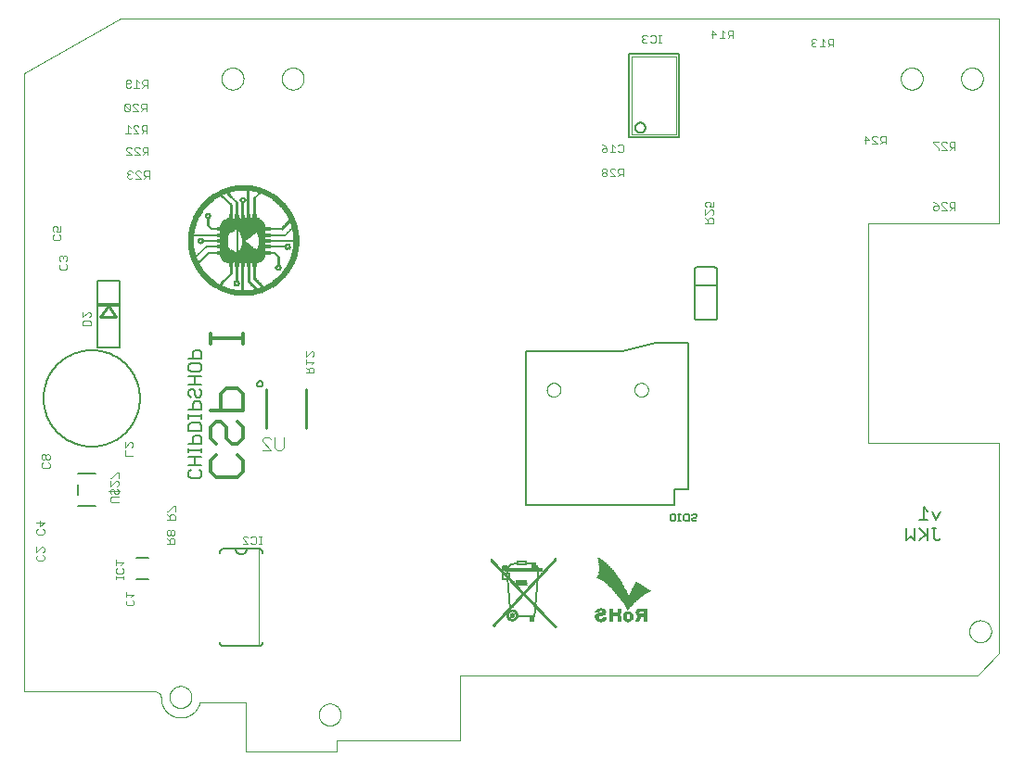
<source format=gbo>
G75*
%MOIN*%
%OFA0B0*%
%FSLAX25Y25*%
%IPPOS*%
%LPD*%
%AMOC8*
5,1,8,0,0,1.08239X$1,22.5*
%
%ADD10C,0.00000*%
%ADD11C,0.01200*%
%ADD12C,0.00500*%
%ADD13C,0.00400*%
%ADD14C,0.00600*%
%ADD15R,0.00669X0.00039*%
%ADD16R,0.00866X0.00039*%
%ADD17R,0.00709X0.00039*%
%ADD18R,0.00906X0.00039*%
%ADD19R,0.01260X0.00039*%
%ADD20R,0.01496X0.00039*%
%ADD21R,0.01417X0.00039*%
%ADD22R,0.01339X0.00039*%
%ADD23R,0.00079X0.00039*%
%ADD24R,0.01654X0.00039*%
%ADD25R,0.01299X0.00039*%
%ADD26R,0.01535X0.00039*%
%ADD27R,0.01850X0.00039*%
%ADD28R,0.01575X0.00039*%
%ADD29R,0.01929X0.00039*%
%ADD30R,0.02362X0.00039*%
%ADD31R,0.01457X0.00039*%
%ADD32R,0.02008X0.00039*%
%ADD33R,0.02402X0.00039*%
%ADD34R,0.02244X0.00039*%
%ADD35R,0.02677X0.00039*%
%ADD36R,0.02323X0.00039*%
%ADD37R,0.02756X0.00039*%
%ADD38R,0.02835X0.00039*%
%ADD39R,0.02559X0.00039*%
%ADD40R,0.02992X0.00039*%
%ADD41R,0.02598X0.00039*%
%ADD42R,0.03071X0.00039*%
%ADD43R,0.03189X0.00039*%
%ADD44R,0.02795X0.00039*%
%ADD45R,0.03228X0.00039*%
%ADD46R,0.02913X0.00039*%
%ADD47R,0.03307X0.00039*%
%ADD48R,0.02953X0.00039*%
%ADD49R,0.03346X0.00039*%
%ADD50R,0.03425X0.00039*%
%ADD51R,0.03110X0.00039*%
%ADD52R,0.03504X0.00039*%
%ADD53R,0.03150X0.00039*%
%ADD54R,0.03543X0.00039*%
%ADD55R,0.00236X0.00039*%
%ADD56R,0.03622X0.00039*%
%ADD57R,0.03661X0.00039*%
%ADD58R,0.03701X0.00039*%
%ADD59R,0.03740X0.00039*%
%ADD60R,0.01220X0.00039*%
%ADD61R,0.01181X0.00039*%
%ADD62R,0.01378X0.00039*%
%ADD63R,0.01142X0.00039*%
%ADD64R,0.00394X0.00039*%
%ADD65R,0.00354X0.00039*%
%ADD66R,0.01102X0.00039*%
%ADD67R,0.01693X0.00039*%
%ADD68R,0.04331X0.00039*%
%ADD69R,0.01811X0.00039*%
%ADD70R,0.03031X0.00039*%
%ADD71R,0.00039X0.00039*%
%ADD72R,0.02205X0.00039*%
%ADD73R,0.04291X0.00039*%
%ADD74R,0.03386X0.00039*%
%ADD75R,0.02480X0.00039*%
%ADD76R,0.02520X0.00039*%
%ADD77R,0.03465X0.00039*%
%ADD78R,0.03583X0.00039*%
%ADD79R,0.02717X0.00039*%
%ADD80R,0.02874X0.00039*%
%ADD81R,0.03780X0.00039*%
%ADD82R,0.03819X0.00039*%
%ADD83R,0.03858X0.00039*%
%ADD84R,0.03898X0.00039*%
%ADD85R,0.02638X0.00039*%
%ADD86R,0.02126X0.00039*%
%ADD87R,0.02087X0.00039*%
%ADD88R,0.02047X0.00039*%
%ADD89R,0.02283X0.00039*%
%ADD90R,0.01614X0.00039*%
%ADD91R,0.01732X0.00039*%
%ADD92R,0.00276X0.00039*%
%ADD93R,0.00315X0.00039*%
%ADD94R,0.01024X0.00039*%
%ADD95R,0.00118X0.00039*%
%ADD96R,0.04016X0.00039*%
%ADD97R,0.03976X0.00039*%
%ADD98R,0.03937X0.00039*%
%ADD99R,0.03268X0.00039*%
%ADD100R,0.00157X0.00039*%
%ADD101R,0.02441X0.00039*%
%ADD102R,0.00472X0.00039*%
%ADD103R,0.00433X0.00039*%
%ADD104R,0.00512X0.00039*%
%ADD105R,0.00748X0.00039*%
%ADD106R,0.00827X0.00039*%
%ADD107R,0.00945X0.00039*%
%ADD108R,0.00984X0.00039*%
%ADD109R,0.01063X0.00039*%
%ADD110R,0.01772X0.00039*%
%ADD111R,0.01969X0.00039*%
%ADD112R,0.02165X0.00039*%
%ADD113R,0.04055X0.00039*%
%ADD114R,0.04094X0.00039*%
%ADD115R,0.04173X0.00039*%
%ADD116R,0.04252X0.00039*%
%ADD117R,0.04409X0.00039*%
%ADD118R,0.04528X0.00039*%
%ADD119R,0.04567X0.00039*%
%ADD120R,0.04646X0.00039*%
%ADD121R,0.04685X0.00039*%
%ADD122R,0.04764X0.00039*%
%ADD123R,0.04803X0.00039*%
%ADD124R,0.04921X0.00039*%
%ADD125R,0.05039X0.00039*%
%ADD126R,0.05118X0.00039*%
%ADD127R,0.05157X0.00039*%
%ADD128R,0.05236X0.00039*%
%ADD129R,0.05354X0.00039*%
%ADD130R,0.05394X0.00039*%
%ADD131R,0.05472X0.00039*%
%ADD132R,0.05551X0.00039*%
%ADD133R,0.05591X0.00039*%
%ADD134R,0.05709X0.00039*%
%ADD135R,0.05748X0.00039*%
%ADD136R,0.05906X0.00039*%
%ADD137R,0.05984X0.00039*%
%ADD138R,0.06024X0.00039*%
%ADD139R,0.06142X0.00039*%
%ADD140R,0.06181X0.00039*%
%ADD141R,0.06260X0.00039*%
%ADD142R,0.06299X0.00039*%
%ADD143R,0.06417X0.00039*%
%ADD144R,0.06378X0.00039*%
%ADD145R,0.06496X0.00039*%
%ADD146R,0.06654X0.00039*%
%ADD147R,0.06693X0.00039*%
%ADD148R,0.06772X0.00039*%
%ADD149R,0.06850X0.00039*%
%ADD150R,0.06890X0.00039*%
%ADD151R,0.07008X0.00039*%
%ADD152R,0.07087X0.00039*%
%ADD153R,0.07165X0.00039*%
%ADD154R,0.07244X0.00039*%
%ADD155R,0.07323X0.00039*%
%ADD156R,0.07402X0.00039*%
%ADD157R,0.07480X0.00039*%
%ADD158R,0.07598X0.00039*%
%ADD159R,0.07677X0.00039*%
%ADD160R,0.07795X0.00039*%
%ADD161R,0.07874X0.00039*%
%ADD162R,0.07992X0.00039*%
%ADD163R,0.08031X0.00039*%
%ADD164R,0.08150X0.00039*%
%ADD165R,0.08189X0.00039*%
%ADD166R,0.08307X0.00039*%
%ADD167R,0.08228X0.00039*%
%ADD168R,0.08425X0.00039*%
%ADD169R,0.08622X0.00039*%
%ADD170R,0.04882X0.00039*%
%ADD171R,0.04961X0.00039*%
%ADD172R,0.05197X0.00039*%
%ADD173R,0.05276X0.00039*%
%ADD174R,0.05315X0.00039*%
%ADD175R,0.05630X0.00039*%
%ADD176R,0.05669X0.00039*%
%ADD177R,0.04134X0.00039*%
%ADD178R,0.05866X0.00039*%
%ADD179R,0.05827X0.00039*%
%ADD180R,0.05945X0.00039*%
%ADD181R,0.04213X0.00039*%
%ADD182R,0.06063X0.00039*%
%ADD183R,0.06220X0.00039*%
%ADD184R,0.06339X0.00039*%
%ADD185R,0.04370X0.00039*%
%ADD186R,0.06535X0.00039*%
%ADD187R,0.06614X0.00039*%
%ADD188R,0.06732X0.00039*%
%ADD189R,0.04449X0.00039*%
%ADD190R,0.06811X0.00039*%
%ADD191R,0.04488X0.00039*%
%ADD192R,0.04606X0.00039*%
%ADD193R,0.05512X0.00039*%
%ADD194R,0.04724X0.00039*%
%ADD195R,0.05079X0.00039*%
%ADD196R,0.04843X0.00039*%
%ADD197R,0.05000X0.00039*%
%ADD198R,0.00630X0.00039*%
%ADD199R,0.05787X0.00039*%
%ADD200R,0.00551X0.00039*%
%ADD201R,0.00197X0.00039*%
%ADD202R,0.06102X0.00039*%
%ADD203R,0.06457X0.00039*%
%ADD204R,0.06575X0.00039*%
%ADD205R,0.07047X0.00039*%
%ADD206R,0.07205X0.00039*%
%ADD207R,0.07283X0.00039*%
%ADD208R,0.07520X0.00039*%
%ADD209R,0.07441X0.00039*%
%ADD210R,0.07362X0.00039*%
%ADD211R,0.07126X0.00039*%
%ADD212R,0.06969X0.00039*%
%ADD213R,0.05433X0.00039*%
%ADD214R,0.01890X0.00039*%
%ADD215R,0.00787X0.00039*%
%ADD216R,0.00591X0.00039*%
%ADD217R,0.00039X0.00020*%
%ADD218R,0.00020X0.00020*%
%ADD219R,0.00059X0.00020*%
%ADD220R,0.00157X0.00020*%
%ADD221R,0.00197X0.00020*%
%ADD222R,0.00236X0.00020*%
%ADD223R,0.00315X0.00020*%
%ADD224R,0.00354X0.00020*%
%ADD225R,0.00394X0.00020*%
%ADD226R,0.00453X0.00020*%
%ADD227R,0.00433X0.00020*%
%ADD228R,0.00472X0.00020*%
%ADD229R,0.00512X0.00020*%
%ADD230R,0.00551X0.00020*%
%ADD231R,0.00591X0.00020*%
%ADD232R,0.00630X0.00020*%
%ADD233R,0.00728X0.00020*%
%ADD234R,0.00098X0.00020*%
%ADD235R,0.00138X0.00020*%
%ADD236R,0.00177X0.00020*%
%ADD237R,0.00217X0.00020*%
%ADD238R,0.00295X0.00020*%
%ADD239R,0.00374X0.00020*%
%ADD240R,0.00768X0.00020*%
%ADD241R,0.00787X0.00020*%
%ADD242R,0.00827X0.00020*%
%ADD243R,0.00669X0.00020*%
%ADD244R,0.00709X0.00020*%
%ADD245R,0.00748X0.00020*%
%ADD246R,0.01496X0.00020*%
%ADD247R,0.01378X0.00020*%
%ADD248R,0.00276X0.00020*%
%ADD249R,0.00571X0.00020*%
%ADD250R,0.00118X0.00020*%
%ADD251R,0.00079X0.00020*%
%ADD252R,0.00906X0.00020*%
%ADD253R,0.01063X0.00020*%
%ADD254R,0.01181X0.00020*%
%ADD255R,0.01299X0.00020*%
%ADD256R,0.01516X0.00020*%
%ADD257R,0.01575X0.00020*%
%ADD258R,0.01673X0.00020*%
%ADD259R,0.01732X0.00020*%
%ADD260R,0.01811X0.00020*%
%ADD261R,0.00807X0.00020*%
%ADD262R,0.01890X0.00020*%
%ADD263R,0.01949X0.00020*%
%ADD264R,0.02008X0.00020*%
%ADD265R,0.02087X0.00020*%
%ADD266R,0.02126X0.00020*%
%ADD267R,0.02205X0.00020*%
%ADD268R,0.02244X0.00020*%
%ADD269R,0.02303X0.00020*%
%ADD270R,0.02343X0.00020*%
%ADD271R,0.02402X0.00020*%
%ADD272R,0.02461X0.00020*%
%ADD273R,0.02500X0.00020*%
%ADD274R,0.02539X0.00020*%
%ADD275R,0.01102X0.00020*%
%ADD276R,0.01083X0.00020*%
%ADD277R,0.01043X0.00020*%
%ADD278R,0.00965X0.00020*%
%ADD279R,0.00984X0.00020*%
%ADD280R,0.00945X0.00020*%
%ADD281R,0.00886X0.00020*%
%ADD282R,0.00925X0.00020*%
%ADD283R,0.00846X0.00020*%
%ADD284R,0.00866X0.00020*%
%ADD285R,0.00689X0.00020*%
%ADD286R,0.00650X0.00020*%
%ADD287R,0.00610X0.00020*%
%ADD288R,0.00531X0.00020*%
%ADD289R,0.01024X0.00020*%
%ADD290R,0.01437X0.00020*%
%ADD291R,0.01004X0.00020*%
%ADD292R,0.06752X0.00020*%
%ADD293R,0.06102X0.00020*%
%ADD294R,0.01122X0.00020*%
%ADD295R,0.06693X0.00020*%
%ADD296R,0.01142X0.00020*%
%ADD297R,0.06673X0.00020*%
%ADD298R,0.01260X0.00020*%
%ADD299R,0.06732X0.00020*%
%ADD300R,0.01220X0.00020*%
%ADD301R,0.06772X0.00020*%
%ADD302R,0.01319X0.00020*%
%ADD303R,0.06654X0.00020*%
%ADD304R,0.01398X0.00020*%
%ADD305R,0.01417X0.00020*%
%ADD306R,0.00492X0.00020*%
%ADD307R,0.01476X0.00020*%
%ADD308R,0.01831X0.00020*%
%ADD309R,0.01752X0.00020*%
%ADD310R,0.01634X0.00020*%
%ADD311R,0.01614X0.00020*%
%ADD312R,0.01535X0.00020*%
%ADD313R,0.01339X0.00020*%
%ADD314R,0.01240X0.00020*%
%ADD315R,0.01358X0.00020*%
%ADD316R,0.01457X0.00020*%
%ADD317R,0.04449X0.00020*%
%ADD318R,0.04488X0.00020*%
%ADD319R,0.04508X0.00020*%
%ADD320R,0.04528X0.00020*%
%ADD321R,0.04547X0.00020*%
%ADD322R,0.04567X0.00020*%
%ADD323R,0.04587X0.00020*%
%ADD324R,0.04606X0.00020*%
%ADD325R,0.04626X0.00020*%
%ADD326R,0.04646X0.00020*%
%ADD327R,0.04665X0.00020*%
%ADD328R,0.04685X0.00020*%
%ADD329R,0.04744X0.00020*%
%ADD330R,0.04724X0.00020*%
%ADD331R,0.04783X0.00020*%
%ADD332R,0.04803X0.00020*%
%ADD333R,0.04764X0.00020*%
%ADD334R,0.04843X0.00020*%
%ADD335R,0.04823X0.00020*%
%ADD336R,0.04862X0.00020*%
%ADD337R,0.04882X0.00020*%
%ADD338R,0.04902X0.00020*%
%ADD339R,0.04921X0.00020*%
%ADD340R,0.04941X0.00020*%
%ADD341R,0.04961X0.00020*%
%ADD342R,0.04980X0.00020*%
%ADD343R,0.05000X0.00020*%
%ADD344R,0.05059X0.00020*%
%ADD345R,0.05039X0.00020*%
%ADD346R,0.04291X0.00020*%
%ADD347R,0.05079X0.00020*%
%ADD348R,0.04232X0.00020*%
%ADD349R,0.04272X0.00020*%
%ADD350R,0.00335X0.00020*%
%ADD351R,0.03091X0.00020*%
%ADD352R,0.03012X0.00020*%
%ADD353R,0.02992X0.00020*%
%ADD354R,0.02972X0.00020*%
%ADD355R,0.02953X0.00020*%
%ADD356R,0.02933X0.00020*%
%ADD357R,0.02913X0.00020*%
%ADD358R,0.02894X0.00020*%
%ADD359R,0.02874X0.00020*%
%ADD360R,0.02854X0.00020*%
%ADD361R,0.02835X0.00020*%
%ADD362R,0.02815X0.00020*%
%ADD363R,0.02756X0.00020*%
%ADD364R,0.02283X0.00020*%
%ADD365R,0.13465X0.00020*%
%ADD366R,0.13425X0.00020*%
%ADD367R,0.13524X0.00020*%
%ADD368R,0.13583X0.00020*%
%ADD369R,0.13504X0.00020*%
%ADD370R,0.13563X0.00020*%
%ADD371R,0.13642X0.00020*%
%ADD372R,0.13681X0.00020*%
%ADD373R,0.13740X0.00020*%
%ADD374R,0.13760X0.00020*%
%ADD375R,0.13799X0.00020*%
%ADD376R,0.13819X0.00020*%
%ADD377R,0.13858X0.00020*%
%ADD378R,0.13878X0.00020*%
%ADD379R,0.13898X0.00020*%
%ADD380R,0.13976X0.00020*%
%ADD381R,0.13957X0.00020*%
%ADD382R,0.13996X0.00020*%
%ADD383R,0.14016X0.00020*%
%ADD384R,0.14035X0.00020*%
%ADD385R,0.14055X0.00020*%
%ADD386R,0.14075X0.00020*%
%ADD387R,0.14094X0.00020*%
%ADD388R,0.14114X0.00020*%
%ADD389R,0.14173X0.00020*%
%ADD390R,0.14134X0.00020*%
%ADD391R,0.14154X0.00020*%
%ADD392R,0.01161X0.00020*%
%ADD393R,0.01791X0.00020*%
%ADD394R,0.01713X0.00020*%
%ADD395R,0.00256X0.00020*%
%ADD396R,0.01850X0.00020*%
%ADD397R,0.01870X0.00020*%
%ADD398R,0.01909X0.00020*%
%ADD399R,0.01969X0.00020*%
%ADD400R,0.01929X0.00020*%
%ADD401R,0.01988X0.00020*%
%ADD402R,0.02028X0.00020*%
%ADD403R,0.02067X0.00020*%
%ADD404R,0.02047X0.00020*%
%ADD405R,0.01693X0.00020*%
%ADD406R,0.01594X0.00020*%
%ADD407R,0.01280X0.00020*%
%ADD408R,0.01201X0.00020*%
%ADD409R,0.00413X0.00020*%
%ADD410R,0.03484X0.00020*%
%ADD411R,0.03386X0.00020*%
%ADD412R,0.02382X0.00020*%
%ADD413R,0.02598X0.00020*%
%ADD414R,0.01555X0.00020*%
%ADD415C,0.01000*%
%ADD416R,0.08268X0.01181*%
%ADD417C,0.00800*%
%ADD418C,0.00300*%
%ADD419C,0.00200*%
%ADD420R,0.00098X0.04035*%
%ADD421R,0.00098X0.05610*%
%ADD422R,0.00098X0.06890*%
%ADD423R,0.00098X0.07972*%
%ADD424R,0.00098X0.08858*%
%ADD425R,0.00098X0.09744*%
%ADD426R,0.00098X0.10531*%
%ADD427R,0.00098X0.11122*%
%ADD428R,0.00098X0.11909*%
%ADD429R,0.00098X0.12500*%
%ADD430R,0.00098X0.13091*%
%ADD431R,0.00098X0.13681*%
%ADD432R,0.00098X0.14075*%
%ADD433R,0.00098X0.14665*%
%ADD434R,0.00098X0.15059*%
%ADD435R,0.00098X0.15650*%
%ADD436R,0.00098X0.16043*%
%ADD437R,0.00098X0.16437*%
%ADD438R,0.00098X0.16831*%
%ADD439R,0.00098X0.06791*%
%ADD440R,0.00098X0.07087*%
%ADD441R,0.00098X0.06299*%
%ADD442R,0.00098X0.00689*%
%ADD443R,0.00098X0.05906*%
%ADD444R,0.00098X0.05807*%
%ADD445R,0.00098X0.05512*%
%ADD446R,0.00098X0.05217*%
%ADD447R,0.00098X0.05315*%
%ADD448R,0.00098X0.05020*%
%ADD449R,0.00098X0.05118*%
%ADD450R,0.00098X0.04921*%
%ADD451R,0.00098X0.04724*%
%ADD452R,0.00098X0.04626*%
%ADD453R,0.00098X0.04528*%
%ADD454R,0.00098X0.04331*%
%ADD455R,0.00098X0.04232*%
%ADD456R,0.00098X0.00984*%
%ADD457R,0.00098X0.04134*%
%ADD458R,0.00098X0.03937*%
%ADD459R,0.00098X0.00492*%
%ADD460R,0.00098X0.03839*%
%ADD461R,0.00098X0.01083*%
%ADD462R,0.00098X0.01378*%
%ADD463R,0.00098X0.01575*%
%ADD464R,0.00098X0.03740*%
%ADD465R,0.00098X0.01772*%
%ADD466R,0.00098X0.03642*%
%ADD467R,0.00098X0.01870*%
%ADD468R,0.00098X0.01969*%
%ADD469R,0.00098X0.03543*%
%ADD470R,0.00098X0.00886*%
%ADD471R,0.00098X0.03445*%
%ADD472R,0.00098X0.00787*%
%ADD473R,0.00098X0.03346*%
%ADD474R,0.00098X0.03248*%
%ADD475R,0.00098X0.03150*%
%ADD476R,0.00098X0.02067*%
%ADD477R,0.00098X0.03051*%
%ADD478R,0.00098X0.01673*%
%ADD479R,0.00098X0.01476*%
%ADD480R,0.00098X0.02953*%
%ADD481R,0.00098X0.01280*%
%ADD482R,0.00098X0.02854*%
%ADD483R,0.00098X0.02756*%
%ADD484R,0.00098X0.01181*%
%ADD485R,0.00098X0.02657*%
%ADD486R,0.00098X0.02559*%
%ADD487R,0.00098X0.02461*%
%ADD488R,0.00098X0.02362*%
%ADD489R,0.00098X0.02264*%
%ADD490R,0.00098X0.02165*%
%ADD491R,0.00098X0.12795*%
%ADD492R,0.00098X0.13287*%
%ADD493R,0.00098X0.13484*%
%ADD494R,0.00098X0.13976*%
%ADD495R,0.00098X0.14173*%
%ADD496R,0.00098X0.14370*%
%ADD497R,0.00098X0.14567*%
%ADD498R,0.00098X0.14862*%
%ADD499R,0.00098X0.15256*%
%ADD500R,0.00098X0.15354*%
%ADD501R,0.00098X0.15453*%
%ADD502R,0.00098X0.15748*%
%ADD503R,0.00098X0.15846*%
%ADD504R,0.00098X0.06004*%
%ADD505R,0.00098X0.06496*%
%ADD506R,0.00098X0.06102*%
%ADD507R,0.00098X0.05413*%
%ADD508R,0.00098X0.05709*%
%ADD509R,0.00098X0.06988*%
%ADD510R,0.00098X0.06398*%
%ADD511R,0.00098X0.09646*%
%ADD512R,0.00098X0.10630*%
%ADD513R,0.00098X0.09449*%
%ADD514R,0.00098X0.10433*%
%ADD515R,0.00098X0.09350*%
%ADD516R,0.00098X0.10335*%
%ADD517R,0.00098X0.09154*%
%ADD518R,0.00098X0.10138*%
%ADD519R,0.00098X0.09055*%
%ADD520R,0.00098X0.10039*%
%ADD521R,0.00098X0.09941*%
%ADD522R,0.00098X0.08760*%
%ADD523R,0.00098X0.04429*%
%ADD524R,0.00098X0.04823*%
%ADD525R,0.00098X0.10728*%
%ADD526R,0.00098X0.10236*%
%ADD527R,0.00098X0.29035*%
%ADD528R,0.00098X0.18996*%
%ADD529R,0.00098X0.07579*%
%ADD530R,0.00098X0.07677*%
%ADD531R,0.00098X0.07776*%
%ADD532R,0.00098X0.08465*%
%ADD533R,0.00098X0.18012*%
%ADD534R,0.00098X0.13386*%
%ADD535R,0.00098X0.18898*%
%ADD536R,0.00098X0.00394*%
%ADD537R,0.00098X0.19291*%
%ADD538R,0.00098X0.34055*%
%ADD539R,0.00098X0.34154*%
%ADD540R,0.00098X0.08169*%
%ADD541R,0.00098X0.08071*%
%ADD542R,0.00098X0.07480*%
%ADD543R,0.00098X0.07874*%
%ADD544R,0.00098X0.00591*%
%ADD545R,0.00098X0.07382*%
%ADD546R,0.00098X0.07283*%
%ADD547R,0.00098X0.08661*%
%ADD548R,0.00098X0.08563*%
%ADD549R,0.00098X0.19193*%
%ADD550R,0.00098X0.13878*%
%ADD551R,0.00098X0.19094*%
%ADD552R,0.00098X0.18701*%
%ADD553R,0.00098X0.08366*%
%ADD554R,0.00098X0.08268*%
%ADD555R,0.00098X0.06693*%
%ADD556R,0.00098X0.06201*%
%ADD557R,0.00098X0.06594*%
%ADD558R,0.00098X0.07185*%
%ADD559R,0.00098X0.11417*%
%ADD560R,0.00098X0.13189*%
%ADD561R,0.00098X0.11516*%
%ADD562R,0.00098X0.15551*%
%ADD563R,0.00098X0.14469*%
%ADD564R,0.00098X0.14272*%
%ADD565R,0.00098X0.12992*%
%ADD566R,0.00098X0.12598*%
%ADD567R,0.00098X0.12303*%
%ADD568R,0.00098X0.11713*%
D10*
X0014319Y0022654D02*
X0060973Y0022654D01*
X0060973Y0022653D02*
X0061070Y0022654D01*
X0061168Y0022650D01*
X0061266Y0022643D01*
X0061363Y0022631D01*
X0061459Y0022616D01*
X0061555Y0022597D01*
X0061650Y0022574D01*
X0061744Y0022548D01*
X0061837Y0022517D01*
X0061929Y0022483D01*
X0062019Y0022446D01*
X0062108Y0022404D01*
X0062195Y0022360D01*
X0062280Y0022311D01*
X0062363Y0022260D01*
X0062444Y0022205D01*
X0062523Y0022147D01*
X0062599Y0022086D01*
X0062673Y0022022D01*
X0062744Y0021955D01*
X0062813Y0021885D01*
X0062878Y0021813D01*
X0062941Y0021738D01*
X0063001Y0021660D01*
X0063057Y0021581D01*
X0063111Y0021499D01*
X0063161Y0021415D01*
X0063207Y0021329D01*
X0063250Y0021241D01*
X0063290Y0021152D01*
X0063326Y0021061D01*
X0063358Y0020968D01*
X0063387Y0020875D01*
X0063412Y0020780D01*
X0063433Y0020685D01*
X0066484Y0020685D02*
X0066486Y0020810D01*
X0066492Y0020935D01*
X0066502Y0021059D01*
X0066516Y0021183D01*
X0066533Y0021307D01*
X0066555Y0021430D01*
X0066581Y0021552D01*
X0066610Y0021674D01*
X0066643Y0021794D01*
X0066681Y0021913D01*
X0066721Y0022032D01*
X0066766Y0022148D01*
X0066814Y0022263D01*
X0066866Y0022377D01*
X0066922Y0022489D01*
X0066981Y0022599D01*
X0067043Y0022707D01*
X0067109Y0022814D01*
X0067178Y0022918D01*
X0067251Y0023019D01*
X0067326Y0023119D01*
X0067405Y0023216D01*
X0067487Y0023310D01*
X0067572Y0023402D01*
X0067659Y0023491D01*
X0067750Y0023577D01*
X0067843Y0023660D01*
X0067939Y0023741D01*
X0068037Y0023818D01*
X0068137Y0023892D01*
X0068240Y0023963D01*
X0068345Y0024030D01*
X0068453Y0024095D01*
X0068562Y0024155D01*
X0068673Y0024213D01*
X0068786Y0024266D01*
X0068900Y0024316D01*
X0069016Y0024363D01*
X0069133Y0024405D01*
X0069252Y0024444D01*
X0069372Y0024480D01*
X0069493Y0024511D01*
X0069615Y0024539D01*
X0069737Y0024562D01*
X0069861Y0024582D01*
X0069985Y0024598D01*
X0070109Y0024610D01*
X0070234Y0024618D01*
X0070359Y0024622D01*
X0070483Y0024622D01*
X0070608Y0024618D01*
X0070733Y0024610D01*
X0070857Y0024598D01*
X0070981Y0024582D01*
X0071105Y0024562D01*
X0071227Y0024539D01*
X0071349Y0024511D01*
X0071470Y0024480D01*
X0071590Y0024444D01*
X0071709Y0024405D01*
X0071826Y0024363D01*
X0071942Y0024316D01*
X0072056Y0024266D01*
X0072169Y0024213D01*
X0072280Y0024155D01*
X0072390Y0024095D01*
X0072497Y0024030D01*
X0072602Y0023963D01*
X0072705Y0023892D01*
X0072805Y0023818D01*
X0072903Y0023741D01*
X0072999Y0023660D01*
X0073092Y0023577D01*
X0073183Y0023491D01*
X0073270Y0023402D01*
X0073355Y0023310D01*
X0073437Y0023216D01*
X0073516Y0023119D01*
X0073591Y0023019D01*
X0073664Y0022918D01*
X0073733Y0022814D01*
X0073799Y0022707D01*
X0073861Y0022599D01*
X0073920Y0022489D01*
X0073976Y0022377D01*
X0074028Y0022263D01*
X0074076Y0022148D01*
X0074121Y0022032D01*
X0074161Y0021913D01*
X0074199Y0021794D01*
X0074232Y0021674D01*
X0074261Y0021552D01*
X0074287Y0021430D01*
X0074309Y0021307D01*
X0074326Y0021183D01*
X0074340Y0021059D01*
X0074350Y0020935D01*
X0074356Y0020810D01*
X0074358Y0020685D01*
X0074356Y0020560D01*
X0074350Y0020435D01*
X0074340Y0020311D01*
X0074326Y0020187D01*
X0074309Y0020063D01*
X0074287Y0019940D01*
X0074261Y0019818D01*
X0074232Y0019696D01*
X0074199Y0019576D01*
X0074161Y0019457D01*
X0074121Y0019338D01*
X0074076Y0019222D01*
X0074028Y0019107D01*
X0073976Y0018993D01*
X0073920Y0018881D01*
X0073861Y0018771D01*
X0073799Y0018663D01*
X0073733Y0018556D01*
X0073664Y0018452D01*
X0073591Y0018351D01*
X0073516Y0018251D01*
X0073437Y0018154D01*
X0073355Y0018060D01*
X0073270Y0017968D01*
X0073183Y0017879D01*
X0073092Y0017793D01*
X0072999Y0017710D01*
X0072903Y0017629D01*
X0072805Y0017552D01*
X0072705Y0017478D01*
X0072602Y0017407D01*
X0072497Y0017340D01*
X0072389Y0017275D01*
X0072280Y0017215D01*
X0072169Y0017157D01*
X0072056Y0017104D01*
X0071942Y0017054D01*
X0071826Y0017007D01*
X0071709Y0016965D01*
X0071590Y0016926D01*
X0071470Y0016890D01*
X0071349Y0016859D01*
X0071227Y0016831D01*
X0071105Y0016808D01*
X0070981Y0016788D01*
X0070857Y0016772D01*
X0070733Y0016760D01*
X0070608Y0016752D01*
X0070483Y0016748D01*
X0070359Y0016748D01*
X0070234Y0016752D01*
X0070109Y0016760D01*
X0069985Y0016772D01*
X0069861Y0016788D01*
X0069737Y0016808D01*
X0069615Y0016831D01*
X0069493Y0016859D01*
X0069372Y0016890D01*
X0069252Y0016926D01*
X0069133Y0016965D01*
X0069016Y0017007D01*
X0068900Y0017054D01*
X0068786Y0017104D01*
X0068673Y0017157D01*
X0068562Y0017215D01*
X0068452Y0017275D01*
X0068345Y0017340D01*
X0068240Y0017407D01*
X0068137Y0017478D01*
X0068037Y0017552D01*
X0067939Y0017629D01*
X0067843Y0017710D01*
X0067750Y0017793D01*
X0067659Y0017879D01*
X0067572Y0017968D01*
X0067487Y0018060D01*
X0067405Y0018154D01*
X0067326Y0018251D01*
X0067251Y0018351D01*
X0067178Y0018452D01*
X0067109Y0018556D01*
X0067043Y0018663D01*
X0066981Y0018771D01*
X0066922Y0018881D01*
X0066866Y0018993D01*
X0066814Y0019107D01*
X0066766Y0019222D01*
X0066721Y0019338D01*
X0066681Y0019457D01*
X0066643Y0019576D01*
X0066610Y0019696D01*
X0066581Y0019818D01*
X0066555Y0019940D01*
X0066533Y0020063D01*
X0066516Y0020187D01*
X0066502Y0020311D01*
X0066492Y0020435D01*
X0066486Y0020560D01*
X0066484Y0020685D01*
X0063433Y0020685D02*
X0063426Y0020513D01*
X0063423Y0020340D01*
X0063424Y0020168D01*
X0063430Y0019995D01*
X0063440Y0019823D01*
X0063454Y0019651D01*
X0063472Y0019480D01*
X0063494Y0019309D01*
X0063521Y0019138D01*
X0063552Y0018969D01*
X0063587Y0018800D01*
X0063626Y0018632D01*
X0063669Y0018465D01*
X0063716Y0018299D01*
X0063767Y0018134D01*
X0063823Y0017971D01*
X0063882Y0017809D01*
X0063945Y0017648D01*
X0064012Y0017489D01*
X0064083Y0017332D01*
X0064158Y0017177D01*
X0064237Y0017023D01*
X0064319Y0016872D01*
X0064406Y0016722D01*
X0064495Y0016575D01*
X0064589Y0016430D01*
X0064685Y0016287D01*
X0064786Y0016147D01*
X0064890Y0016009D01*
X0064997Y0015874D01*
X0065107Y0015741D01*
X0065221Y0015611D01*
X0065337Y0015484D01*
X0065457Y0015360D01*
X0065580Y0015239D01*
X0065706Y0015121D01*
X0065834Y0015006D01*
X0065966Y0014894D01*
X0066100Y0014786D01*
X0066237Y0014680D01*
X0066376Y0014579D01*
X0066517Y0014480D01*
X0066662Y0014385D01*
X0066808Y0014294D01*
X0066956Y0014206D01*
X0067107Y0014122D01*
X0067260Y0014042D01*
X0067414Y0013965D01*
X0067571Y0013893D01*
X0067729Y0013824D01*
X0067889Y0013759D01*
X0068050Y0013698D01*
X0068213Y0013641D01*
X0068377Y0013588D01*
X0068542Y0013539D01*
X0068709Y0013494D01*
X0068877Y0013453D01*
X0069045Y0013416D01*
X0069215Y0013384D01*
X0069385Y0013355D01*
X0069555Y0013331D01*
X0069727Y0013311D01*
X0069899Y0013295D01*
X0070071Y0013284D01*
X0070243Y0013276D01*
X0070416Y0013273D01*
X0070588Y0013274D01*
X0070760Y0013280D01*
X0070933Y0013289D01*
X0071105Y0013303D01*
X0071276Y0013321D01*
X0071447Y0013343D01*
X0071618Y0013369D01*
X0071788Y0013400D01*
X0071957Y0013434D01*
X0072125Y0013473D01*
X0072292Y0013516D01*
X0072458Y0013563D01*
X0072622Y0013614D01*
X0072786Y0013669D01*
X0072948Y0013728D01*
X0073109Y0013791D01*
X0073268Y0013858D01*
X0073425Y0013929D01*
X0073580Y0014004D01*
X0073734Y0014082D01*
X0073886Y0014164D01*
X0074035Y0014250D01*
X0074183Y0014340D01*
X0074328Y0014433D01*
X0074471Y0014530D01*
X0074611Y0014630D01*
X0074749Y0014733D01*
X0074885Y0014840D01*
X0075017Y0014950D01*
X0075147Y0015064D01*
X0075274Y0015180D01*
X0075399Y0015300D01*
X0075520Y0015423D01*
X0075638Y0015548D01*
X0075753Y0015677D01*
X0075865Y0015808D01*
X0075974Y0015942D01*
X0076080Y0016078D01*
X0076182Y0016218D01*
X0076280Y0016359D01*
X0076375Y0016503D01*
X0076467Y0016649D01*
X0076555Y0016798D01*
X0076639Y0016948D01*
X0076719Y0017101D01*
X0076796Y0017255D01*
X0076869Y0017412D01*
X0076938Y0017570D01*
X0077003Y0017729D01*
X0077065Y0017891D01*
X0077122Y0018053D01*
X0077175Y0018217D01*
X0077224Y0018383D01*
X0077270Y0018549D01*
X0077311Y0018717D01*
X0094043Y0018717D01*
X0094043Y0001000D01*
X0126524Y0001000D01*
X0126524Y0004937D01*
X0171012Y0004937D01*
X0171012Y0028559D01*
X0356839Y0028559D01*
X0364713Y0036433D01*
X0364713Y0112220D01*
X0317469Y0112220D01*
X0317469Y0190961D01*
X0364713Y0190961D01*
X0364713Y0264780D01*
X0048768Y0264780D01*
X0014319Y0245094D01*
X0014319Y0022654D01*
X0120126Y0014346D02*
X0120128Y0014471D01*
X0120134Y0014596D01*
X0120144Y0014720D01*
X0120158Y0014844D01*
X0120175Y0014968D01*
X0120197Y0015091D01*
X0120223Y0015213D01*
X0120252Y0015335D01*
X0120285Y0015455D01*
X0120323Y0015574D01*
X0120363Y0015693D01*
X0120408Y0015809D01*
X0120456Y0015924D01*
X0120508Y0016038D01*
X0120564Y0016150D01*
X0120623Y0016260D01*
X0120685Y0016368D01*
X0120751Y0016475D01*
X0120820Y0016579D01*
X0120893Y0016680D01*
X0120968Y0016780D01*
X0121047Y0016877D01*
X0121129Y0016971D01*
X0121214Y0017063D01*
X0121301Y0017152D01*
X0121392Y0017238D01*
X0121485Y0017321D01*
X0121581Y0017402D01*
X0121679Y0017479D01*
X0121779Y0017553D01*
X0121882Y0017624D01*
X0121987Y0017691D01*
X0122095Y0017756D01*
X0122204Y0017816D01*
X0122315Y0017874D01*
X0122428Y0017927D01*
X0122542Y0017977D01*
X0122658Y0018024D01*
X0122775Y0018066D01*
X0122894Y0018105D01*
X0123014Y0018141D01*
X0123135Y0018172D01*
X0123257Y0018200D01*
X0123379Y0018223D01*
X0123503Y0018243D01*
X0123627Y0018259D01*
X0123751Y0018271D01*
X0123876Y0018279D01*
X0124001Y0018283D01*
X0124125Y0018283D01*
X0124250Y0018279D01*
X0124375Y0018271D01*
X0124499Y0018259D01*
X0124623Y0018243D01*
X0124747Y0018223D01*
X0124869Y0018200D01*
X0124991Y0018172D01*
X0125112Y0018141D01*
X0125232Y0018105D01*
X0125351Y0018066D01*
X0125468Y0018024D01*
X0125584Y0017977D01*
X0125698Y0017927D01*
X0125811Y0017874D01*
X0125922Y0017816D01*
X0126032Y0017756D01*
X0126139Y0017691D01*
X0126244Y0017624D01*
X0126347Y0017553D01*
X0126447Y0017479D01*
X0126545Y0017402D01*
X0126641Y0017321D01*
X0126734Y0017238D01*
X0126825Y0017152D01*
X0126912Y0017063D01*
X0126997Y0016971D01*
X0127079Y0016877D01*
X0127158Y0016780D01*
X0127233Y0016680D01*
X0127306Y0016579D01*
X0127375Y0016475D01*
X0127441Y0016368D01*
X0127503Y0016260D01*
X0127562Y0016150D01*
X0127618Y0016038D01*
X0127670Y0015924D01*
X0127718Y0015809D01*
X0127763Y0015693D01*
X0127803Y0015574D01*
X0127841Y0015455D01*
X0127874Y0015335D01*
X0127903Y0015213D01*
X0127929Y0015091D01*
X0127951Y0014968D01*
X0127968Y0014844D01*
X0127982Y0014720D01*
X0127992Y0014596D01*
X0127998Y0014471D01*
X0128000Y0014346D01*
X0127998Y0014221D01*
X0127992Y0014096D01*
X0127982Y0013972D01*
X0127968Y0013848D01*
X0127951Y0013724D01*
X0127929Y0013601D01*
X0127903Y0013479D01*
X0127874Y0013357D01*
X0127841Y0013237D01*
X0127803Y0013118D01*
X0127763Y0012999D01*
X0127718Y0012883D01*
X0127670Y0012768D01*
X0127618Y0012654D01*
X0127562Y0012542D01*
X0127503Y0012432D01*
X0127441Y0012324D01*
X0127375Y0012217D01*
X0127306Y0012113D01*
X0127233Y0012012D01*
X0127158Y0011912D01*
X0127079Y0011815D01*
X0126997Y0011721D01*
X0126912Y0011629D01*
X0126825Y0011540D01*
X0126734Y0011454D01*
X0126641Y0011371D01*
X0126545Y0011290D01*
X0126447Y0011213D01*
X0126347Y0011139D01*
X0126244Y0011068D01*
X0126139Y0011001D01*
X0126031Y0010936D01*
X0125922Y0010876D01*
X0125811Y0010818D01*
X0125698Y0010765D01*
X0125584Y0010715D01*
X0125468Y0010668D01*
X0125351Y0010626D01*
X0125232Y0010587D01*
X0125112Y0010551D01*
X0124991Y0010520D01*
X0124869Y0010492D01*
X0124747Y0010469D01*
X0124623Y0010449D01*
X0124499Y0010433D01*
X0124375Y0010421D01*
X0124250Y0010413D01*
X0124125Y0010409D01*
X0124001Y0010409D01*
X0123876Y0010413D01*
X0123751Y0010421D01*
X0123627Y0010433D01*
X0123503Y0010449D01*
X0123379Y0010469D01*
X0123257Y0010492D01*
X0123135Y0010520D01*
X0123014Y0010551D01*
X0122894Y0010587D01*
X0122775Y0010626D01*
X0122658Y0010668D01*
X0122542Y0010715D01*
X0122428Y0010765D01*
X0122315Y0010818D01*
X0122204Y0010876D01*
X0122094Y0010936D01*
X0121987Y0011001D01*
X0121882Y0011068D01*
X0121779Y0011139D01*
X0121679Y0011213D01*
X0121581Y0011290D01*
X0121485Y0011371D01*
X0121392Y0011454D01*
X0121301Y0011540D01*
X0121214Y0011629D01*
X0121129Y0011721D01*
X0121047Y0011815D01*
X0120968Y0011912D01*
X0120893Y0012012D01*
X0120820Y0012113D01*
X0120751Y0012217D01*
X0120685Y0012324D01*
X0120623Y0012432D01*
X0120564Y0012542D01*
X0120508Y0012654D01*
X0120456Y0012768D01*
X0120408Y0012883D01*
X0120363Y0012999D01*
X0120323Y0013118D01*
X0120285Y0013237D01*
X0120252Y0013357D01*
X0120223Y0013479D01*
X0120197Y0013601D01*
X0120175Y0013724D01*
X0120158Y0013848D01*
X0120144Y0013972D01*
X0120134Y0014096D01*
X0120128Y0014221D01*
X0120126Y0014346D01*
X0202055Y0131189D02*
X0202057Y0131288D01*
X0202063Y0131387D01*
X0202073Y0131486D01*
X0202087Y0131584D01*
X0202105Y0131681D01*
X0202127Y0131778D01*
X0202152Y0131874D01*
X0202182Y0131968D01*
X0202215Y0132062D01*
X0202252Y0132154D01*
X0202293Y0132244D01*
X0202337Y0132333D01*
X0202385Y0132419D01*
X0202436Y0132504D01*
X0202491Y0132587D01*
X0202549Y0132667D01*
X0202610Y0132745D01*
X0202674Y0132821D01*
X0202741Y0132894D01*
X0202811Y0132964D01*
X0202884Y0133031D01*
X0202960Y0133095D01*
X0203038Y0133156D01*
X0203118Y0133214D01*
X0203201Y0133269D01*
X0203285Y0133320D01*
X0203372Y0133368D01*
X0203461Y0133412D01*
X0203551Y0133453D01*
X0203643Y0133490D01*
X0203737Y0133523D01*
X0203831Y0133553D01*
X0203927Y0133578D01*
X0204024Y0133600D01*
X0204121Y0133618D01*
X0204219Y0133632D01*
X0204318Y0133642D01*
X0204417Y0133648D01*
X0204516Y0133650D01*
X0204615Y0133648D01*
X0204714Y0133642D01*
X0204813Y0133632D01*
X0204911Y0133618D01*
X0205008Y0133600D01*
X0205105Y0133578D01*
X0205201Y0133553D01*
X0205295Y0133523D01*
X0205389Y0133490D01*
X0205481Y0133453D01*
X0205571Y0133412D01*
X0205660Y0133368D01*
X0205746Y0133320D01*
X0205831Y0133269D01*
X0205914Y0133214D01*
X0205994Y0133156D01*
X0206072Y0133095D01*
X0206148Y0133031D01*
X0206221Y0132964D01*
X0206291Y0132894D01*
X0206358Y0132821D01*
X0206422Y0132745D01*
X0206483Y0132667D01*
X0206541Y0132587D01*
X0206596Y0132504D01*
X0206647Y0132420D01*
X0206695Y0132333D01*
X0206739Y0132244D01*
X0206780Y0132154D01*
X0206817Y0132062D01*
X0206850Y0131968D01*
X0206880Y0131874D01*
X0206905Y0131778D01*
X0206927Y0131681D01*
X0206945Y0131584D01*
X0206959Y0131486D01*
X0206969Y0131387D01*
X0206975Y0131288D01*
X0206977Y0131189D01*
X0206975Y0131090D01*
X0206969Y0130991D01*
X0206959Y0130892D01*
X0206945Y0130794D01*
X0206927Y0130697D01*
X0206905Y0130600D01*
X0206880Y0130504D01*
X0206850Y0130410D01*
X0206817Y0130316D01*
X0206780Y0130224D01*
X0206739Y0130134D01*
X0206695Y0130045D01*
X0206647Y0129959D01*
X0206596Y0129874D01*
X0206541Y0129791D01*
X0206483Y0129711D01*
X0206422Y0129633D01*
X0206358Y0129557D01*
X0206291Y0129484D01*
X0206221Y0129414D01*
X0206148Y0129347D01*
X0206072Y0129283D01*
X0205994Y0129222D01*
X0205914Y0129164D01*
X0205831Y0129109D01*
X0205747Y0129058D01*
X0205660Y0129010D01*
X0205571Y0128966D01*
X0205481Y0128925D01*
X0205389Y0128888D01*
X0205295Y0128855D01*
X0205201Y0128825D01*
X0205105Y0128800D01*
X0205008Y0128778D01*
X0204911Y0128760D01*
X0204813Y0128746D01*
X0204714Y0128736D01*
X0204615Y0128730D01*
X0204516Y0128728D01*
X0204417Y0128730D01*
X0204318Y0128736D01*
X0204219Y0128746D01*
X0204121Y0128760D01*
X0204024Y0128778D01*
X0203927Y0128800D01*
X0203831Y0128825D01*
X0203737Y0128855D01*
X0203643Y0128888D01*
X0203551Y0128925D01*
X0203461Y0128966D01*
X0203372Y0129010D01*
X0203286Y0129058D01*
X0203201Y0129109D01*
X0203118Y0129164D01*
X0203038Y0129222D01*
X0202960Y0129283D01*
X0202884Y0129347D01*
X0202811Y0129414D01*
X0202741Y0129484D01*
X0202674Y0129557D01*
X0202610Y0129633D01*
X0202549Y0129711D01*
X0202491Y0129791D01*
X0202436Y0129874D01*
X0202385Y0129958D01*
X0202337Y0130045D01*
X0202293Y0130134D01*
X0202252Y0130224D01*
X0202215Y0130316D01*
X0202182Y0130410D01*
X0202152Y0130504D01*
X0202127Y0130600D01*
X0202105Y0130697D01*
X0202087Y0130794D01*
X0202073Y0130892D01*
X0202063Y0130991D01*
X0202057Y0131090D01*
X0202055Y0131189D01*
X0233551Y0131189D02*
X0233553Y0131288D01*
X0233559Y0131387D01*
X0233569Y0131486D01*
X0233583Y0131584D01*
X0233601Y0131681D01*
X0233623Y0131778D01*
X0233648Y0131874D01*
X0233678Y0131968D01*
X0233711Y0132062D01*
X0233748Y0132154D01*
X0233789Y0132244D01*
X0233833Y0132333D01*
X0233881Y0132419D01*
X0233932Y0132504D01*
X0233987Y0132587D01*
X0234045Y0132667D01*
X0234106Y0132745D01*
X0234170Y0132821D01*
X0234237Y0132894D01*
X0234307Y0132964D01*
X0234380Y0133031D01*
X0234456Y0133095D01*
X0234534Y0133156D01*
X0234614Y0133214D01*
X0234697Y0133269D01*
X0234781Y0133320D01*
X0234868Y0133368D01*
X0234957Y0133412D01*
X0235047Y0133453D01*
X0235139Y0133490D01*
X0235233Y0133523D01*
X0235327Y0133553D01*
X0235423Y0133578D01*
X0235520Y0133600D01*
X0235617Y0133618D01*
X0235715Y0133632D01*
X0235814Y0133642D01*
X0235913Y0133648D01*
X0236012Y0133650D01*
X0236111Y0133648D01*
X0236210Y0133642D01*
X0236309Y0133632D01*
X0236407Y0133618D01*
X0236504Y0133600D01*
X0236601Y0133578D01*
X0236697Y0133553D01*
X0236791Y0133523D01*
X0236885Y0133490D01*
X0236977Y0133453D01*
X0237067Y0133412D01*
X0237156Y0133368D01*
X0237242Y0133320D01*
X0237327Y0133269D01*
X0237410Y0133214D01*
X0237490Y0133156D01*
X0237568Y0133095D01*
X0237644Y0133031D01*
X0237717Y0132964D01*
X0237787Y0132894D01*
X0237854Y0132821D01*
X0237918Y0132745D01*
X0237979Y0132667D01*
X0238037Y0132587D01*
X0238092Y0132504D01*
X0238143Y0132420D01*
X0238191Y0132333D01*
X0238235Y0132244D01*
X0238276Y0132154D01*
X0238313Y0132062D01*
X0238346Y0131968D01*
X0238376Y0131874D01*
X0238401Y0131778D01*
X0238423Y0131681D01*
X0238441Y0131584D01*
X0238455Y0131486D01*
X0238465Y0131387D01*
X0238471Y0131288D01*
X0238473Y0131189D01*
X0238471Y0131090D01*
X0238465Y0130991D01*
X0238455Y0130892D01*
X0238441Y0130794D01*
X0238423Y0130697D01*
X0238401Y0130600D01*
X0238376Y0130504D01*
X0238346Y0130410D01*
X0238313Y0130316D01*
X0238276Y0130224D01*
X0238235Y0130134D01*
X0238191Y0130045D01*
X0238143Y0129959D01*
X0238092Y0129874D01*
X0238037Y0129791D01*
X0237979Y0129711D01*
X0237918Y0129633D01*
X0237854Y0129557D01*
X0237787Y0129484D01*
X0237717Y0129414D01*
X0237644Y0129347D01*
X0237568Y0129283D01*
X0237490Y0129222D01*
X0237410Y0129164D01*
X0237327Y0129109D01*
X0237243Y0129058D01*
X0237156Y0129010D01*
X0237067Y0128966D01*
X0236977Y0128925D01*
X0236885Y0128888D01*
X0236791Y0128855D01*
X0236697Y0128825D01*
X0236601Y0128800D01*
X0236504Y0128778D01*
X0236407Y0128760D01*
X0236309Y0128746D01*
X0236210Y0128736D01*
X0236111Y0128730D01*
X0236012Y0128728D01*
X0235913Y0128730D01*
X0235814Y0128736D01*
X0235715Y0128746D01*
X0235617Y0128760D01*
X0235520Y0128778D01*
X0235423Y0128800D01*
X0235327Y0128825D01*
X0235233Y0128855D01*
X0235139Y0128888D01*
X0235047Y0128925D01*
X0234957Y0128966D01*
X0234868Y0129010D01*
X0234782Y0129058D01*
X0234697Y0129109D01*
X0234614Y0129164D01*
X0234534Y0129222D01*
X0234456Y0129283D01*
X0234380Y0129347D01*
X0234307Y0129414D01*
X0234237Y0129484D01*
X0234170Y0129557D01*
X0234106Y0129633D01*
X0234045Y0129711D01*
X0233987Y0129791D01*
X0233932Y0129874D01*
X0233881Y0129958D01*
X0233833Y0130045D01*
X0233789Y0130134D01*
X0233748Y0130224D01*
X0233711Y0130316D01*
X0233678Y0130410D01*
X0233648Y0130504D01*
X0233623Y0130600D01*
X0233601Y0130697D01*
X0233583Y0130794D01*
X0233569Y0130892D01*
X0233559Y0130991D01*
X0233553Y0131090D01*
X0233551Y0131189D01*
X0353886Y0044307D02*
X0353888Y0044432D01*
X0353894Y0044557D01*
X0353904Y0044681D01*
X0353918Y0044805D01*
X0353935Y0044929D01*
X0353957Y0045052D01*
X0353983Y0045174D01*
X0354012Y0045296D01*
X0354045Y0045416D01*
X0354083Y0045535D01*
X0354123Y0045654D01*
X0354168Y0045770D01*
X0354216Y0045885D01*
X0354268Y0045999D01*
X0354324Y0046111D01*
X0354383Y0046221D01*
X0354445Y0046329D01*
X0354511Y0046436D01*
X0354580Y0046540D01*
X0354653Y0046641D01*
X0354728Y0046741D01*
X0354807Y0046838D01*
X0354889Y0046932D01*
X0354974Y0047024D01*
X0355061Y0047113D01*
X0355152Y0047199D01*
X0355245Y0047282D01*
X0355341Y0047363D01*
X0355439Y0047440D01*
X0355539Y0047514D01*
X0355642Y0047585D01*
X0355747Y0047652D01*
X0355855Y0047717D01*
X0355964Y0047777D01*
X0356075Y0047835D01*
X0356188Y0047888D01*
X0356302Y0047938D01*
X0356418Y0047985D01*
X0356535Y0048027D01*
X0356654Y0048066D01*
X0356774Y0048102D01*
X0356895Y0048133D01*
X0357017Y0048161D01*
X0357139Y0048184D01*
X0357263Y0048204D01*
X0357387Y0048220D01*
X0357511Y0048232D01*
X0357636Y0048240D01*
X0357761Y0048244D01*
X0357885Y0048244D01*
X0358010Y0048240D01*
X0358135Y0048232D01*
X0358259Y0048220D01*
X0358383Y0048204D01*
X0358507Y0048184D01*
X0358629Y0048161D01*
X0358751Y0048133D01*
X0358872Y0048102D01*
X0358992Y0048066D01*
X0359111Y0048027D01*
X0359228Y0047985D01*
X0359344Y0047938D01*
X0359458Y0047888D01*
X0359571Y0047835D01*
X0359682Y0047777D01*
X0359792Y0047717D01*
X0359899Y0047652D01*
X0360004Y0047585D01*
X0360107Y0047514D01*
X0360207Y0047440D01*
X0360305Y0047363D01*
X0360401Y0047282D01*
X0360494Y0047199D01*
X0360585Y0047113D01*
X0360672Y0047024D01*
X0360757Y0046932D01*
X0360839Y0046838D01*
X0360918Y0046741D01*
X0360993Y0046641D01*
X0361066Y0046540D01*
X0361135Y0046436D01*
X0361201Y0046329D01*
X0361263Y0046221D01*
X0361322Y0046111D01*
X0361378Y0045999D01*
X0361430Y0045885D01*
X0361478Y0045770D01*
X0361523Y0045654D01*
X0361563Y0045535D01*
X0361601Y0045416D01*
X0361634Y0045296D01*
X0361663Y0045174D01*
X0361689Y0045052D01*
X0361711Y0044929D01*
X0361728Y0044805D01*
X0361742Y0044681D01*
X0361752Y0044557D01*
X0361758Y0044432D01*
X0361760Y0044307D01*
X0361758Y0044182D01*
X0361752Y0044057D01*
X0361742Y0043933D01*
X0361728Y0043809D01*
X0361711Y0043685D01*
X0361689Y0043562D01*
X0361663Y0043440D01*
X0361634Y0043318D01*
X0361601Y0043198D01*
X0361563Y0043079D01*
X0361523Y0042960D01*
X0361478Y0042844D01*
X0361430Y0042729D01*
X0361378Y0042615D01*
X0361322Y0042503D01*
X0361263Y0042393D01*
X0361201Y0042285D01*
X0361135Y0042178D01*
X0361066Y0042074D01*
X0360993Y0041973D01*
X0360918Y0041873D01*
X0360839Y0041776D01*
X0360757Y0041682D01*
X0360672Y0041590D01*
X0360585Y0041501D01*
X0360494Y0041415D01*
X0360401Y0041332D01*
X0360305Y0041251D01*
X0360207Y0041174D01*
X0360107Y0041100D01*
X0360004Y0041029D01*
X0359899Y0040962D01*
X0359791Y0040897D01*
X0359682Y0040837D01*
X0359571Y0040779D01*
X0359458Y0040726D01*
X0359344Y0040676D01*
X0359228Y0040629D01*
X0359111Y0040587D01*
X0358992Y0040548D01*
X0358872Y0040512D01*
X0358751Y0040481D01*
X0358629Y0040453D01*
X0358507Y0040430D01*
X0358383Y0040410D01*
X0358259Y0040394D01*
X0358135Y0040382D01*
X0358010Y0040374D01*
X0357885Y0040370D01*
X0357761Y0040370D01*
X0357636Y0040374D01*
X0357511Y0040382D01*
X0357387Y0040394D01*
X0357263Y0040410D01*
X0357139Y0040430D01*
X0357017Y0040453D01*
X0356895Y0040481D01*
X0356774Y0040512D01*
X0356654Y0040548D01*
X0356535Y0040587D01*
X0356418Y0040629D01*
X0356302Y0040676D01*
X0356188Y0040726D01*
X0356075Y0040779D01*
X0355964Y0040837D01*
X0355854Y0040897D01*
X0355747Y0040962D01*
X0355642Y0041029D01*
X0355539Y0041100D01*
X0355439Y0041174D01*
X0355341Y0041251D01*
X0355245Y0041332D01*
X0355152Y0041415D01*
X0355061Y0041501D01*
X0354974Y0041590D01*
X0354889Y0041682D01*
X0354807Y0041776D01*
X0354728Y0041873D01*
X0354653Y0041973D01*
X0354580Y0042074D01*
X0354511Y0042178D01*
X0354445Y0042285D01*
X0354383Y0042393D01*
X0354324Y0042503D01*
X0354268Y0042615D01*
X0354216Y0042729D01*
X0354168Y0042844D01*
X0354123Y0042960D01*
X0354083Y0043079D01*
X0354045Y0043198D01*
X0354012Y0043318D01*
X0353983Y0043440D01*
X0353957Y0043562D01*
X0353935Y0043685D01*
X0353918Y0043809D01*
X0353904Y0043933D01*
X0353894Y0044057D01*
X0353888Y0044182D01*
X0353886Y0044307D01*
X0350933Y0243126D02*
X0350935Y0243251D01*
X0350941Y0243376D01*
X0350951Y0243500D01*
X0350965Y0243624D01*
X0350982Y0243748D01*
X0351004Y0243871D01*
X0351030Y0243993D01*
X0351059Y0244115D01*
X0351092Y0244235D01*
X0351130Y0244354D01*
X0351170Y0244473D01*
X0351215Y0244589D01*
X0351263Y0244704D01*
X0351315Y0244818D01*
X0351371Y0244930D01*
X0351430Y0245040D01*
X0351492Y0245148D01*
X0351558Y0245255D01*
X0351627Y0245359D01*
X0351700Y0245460D01*
X0351775Y0245560D01*
X0351854Y0245657D01*
X0351936Y0245751D01*
X0352021Y0245843D01*
X0352108Y0245932D01*
X0352199Y0246018D01*
X0352292Y0246101D01*
X0352388Y0246182D01*
X0352486Y0246259D01*
X0352586Y0246333D01*
X0352689Y0246404D01*
X0352794Y0246471D01*
X0352902Y0246536D01*
X0353011Y0246596D01*
X0353122Y0246654D01*
X0353235Y0246707D01*
X0353349Y0246757D01*
X0353465Y0246804D01*
X0353582Y0246846D01*
X0353701Y0246885D01*
X0353821Y0246921D01*
X0353942Y0246952D01*
X0354064Y0246980D01*
X0354186Y0247003D01*
X0354310Y0247023D01*
X0354434Y0247039D01*
X0354558Y0247051D01*
X0354683Y0247059D01*
X0354808Y0247063D01*
X0354932Y0247063D01*
X0355057Y0247059D01*
X0355182Y0247051D01*
X0355306Y0247039D01*
X0355430Y0247023D01*
X0355554Y0247003D01*
X0355676Y0246980D01*
X0355798Y0246952D01*
X0355919Y0246921D01*
X0356039Y0246885D01*
X0356158Y0246846D01*
X0356275Y0246804D01*
X0356391Y0246757D01*
X0356505Y0246707D01*
X0356618Y0246654D01*
X0356729Y0246596D01*
X0356839Y0246536D01*
X0356946Y0246471D01*
X0357051Y0246404D01*
X0357154Y0246333D01*
X0357254Y0246259D01*
X0357352Y0246182D01*
X0357448Y0246101D01*
X0357541Y0246018D01*
X0357632Y0245932D01*
X0357719Y0245843D01*
X0357804Y0245751D01*
X0357886Y0245657D01*
X0357965Y0245560D01*
X0358040Y0245460D01*
X0358113Y0245359D01*
X0358182Y0245255D01*
X0358248Y0245148D01*
X0358310Y0245040D01*
X0358369Y0244930D01*
X0358425Y0244818D01*
X0358477Y0244704D01*
X0358525Y0244589D01*
X0358570Y0244473D01*
X0358610Y0244354D01*
X0358648Y0244235D01*
X0358681Y0244115D01*
X0358710Y0243993D01*
X0358736Y0243871D01*
X0358758Y0243748D01*
X0358775Y0243624D01*
X0358789Y0243500D01*
X0358799Y0243376D01*
X0358805Y0243251D01*
X0358807Y0243126D01*
X0358805Y0243001D01*
X0358799Y0242876D01*
X0358789Y0242752D01*
X0358775Y0242628D01*
X0358758Y0242504D01*
X0358736Y0242381D01*
X0358710Y0242259D01*
X0358681Y0242137D01*
X0358648Y0242017D01*
X0358610Y0241898D01*
X0358570Y0241779D01*
X0358525Y0241663D01*
X0358477Y0241548D01*
X0358425Y0241434D01*
X0358369Y0241322D01*
X0358310Y0241212D01*
X0358248Y0241104D01*
X0358182Y0240997D01*
X0358113Y0240893D01*
X0358040Y0240792D01*
X0357965Y0240692D01*
X0357886Y0240595D01*
X0357804Y0240501D01*
X0357719Y0240409D01*
X0357632Y0240320D01*
X0357541Y0240234D01*
X0357448Y0240151D01*
X0357352Y0240070D01*
X0357254Y0239993D01*
X0357154Y0239919D01*
X0357051Y0239848D01*
X0356946Y0239781D01*
X0356838Y0239716D01*
X0356729Y0239656D01*
X0356618Y0239598D01*
X0356505Y0239545D01*
X0356391Y0239495D01*
X0356275Y0239448D01*
X0356158Y0239406D01*
X0356039Y0239367D01*
X0355919Y0239331D01*
X0355798Y0239300D01*
X0355676Y0239272D01*
X0355554Y0239249D01*
X0355430Y0239229D01*
X0355306Y0239213D01*
X0355182Y0239201D01*
X0355057Y0239193D01*
X0354932Y0239189D01*
X0354808Y0239189D01*
X0354683Y0239193D01*
X0354558Y0239201D01*
X0354434Y0239213D01*
X0354310Y0239229D01*
X0354186Y0239249D01*
X0354064Y0239272D01*
X0353942Y0239300D01*
X0353821Y0239331D01*
X0353701Y0239367D01*
X0353582Y0239406D01*
X0353465Y0239448D01*
X0353349Y0239495D01*
X0353235Y0239545D01*
X0353122Y0239598D01*
X0353011Y0239656D01*
X0352901Y0239716D01*
X0352794Y0239781D01*
X0352689Y0239848D01*
X0352586Y0239919D01*
X0352486Y0239993D01*
X0352388Y0240070D01*
X0352292Y0240151D01*
X0352199Y0240234D01*
X0352108Y0240320D01*
X0352021Y0240409D01*
X0351936Y0240501D01*
X0351854Y0240595D01*
X0351775Y0240692D01*
X0351700Y0240792D01*
X0351627Y0240893D01*
X0351558Y0240997D01*
X0351492Y0241104D01*
X0351430Y0241212D01*
X0351371Y0241322D01*
X0351315Y0241434D01*
X0351263Y0241548D01*
X0351215Y0241663D01*
X0351170Y0241779D01*
X0351130Y0241898D01*
X0351092Y0242017D01*
X0351059Y0242137D01*
X0351030Y0242259D01*
X0351004Y0242381D01*
X0350982Y0242504D01*
X0350965Y0242628D01*
X0350951Y0242752D01*
X0350941Y0242876D01*
X0350935Y0243001D01*
X0350933Y0243126D01*
X0329280Y0243126D02*
X0329282Y0243251D01*
X0329288Y0243376D01*
X0329298Y0243500D01*
X0329312Y0243624D01*
X0329329Y0243748D01*
X0329351Y0243871D01*
X0329377Y0243993D01*
X0329406Y0244115D01*
X0329439Y0244235D01*
X0329477Y0244354D01*
X0329517Y0244473D01*
X0329562Y0244589D01*
X0329610Y0244704D01*
X0329662Y0244818D01*
X0329718Y0244930D01*
X0329777Y0245040D01*
X0329839Y0245148D01*
X0329905Y0245255D01*
X0329974Y0245359D01*
X0330047Y0245460D01*
X0330122Y0245560D01*
X0330201Y0245657D01*
X0330283Y0245751D01*
X0330368Y0245843D01*
X0330455Y0245932D01*
X0330546Y0246018D01*
X0330639Y0246101D01*
X0330735Y0246182D01*
X0330833Y0246259D01*
X0330933Y0246333D01*
X0331036Y0246404D01*
X0331141Y0246471D01*
X0331249Y0246536D01*
X0331358Y0246596D01*
X0331469Y0246654D01*
X0331582Y0246707D01*
X0331696Y0246757D01*
X0331812Y0246804D01*
X0331929Y0246846D01*
X0332048Y0246885D01*
X0332168Y0246921D01*
X0332289Y0246952D01*
X0332411Y0246980D01*
X0332533Y0247003D01*
X0332657Y0247023D01*
X0332781Y0247039D01*
X0332905Y0247051D01*
X0333030Y0247059D01*
X0333155Y0247063D01*
X0333279Y0247063D01*
X0333404Y0247059D01*
X0333529Y0247051D01*
X0333653Y0247039D01*
X0333777Y0247023D01*
X0333901Y0247003D01*
X0334023Y0246980D01*
X0334145Y0246952D01*
X0334266Y0246921D01*
X0334386Y0246885D01*
X0334505Y0246846D01*
X0334622Y0246804D01*
X0334738Y0246757D01*
X0334852Y0246707D01*
X0334965Y0246654D01*
X0335076Y0246596D01*
X0335186Y0246536D01*
X0335293Y0246471D01*
X0335398Y0246404D01*
X0335501Y0246333D01*
X0335601Y0246259D01*
X0335699Y0246182D01*
X0335795Y0246101D01*
X0335888Y0246018D01*
X0335979Y0245932D01*
X0336066Y0245843D01*
X0336151Y0245751D01*
X0336233Y0245657D01*
X0336312Y0245560D01*
X0336387Y0245460D01*
X0336460Y0245359D01*
X0336529Y0245255D01*
X0336595Y0245148D01*
X0336657Y0245040D01*
X0336716Y0244930D01*
X0336772Y0244818D01*
X0336824Y0244704D01*
X0336872Y0244589D01*
X0336917Y0244473D01*
X0336957Y0244354D01*
X0336995Y0244235D01*
X0337028Y0244115D01*
X0337057Y0243993D01*
X0337083Y0243871D01*
X0337105Y0243748D01*
X0337122Y0243624D01*
X0337136Y0243500D01*
X0337146Y0243376D01*
X0337152Y0243251D01*
X0337154Y0243126D01*
X0337152Y0243001D01*
X0337146Y0242876D01*
X0337136Y0242752D01*
X0337122Y0242628D01*
X0337105Y0242504D01*
X0337083Y0242381D01*
X0337057Y0242259D01*
X0337028Y0242137D01*
X0336995Y0242017D01*
X0336957Y0241898D01*
X0336917Y0241779D01*
X0336872Y0241663D01*
X0336824Y0241548D01*
X0336772Y0241434D01*
X0336716Y0241322D01*
X0336657Y0241212D01*
X0336595Y0241104D01*
X0336529Y0240997D01*
X0336460Y0240893D01*
X0336387Y0240792D01*
X0336312Y0240692D01*
X0336233Y0240595D01*
X0336151Y0240501D01*
X0336066Y0240409D01*
X0335979Y0240320D01*
X0335888Y0240234D01*
X0335795Y0240151D01*
X0335699Y0240070D01*
X0335601Y0239993D01*
X0335501Y0239919D01*
X0335398Y0239848D01*
X0335293Y0239781D01*
X0335185Y0239716D01*
X0335076Y0239656D01*
X0334965Y0239598D01*
X0334852Y0239545D01*
X0334738Y0239495D01*
X0334622Y0239448D01*
X0334505Y0239406D01*
X0334386Y0239367D01*
X0334266Y0239331D01*
X0334145Y0239300D01*
X0334023Y0239272D01*
X0333901Y0239249D01*
X0333777Y0239229D01*
X0333653Y0239213D01*
X0333529Y0239201D01*
X0333404Y0239193D01*
X0333279Y0239189D01*
X0333155Y0239189D01*
X0333030Y0239193D01*
X0332905Y0239201D01*
X0332781Y0239213D01*
X0332657Y0239229D01*
X0332533Y0239249D01*
X0332411Y0239272D01*
X0332289Y0239300D01*
X0332168Y0239331D01*
X0332048Y0239367D01*
X0331929Y0239406D01*
X0331812Y0239448D01*
X0331696Y0239495D01*
X0331582Y0239545D01*
X0331469Y0239598D01*
X0331358Y0239656D01*
X0331248Y0239716D01*
X0331141Y0239781D01*
X0331036Y0239848D01*
X0330933Y0239919D01*
X0330833Y0239993D01*
X0330735Y0240070D01*
X0330639Y0240151D01*
X0330546Y0240234D01*
X0330455Y0240320D01*
X0330368Y0240409D01*
X0330283Y0240501D01*
X0330201Y0240595D01*
X0330122Y0240692D01*
X0330047Y0240792D01*
X0329974Y0240893D01*
X0329905Y0240997D01*
X0329839Y0241104D01*
X0329777Y0241212D01*
X0329718Y0241322D01*
X0329662Y0241434D01*
X0329610Y0241548D01*
X0329562Y0241663D01*
X0329517Y0241779D01*
X0329477Y0241898D01*
X0329439Y0242017D01*
X0329406Y0242137D01*
X0329377Y0242259D01*
X0329351Y0242381D01*
X0329329Y0242504D01*
X0329312Y0242628D01*
X0329298Y0242752D01*
X0329288Y0242876D01*
X0329282Y0243001D01*
X0329280Y0243126D01*
X0106839Y0243126D02*
X0106841Y0243251D01*
X0106847Y0243376D01*
X0106857Y0243500D01*
X0106871Y0243624D01*
X0106888Y0243748D01*
X0106910Y0243871D01*
X0106936Y0243993D01*
X0106965Y0244115D01*
X0106998Y0244235D01*
X0107036Y0244354D01*
X0107076Y0244473D01*
X0107121Y0244589D01*
X0107169Y0244704D01*
X0107221Y0244818D01*
X0107277Y0244930D01*
X0107336Y0245040D01*
X0107398Y0245148D01*
X0107464Y0245255D01*
X0107533Y0245359D01*
X0107606Y0245460D01*
X0107681Y0245560D01*
X0107760Y0245657D01*
X0107842Y0245751D01*
X0107927Y0245843D01*
X0108014Y0245932D01*
X0108105Y0246018D01*
X0108198Y0246101D01*
X0108294Y0246182D01*
X0108392Y0246259D01*
X0108492Y0246333D01*
X0108595Y0246404D01*
X0108700Y0246471D01*
X0108808Y0246536D01*
X0108917Y0246596D01*
X0109028Y0246654D01*
X0109141Y0246707D01*
X0109255Y0246757D01*
X0109371Y0246804D01*
X0109488Y0246846D01*
X0109607Y0246885D01*
X0109727Y0246921D01*
X0109848Y0246952D01*
X0109970Y0246980D01*
X0110092Y0247003D01*
X0110216Y0247023D01*
X0110340Y0247039D01*
X0110464Y0247051D01*
X0110589Y0247059D01*
X0110714Y0247063D01*
X0110838Y0247063D01*
X0110963Y0247059D01*
X0111088Y0247051D01*
X0111212Y0247039D01*
X0111336Y0247023D01*
X0111460Y0247003D01*
X0111582Y0246980D01*
X0111704Y0246952D01*
X0111825Y0246921D01*
X0111945Y0246885D01*
X0112064Y0246846D01*
X0112181Y0246804D01*
X0112297Y0246757D01*
X0112411Y0246707D01*
X0112524Y0246654D01*
X0112635Y0246596D01*
X0112745Y0246536D01*
X0112852Y0246471D01*
X0112957Y0246404D01*
X0113060Y0246333D01*
X0113160Y0246259D01*
X0113258Y0246182D01*
X0113354Y0246101D01*
X0113447Y0246018D01*
X0113538Y0245932D01*
X0113625Y0245843D01*
X0113710Y0245751D01*
X0113792Y0245657D01*
X0113871Y0245560D01*
X0113946Y0245460D01*
X0114019Y0245359D01*
X0114088Y0245255D01*
X0114154Y0245148D01*
X0114216Y0245040D01*
X0114275Y0244930D01*
X0114331Y0244818D01*
X0114383Y0244704D01*
X0114431Y0244589D01*
X0114476Y0244473D01*
X0114516Y0244354D01*
X0114554Y0244235D01*
X0114587Y0244115D01*
X0114616Y0243993D01*
X0114642Y0243871D01*
X0114664Y0243748D01*
X0114681Y0243624D01*
X0114695Y0243500D01*
X0114705Y0243376D01*
X0114711Y0243251D01*
X0114713Y0243126D01*
X0114711Y0243001D01*
X0114705Y0242876D01*
X0114695Y0242752D01*
X0114681Y0242628D01*
X0114664Y0242504D01*
X0114642Y0242381D01*
X0114616Y0242259D01*
X0114587Y0242137D01*
X0114554Y0242017D01*
X0114516Y0241898D01*
X0114476Y0241779D01*
X0114431Y0241663D01*
X0114383Y0241548D01*
X0114331Y0241434D01*
X0114275Y0241322D01*
X0114216Y0241212D01*
X0114154Y0241104D01*
X0114088Y0240997D01*
X0114019Y0240893D01*
X0113946Y0240792D01*
X0113871Y0240692D01*
X0113792Y0240595D01*
X0113710Y0240501D01*
X0113625Y0240409D01*
X0113538Y0240320D01*
X0113447Y0240234D01*
X0113354Y0240151D01*
X0113258Y0240070D01*
X0113160Y0239993D01*
X0113060Y0239919D01*
X0112957Y0239848D01*
X0112852Y0239781D01*
X0112744Y0239716D01*
X0112635Y0239656D01*
X0112524Y0239598D01*
X0112411Y0239545D01*
X0112297Y0239495D01*
X0112181Y0239448D01*
X0112064Y0239406D01*
X0111945Y0239367D01*
X0111825Y0239331D01*
X0111704Y0239300D01*
X0111582Y0239272D01*
X0111460Y0239249D01*
X0111336Y0239229D01*
X0111212Y0239213D01*
X0111088Y0239201D01*
X0110963Y0239193D01*
X0110838Y0239189D01*
X0110714Y0239189D01*
X0110589Y0239193D01*
X0110464Y0239201D01*
X0110340Y0239213D01*
X0110216Y0239229D01*
X0110092Y0239249D01*
X0109970Y0239272D01*
X0109848Y0239300D01*
X0109727Y0239331D01*
X0109607Y0239367D01*
X0109488Y0239406D01*
X0109371Y0239448D01*
X0109255Y0239495D01*
X0109141Y0239545D01*
X0109028Y0239598D01*
X0108917Y0239656D01*
X0108807Y0239716D01*
X0108700Y0239781D01*
X0108595Y0239848D01*
X0108492Y0239919D01*
X0108392Y0239993D01*
X0108294Y0240070D01*
X0108198Y0240151D01*
X0108105Y0240234D01*
X0108014Y0240320D01*
X0107927Y0240409D01*
X0107842Y0240501D01*
X0107760Y0240595D01*
X0107681Y0240692D01*
X0107606Y0240792D01*
X0107533Y0240893D01*
X0107464Y0240997D01*
X0107398Y0241104D01*
X0107336Y0241212D01*
X0107277Y0241322D01*
X0107221Y0241434D01*
X0107169Y0241548D01*
X0107121Y0241663D01*
X0107076Y0241779D01*
X0107036Y0241898D01*
X0106998Y0242017D01*
X0106965Y0242137D01*
X0106936Y0242259D01*
X0106910Y0242381D01*
X0106888Y0242504D01*
X0106871Y0242628D01*
X0106857Y0242752D01*
X0106847Y0242876D01*
X0106841Y0243001D01*
X0106839Y0243126D01*
X0085185Y0243126D02*
X0085187Y0243251D01*
X0085193Y0243376D01*
X0085203Y0243500D01*
X0085217Y0243624D01*
X0085234Y0243748D01*
X0085256Y0243871D01*
X0085282Y0243993D01*
X0085311Y0244115D01*
X0085344Y0244235D01*
X0085382Y0244354D01*
X0085422Y0244473D01*
X0085467Y0244589D01*
X0085515Y0244704D01*
X0085567Y0244818D01*
X0085623Y0244930D01*
X0085682Y0245040D01*
X0085744Y0245148D01*
X0085810Y0245255D01*
X0085879Y0245359D01*
X0085952Y0245460D01*
X0086027Y0245560D01*
X0086106Y0245657D01*
X0086188Y0245751D01*
X0086273Y0245843D01*
X0086360Y0245932D01*
X0086451Y0246018D01*
X0086544Y0246101D01*
X0086640Y0246182D01*
X0086738Y0246259D01*
X0086838Y0246333D01*
X0086941Y0246404D01*
X0087046Y0246471D01*
X0087154Y0246536D01*
X0087263Y0246596D01*
X0087374Y0246654D01*
X0087487Y0246707D01*
X0087601Y0246757D01*
X0087717Y0246804D01*
X0087834Y0246846D01*
X0087953Y0246885D01*
X0088073Y0246921D01*
X0088194Y0246952D01*
X0088316Y0246980D01*
X0088438Y0247003D01*
X0088562Y0247023D01*
X0088686Y0247039D01*
X0088810Y0247051D01*
X0088935Y0247059D01*
X0089060Y0247063D01*
X0089184Y0247063D01*
X0089309Y0247059D01*
X0089434Y0247051D01*
X0089558Y0247039D01*
X0089682Y0247023D01*
X0089806Y0247003D01*
X0089928Y0246980D01*
X0090050Y0246952D01*
X0090171Y0246921D01*
X0090291Y0246885D01*
X0090410Y0246846D01*
X0090527Y0246804D01*
X0090643Y0246757D01*
X0090757Y0246707D01*
X0090870Y0246654D01*
X0090981Y0246596D01*
X0091091Y0246536D01*
X0091198Y0246471D01*
X0091303Y0246404D01*
X0091406Y0246333D01*
X0091506Y0246259D01*
X0091604Y0246182D01*
X0091700Y0246101D01*
X0091793Y0246018D01*
X0091884Y0245932D01*
X0091971Y0245843D01*
X0092056Y0245751D01*
X0092138Y0245657D01*
X0092217Y0245560D01*
X0092292Y0245460D01*
X0092365Y0245359D01*
X0092434Y0245255D01*
X0092500Y0245148D01*
X0092562Y0245040D01*
X0092621Y0244930D01*
X0092677Y0244818D01*
X0092729Y0244704D01*
X0092777Y0244589D01*
X0092822Y0244473D01*
X0092862Y0244354D01*
X0092900Y0244235D01*
X0092933Y0244115D01*
X0092962Y0243993D01*
X0092988Y0243871D01*
X0093010Y0243748D01*
X0093027Y0243624D01*
X0093041Y0243500D01*
X0093051Y0243376D01*
X0093057Y0243251D01*
X0093059Y0243126D01*
X0093057Y0243001D01*
X0093051Y0242876D01*
X0093041Y0242752D01*
X0093027Y0242628D01*
X0093010Y0242504D01*
X0092988Y0242381D01*
X0092962Y0242259D01*
X0092933Y0242137D01*
X0092900Y0242017D01*
X0092862Y0241898D01*
X0092822Y0241779D01*
X0092777Y0241663D01*
X0092729Y0241548D01*
X0092677Y0241434D01*
X0092621Y0241322D01*
X0092562Y0241212D01*
X0092500Y0241104D01*
X0092434Y0240997D01*
X0092365Y0240893D01*
X0092292Y0240792D01*
X0092217Y0240692D01*
X0092138Y0240595D01*
X0092056Y0240501D01*
X0091971Y0240409D01*
X0091884Y0240320D01*
X0091793Y0240234D01*
X0091700Y0240151D01*
X0091604Y0240070D01*
X0091506Y0239993D01*
X0091406Y0239919D01*
X0091303Y0239848D01*
X0091198Y0239781D01*
X0091090Y0239716D01*
X0090981Y0239656D01*
X0090870Y0239598D01*
X0090757Y0239545D01*
X0090643Y0239495D01*
X0090527Y0239448D01*
X0090410Y0239406D01*
X0090291Y0239367D01*
X0090171Y0239331D01*
X0090050Y0239300D01*
X0089928Y0239272D01*
X0089806Y0239249D01*
X0089682Y0239229D01*
X0089558Y0239213D01*
X0089434Y0239201D01*
X0089309Y0239193D01*
X0089184Y0239189D01*
X0089060Y0239189D01*
X0088935Y0239193D01*
X0088810Y0239201D01*
X0088686Y0239213D01*
X0088562Y0239229D01*
X0088438Y0239249D01*
X0088316Y0239272D01*
X0088194Y0239300D01*
X0088073Y0239331D01*
X0087953Y0239367D01*
X0087834Y0239406D01*
X0087717Y0239448D01*
X0087601Y0239495D01*
X0087487Y0239545D01*
X0087374Y0239598D01*
X0087263Y0239656D01*
X0087153Y0239716D01*
X0087046Y0239781D01*
X0086941Y0239848D01*
X0086838Y0239919D01*
X0086738Y0239993D01*
X0086640Y0240070D01*
X0086544Y0240151D01*
X0086451Y0240234D01*
X0086360Y0240320D01*
X0086273Y0240409D01*
X0086188Y0240501D01*
X0086106Y0240595D01*
X0086027Y0240692D01*
X0085952Y0240792D01*
X0085879Y0240893D01*
X0085810Y0240997D01*
X0085744Y0241104D01*
X0085682Y0241212D01*
X0085623Y0241322D01*
X0085567Y0241434D01*
X0085515Y0241548D01*
X0085467Y0241663D01*
X0085422Y0241779D01*
X0085382Y0241898D01*
X0085344Y0242017D01*
X0085311Y0242137D01*
X0085282Y0242259D01*
X0085256Y0242381D01*
X0085234Y0242504D01*
X0085217Y0242628D01*
X0085203Y0242752D01*
X0085193Y0242876D01*
X0085187Y0243001D01*
X0085185Y0243126D01*
D11*
X0081100Y0151567D02*
X0081100Y0147633D01*
X0081100Y0149600D02*
X0092902Y0149600D01*
X0092902Y0147633D02*
X0092902Y0151567D01*
X0090935Y0131575D02*
X0087001Y0131575D01*
X0085034Y0129608D01*
X0085034Y0123707D01*
X0081100Y0123707D02*
X0092902Y0123707D01*
X0092902Y0129608D01*
X0090935Y0131575D01*
X0090935Y0119612D02*
X0092902Y0117645D01*
X0092902Y0113711D01*
X0090935Y0111744D01*
X0088968Y0111744D01*
X0087001Y0113711D01*
X0087001Y0117645D01*
X0085034Y0119612D01*
X0083067Y0119612D01*
X0081100Y0117645D01*
X0081100Y0113711D01*
X0083067Y0111744D01*
X0083067Y0107649D02*
X0081100Y0105682D01*
X0081100Y0101748D01*
X0083067Y0099781D01*
X0090935Y0099781D01*
X0092902Y0101748D01*
X0092902Y0105682D01*
X0090935Y0107649D01*
D12*
X0077876Y0107010D02*
X0073372Y0107010D01*
X0073372Y0108611D02*
X0073372Y0110113D01*
X0073372Y0109362D02*
X0077876Y0109362D01*
X0077876Y0108611D02*
X0077876Y0110113D01*
X0077876Y0111681D02*
X0077876Y0113933D01*
X0077125Y0114683D01*
X0075624Y0114683D01*
X0074873Y0113933D01*
X0074873Y0111681D01*
X0073372Y0111681D02*
X0077876Y0111681D01*
X0075624Y0107010D02*
X0075624Y0104007D01*
X0074123Y0102406D02*
X0073372Y0101655D01*
X0073372Y0100154D01*
X0074123Y0099404D01*
X0077125Y0099404D01*
X0077876Y0100154D01*
X0077876Y0101655D01*
X0077125Y0102406D01*
X0077876Y0104007D02*
X0073372Y0104007D01*
X0073372Y0116285D02*
X0073372Y0118537D01*
X0074123Y0119287D01*
X0077125Y0119287D01*
X0077876Y0118537D01*
X0077876Y0116285D01*
X0073372Y0116285D01*
X0073372Y0120889D02*
X0073372Y0122390D01*
X0073372Y0121639D02*
X0077876Y0121639D01*
X0077876Y0120889D02*
X0077876Y0122390D01*
X0077876Y0123958D02*
X0073372Y0123958D01*
X0074873Y0123958D02*
X0074873Y0126210D01*
X0075624Y0126960D01*
X0077125Y0126960D01*
X0077876Y0126210D01*
X0077876Y0123958D01*
X0077125Y0128562D02*
X0076375Y0128562D01*
X0075624Y0129312D01*
X0075624Y0130814D01*
X0074873Y0131564D01*
X0074123Y0131564D01*
X0073372Y0130814D01*
X0073372Y0129312D01*
X0074123Y0128562D01*
X0077125Y0128562D02*
X0077876Y0129312D01*
X0077876Y0130814D01*
X0077125Y0131564D01*
X0077876Y0133166D02*
X0073372Y0133166D01*
X0075624Y0133166D02*
X0075624Y0136168D01*
X0074123Y0137770D02*
X0073372Y0138520D01*
X0073372Y0140021D01*
X0074123Y0140772D01*
X0077125Y0140772D01*
X0077876Y0140021D01*
X0077876Y0138520D01*
X0077125Y0137770D01*
X0074123Y0137770D01*
X0073372Y0136168D02*
X0077876Y0136168D01*
X0077876Y0142373D02*
X0073372Y0142373D01*
X0074873Y0142373D02*
X0074873Y0144625D01*
X0075624Y0145376D01*
X0077125Y0145376D01*
X0077876Y0144625D01*
X0077876Y0142373D01*
X0048536Y0146264D02*
X0048536Y0170264D01*
X0040536Y0170264D01*
X0040536Y0146264D01*
X0048536Y0146264D01*
X0021205Y0128094D02*
X0021210Y0128519D01*
X0021226Y0128944D01*
X0021252Y0129368D01*
X0021288Y0129792D01*
X0021335Y0130215D01*
X0021392Y0130636D01*
X0021460Y0131056D01*
X0021538Y0131474D01*
X0021626Y0131889D01*
X0021724Y0132303D01*
X0021833Y0132714D01*
X0021951Y0133123D01*
X0022079Y0133528D01*
X0022218Y0133930D01*
X0022366Y0134328D01*
X0022524Y0134723D01*
X0022691Y0135114D01*
X0022868Y0135501D01*
X0023055Y0135883D01*
X0023250Y0136260D01*
X0023455Y0136632D01*
X0023670Y0137000D01*
X0023893Y0137362D01*
X0024124Y0137718D01*
X0024365Y0138069D01*
X0024614Y0138413D01*
X0024871Y0138752D01*
X0025137Y0139084D01*
X0025411Y0139409D01*
X0025693Y0139727D01*
X0025982Y0140039D01*
X0026279Y0140343D01*
X0026583Y0140640D01*
X0026895Y0140929D01*
X0027213Y0141211D01*
X0027538Y0141485D01*
X0027870Y0141751D01*
X0028209Y0142008D01*
X0028553Y0142257D01*
X0028904Y0142498D01*
X0029260Y0142729D01*
X0029622Y0142952D01*
X0029990Y0143167D01*
X0030362Y0143372D01*
X0030739Y0143567D01*
X0031121Y0143754D01*
X0031508Y0143931D01*
X0031899Y0144098D01*
X0032294Y0144256D01*
X0032692Y0144404D01*
X0033094Y0144543D01*
X0033499Y0144671D01*
X0033908Y0144789D01*
X0034319Y0144898D01*
X0034733Y0144996D01*
X0035148Y0145084D01*
X0035566Y0145162D01*
X0035986Y0145230D01*
X0036407Y0145287D01*
X0036830Y0145334D01*
X0037254Y0145370D01*
X0037678Y0145396D01*
X0038103Y0145412D01*
X0038528Y0145417D01*
X0038953Y0145412D01*
X0039378Y0145396D01*
X0039802Y0145370D01*
X0040226Y0145334D01*
X0040649Y0145287D01*
X0041070Y0145230D01*
X0041490Y0145162D01*
X0041908Y0145084D01*
X0042323Y0144996D01*
X0042737Y0144898D01*
X0043148Y0144789D01*
X0043557Y0144671D01*
X0043962Y0144543D01*
X0044364Y0144404D01*
X0044762Y0144256D01*
X0045157Y0144098D01*
X0045548Y0143931D01*
X0045935Y0143754D01*
X0046317Y0143567D01*
X0046694Y0143372D01*
X0047066Y0143167D01*
X0047434Y0142952D01*
X0047796Y0142729D01*
X0048152Y0142498D01*
X0048503Y0142257D01*
X0048847Y0142008D01*
X0049186Y0141751D01*
X0049518Y0141485D01*
X0049843Y0141211D01*
X0050161Y0140929D01*
X0050473Y0140640D01*
X0050777Y0140343D01*
X0051074Y0140039D01*
X0051363Y0139727D01*
X0051645Y0139409D01*
X0051919Y0139084D01*
X0052185Y0138752D01*
X0052442Y0138413D01*
X0052691Y0138069D01*
X0052932Y0137718D01*
X0053163Y0137362D01*
X0053386Y0137000D01*
X0053601Y0136632D01*
X0053806Y0136260D01*
X0054001Y0135883D01*
X0054188Y0135501D01*
X0054365Y0135114D01*
X0054532Y0134723D01*
X0054690Y0134328D01*
X0054838Y0133930D01*
X0054977Y0133528D01*
X0055105Y0133123D01*
X0055223Y0132714D01*
X0055332Y0132303D01*
X0055430Y0131889D01*
X0055518Y0131474D01*
X0055596Y0131056D01*
X0055664Y0130636D01*
X0055721Y0130215D01*
X0055768Y0129792D01*
X0055804Y0129368D01*
X0055830Y0128944D01*
X0055846Y0128519D01*
X0055851Y0128094D01*
X0055846Y0127669D01*
X0055830Y0127244D01*
X0055804Y0126820D01*
X0055768Y0126396D01*
X0055721Y0125973D01*
X0055664Y0125552D01*
X0055596Y0125132D01*
X0055518Y0124714D01*
X0055430Y0124299D01*
X0055332Y0123885D01*
X0055223Y0123474D01*
X0055105Y0123065D01*
X0054977Y0122660D01*
X0054838Y0122258D01*
X0054690Y0121860D01*
X0054532Y0121465D01*
X0054365Y0121074D01*
X0054188Y0120687D01*
X0054001Y0120305D01*
X0053806Y0119928D01*
X0053601Y0119556D01*
X0053386Y0119188D01*
X0053163Y0118826D01*
X0052932Y0118470D01*
X0052691Y0118119D01*
X0052442Y0117775D01*
X0052185Y0117436D01*
X0051919Y0117104D01*
X0051645Y0116779D01*
X0051363Y0116461D01*
X0051074Y0116149D01*
X0050777Y0115845D01*
X0050473Y0115548D01*
X0050161Y0115259D01*
X0049843Y0114977D01*
X0049518Y0114703D01*
X0049186Y0114437D01*
X0048847Y0114180D01*
X0048503Y0113931D01*
X0048152Y0113690D01*
X0047796Y0113459D01*
X0047434Y0113236D01*
X0047066Y0113021D01*
X0046694Y0112816D01*
X0046317Y0112621D01*
X0045935Y0112434D01*
X0045548Y0112257D01*
X0045157Y0112090D01*
X0044762Y0111932D01*
X0044364Y0111784D01*
X0043962Y0111645D01*
X0043557Y0111517D01*
X0043148Y0111399D01*
X0042737Y0111290D01*
X0042323Y0111192D01*
X0041908Y0111104D01*
X0041490Y0111026D01*
X0041070Y0110958D01*
X0040649Y0110901D01*
X0040226Y0110854D01*
X0039802Y0110818D01*
X0039378Y0110792D01*
X0038953Y0110776D01*
X0038528Y0110771D01*
X0038103Y0110776D01*
X0037678Y0110792D01*
X0037254Y0110818D01*
X0036830Y0110854D01*
X0036407Y0110901D01*
X0035986Y0110958D01*
X0035566Y0111026D01*
X0035148Y0111104D01*
X0034733Y0111192D01*
X0034319Y0111290D01*
X0033908Y0111399D01*
X0033499Y0111517D01*
X0033094Y0111645D01*
X0032692Y0111784D01*
X0032294Y0111932D01*
X0031899Y0112090D01*
X0031508Y0112257D01*
X0031121Y0112434D01*
X0030739Y0112621D01*
X0030362Y0112816D01*
X0029990Y0113021D01*
X0029622Y0113236D01*
X0029260Y0113459D01*
X0028904Y0113690D01*
X0028553Y0113931D01*
X0028209Y0114180D01*
X0027870Y0114437D01*
X0027538Y0114703D01*
X0027213Y0114977D01*
X0026895Y0115259D01*
X0026583Y0115548D01*
X0026279Y0115845D01*
X0025982Y0116149D01*
X0025693Y0116461D01*
X0025411Y0116779D01*
X0025137Y0117104D01*
X0024871Y0117436D01*
X0024614Y0117775D01*
X0024365Y0118119D01*
X0024124Y0118470D01*
X0023893Y0118826D01*
X0023670Y0119188D01*
X0023455Y0119556D01*
X0023250Y0119928D01*
X0023055Y0120305D01*
X0022868Y0120687D01*
X0022691Y0121074D01*
X0022524Y0121465D01*
X0022366Y0121860D01*
X0022218Y0122258D01*
X0022079Y0122660D01*
X0021951Y0123065D01*
X0021833Y0123474D01*
X0021724Y0123885D01*
X0021626Y0124299D01*
X0021538Y0124714D01*
X0021460Y0125132D01*
X0021392Y0125552D01*
X0021335Y0125973D01*
X0021288Y0126396D01*
X0021252Y0126820D01*
X0021226Y0127244D01*
X0021210Y0127669D01*
X0021205Y0128094D01*
X0054713Y0070843D02*
X0059043Y0070843D01*
X0059043Y0062969D02*
X0054713Y0062969D01*
X0194673Y0089850D02*
X0247823Y0089850D01*
X0247823Y0095559D01*
X0252941Y0095559D01*
X0252941Y0148118D01*
X0241130Y0148118D01*
X0229319Y0144969D01*
X0194673Y0144969D01*
X0194673Y0089850D01*
X0331336Y0081443D02*
X0331336Y0076939D01*
X0332837Y0078440D01*
X0334338Y0076939D01*
X0334338Y0081443D01*
X0335940Y0081443D02*
X0338942Y0078440D01*
X0338192Y0079191D02*
X0335940Y0076939D01*
X0338942Y0076939D02*
X0338942Y0081443D01*
X0340544Y0081443D02*
X0342045Y0081443D01*
X0341294Y0081443D02*
X0341294Y0077690D01*
X0342045Y0076939D01*
X0342796Y0076939D01*
X0343546Y0077690D01*
X0342045Y0084439D02*
X0340544Y0087442D01*
X0338942Y0087442D02*
X0337441Y0088943D01*
X0337441Y0084439D01*
X0338942Y0084439D02*
X0335940Y0084439D01*
X0342045Y0084439D02*
X0343546Y0087442D01*
D13*
X0229573Y0207961D02*
X0229573Y0210763D01*
X0228172Y0210763D01*
X0227704Y0210296D01*
X0227704Y0209362D01*
X0228172Y0208895D01*
X0229573Y0208895D01*
X0228639Y0208895D02*
X0227704Y0207961D01*
X0226626Y0207961D02*
X0224758Y0209829D01*
X0224758Y0210296D01*
X0225225Y0210763D01*
X0226159Y0210763D01*
X0226626Y0210296D01*
X0226626Y0207961D02*
X0224758Y0207961D01*
X0223680Y0208428D02*
X0223680Y0208895D01*
X0223213Y0209362D01*
X0222278Y0209362D01*
X0221811Y0208895D01*
X0221811Y0208428D01*
X0222278Y0207961D01*
X0223213Y0207961D01*
X0223680Y0208428D01*
X0223213Y0209362D02*
X0223680Y0209829D01*
X0223680Y0210296D01*
X0223213Y0210763D01*
X0222278Y0210763D01*
X0221811Y0210296D01*
X0221811Y0209829D01*
X0222278Y0209362D01*
X0222278Y0216622D02*
X0221811Y0217089D01*
X0221811Y0217556D01*
X0222278Y0218023D01*
X0223680Y0218023D01*
X0223680Y0217089D01*
X0223213Y0216622D01*
X0222278Y0216622D01*
X0223680Y0218023D02*
X0222746Y0218957D01*
X0221811Y0219424D01*
X0225692Y0219424D02*
X0225692Y0216622D01*
X0226626Y0216622D02*
X0224758Y0216622D01*
X0226626Y0218490D02*
X0225692Y0219424D01*
X0227704Y0218957D02*
X0228172Y0219424D01*
X0229106Y0219424D01*
X0229573Y0218957D01*
X0229573Y0217089D01*
X0229106Y0216622D01*
X0228172Y0216622D01*
X0227704Y0217089D01*
X0236795Y0256088D02*
X0237729Y0256088D01*
X0238196Y0256555D01*
X0239274Y0256555D02*
X0239742Y0256088D01*
X0240676Y0256088D01*
X0241143Y0256555D01*
X0241143Y0258424D01*
X0240676Y0258891D01*
X0239742Y0258891D01*
X0239274Y0258424D01*
X0238196Y0258424D02*
X0237729Y0258891D01*
X0236795Y0258891D01*
X0236328Y0258424D01*
X0236328Y0257956D01*
X0236795Y0257489D01*
X0236328Y0257022D01*
X0236328Y0256555D01*
X0236795Y0256088D01*
X0236795Y0257489D02*
X0237262Y0257489D01*
X0242173Y0256088D02*
X0243107Y0256088D01*
X0242640Y0256088D02*
X0242640Y0258891D01*
X0243107Y0258891D02*
X0242173Y0258891D01*
X0261182Y0259165D02*
X0263050Y0259165D01*
X0261649Y0260566D01*
X0261649Y0257764D01*
X0264128Y0257764D02*
X0265996Y0257764D01*
X0265062Y0257764D02*
X0265062Y0260566D01*
X0265996Y0259632D01*
X0267075Y0259165D02*
X0267542Y0258698D01*
X0268943Y0258698D01*
X0268943Y0257764D02*
X0268943Y0260566D01*
X0267542Y0260566D01*
X0267075Y0260099D01*
X0267075Y0259165D01*
X0268009Y0258698D02*
X0267075Y0257764D01*
X0297184Y0256961D02*
X0297184Y0256493D01*
X0297652Y0256026D01*
X0297184Y0255559D01*
X0297184Y0255092D01*
X0297652Y0254625D01*
X0298586Y0254625D01*
X0299053Y0255092D01*
X0300131Y0254625D02*
X0301999Y0254625D01*
X0301065Y0254625D02*
X0301065Y0257428D01*
X0301999Y0256493D01*
X0303078Y0256026D02*
X0303545Y0255559D01*
X0304946Y0255559D01*
X0304946Y0254625D02*
X0304946Y0257428D01*
X0303545Y0257428D01*
X0303078Y0256961D01*
X0303078Y0256026D01*
X0304012Y0255559D02*
X0303078Y0254625D01*
X0299053Y0256961D02*
X0298586Y0257428D01*
X0297652Y0257428D01*
X0297184Y0256961D01*
X0297652Y0256026D02*
X0298119Y0256026D01*
X0316570Y0222377D02*
X0317971Y0220976D01*
X0316103Y0220976D01*
X0316570Y0219575D02*
X0316570Y0222377D01*
X0319049Y0221910D02*
X0319516Y0222377D01*
X0320450Y0222377D01*
X0320918Y0221910D01*
X0321996Y0221910D02*
X0321996Y0220976D01*
X0322463Y0220509D01*
X0323864Y0220509D01*
X0322930Y0220509D02*
X0321996Y0219575D01*
X0320918Y0219575D02*
X0319049Y0221443D01*
X0319049Y0221910D01*
X0319049Y0219575D02*
X0320918Y0219575D01*
X0321996Y0221910D02*
X0322463Y0222377D01*
X0323864Y0222377D01*
X0323864Y0219575D01*
X0118378Y0144600D02*
X0118378Y0143666D01*
X0117911Y0143199D01*
X0118378Y0144600D02*
X0117911Y0145067D01*
X0117444Y0145067D01*
X0115576Y0143199D01*
X0115576Y0145067D01*
X0115576Y0142121D02*
X0115576Y0140253D01*
X0115576Y0141187D02*
X0118378Y0141187D01*
X0117444Y0140253D01*
X0117911Y0139174D02*
X0116977Y0139174D01*
X0116510Y0138707D01*
X0116510Y0137306D01*
X0116510Y0138240D02*
X0115576Y0139174D01*
X0115576Y0137306D02*
X0118378Y0137306D01*
X0118378Y0138707D01*
X0117911Y0139174D01*
X0107430Y0114146D02*
X0107430Y0110310D01*
X0106663Y0109543D01*
X0105128Y0109543D01*
X0104361Y0110310D01*
X0104361Y0114146D01*
X0102826Y0113379D02*
X0102059Y0114146D01*
X0100524Y0114146D01*
X0099757Y0113379D01*
X0099757Y0112612D01*
X0102826Y0109543D01*
X0099757Y0109543D01*
X0099532Y0078554D02*
X0098598Y0078554D01*
X0099065Y0078554D02*
X0099065Y0075751D01*
X0099532Y0075751D02*
X0098598Y0075751D01*
X0097568Y0076218D02*
X0097101Y0075751D01*
X0096167Y0075751D01*
X0095700Y0076218D01*
X0094622Y0075751D02*
X0092753Y0077619D01*
X0092753Y0078087D01*
X0093220Y0078554D01*
X0094154Y0078554D01*
X0094622Y0078087D01*
X0095700Y0078087D02*
X0096167Y0078554D01*
X0097101Y0078554D01*
X0097568Y0078087D01*
X0097568Y0076218D01*
X0094622Y0075751D02*
X0092753Y0075751D01*
X0053610Y0057534D02*
X0050807Y0057534D01*
X0050807Y0056600D02*
X0050807Y0058468D01*
X0052675Y0056600D02*
X0053610Y0057534D01*
X0053143Y0055522D02*
X0053610Y0055055D01*
X0053610Y0054120D01*
X0053143Y0053653D01*
X0051274Y0053653D01*
X0050807Y0054120D01*
X0050807Y0055055D01*
X0051274Y0055522D01*
X0049909Y0063146D02*
X0049909Y0064080D01*
X0049909Y0063613D02*
X0047106Y0063613D01*
X0047106Y0063146D02*
X0047106Y0064080D01*
X0047573Y0065110D02*
X0047106Y0065577D01*
X0047106Y0066511D01*
X0047573Y0066978D01*
X0047106Y0068057D02*
X0047106Y0069925D01*
X0047106Y0068991D02*
X0049909Y0068991D01*
X0048975Y0068057D01*
X0049442Y0066978D02*
X0049909Y0066511D01*
X0049909Y0065577D01*
X0049442Y0065110D01*
X0047573Y0065110D01*
X0021433Y0070274D02*
X0020966Y0069807D01*
X0019098Y0069807D01*
X0018631Y0070274D01*
X0018631Y0071208D01*
X0019098Y0071675D01*
X0018631Y0072753D02*
X0020499Y0074622D01*
X0020966Y0074622D01*
X0021433Y0074155D01*
X0021433Y0073221D01*
X0020966Y0072753D01*
X0020966Y0071675D02*
X0021433Y0071208D01*
X0021433Y0070274D01*
X0018631Y0072753D02*
X0018631Y0074622D01*
X0019074Y0079197D02*
X0018607Y0079664D01*
X0018607Y0080598D01*
X0019074Y0081065D01*
X0020008Y0082143D02*
X0020008Y0084012D01*
X0018607Y0083544D02*
X0021410Y0083544D01*
X0020008Y0082143D01*
X0020943Y0081065D02*
X0021410Y0080598D01*
X0021410Y0079664D01*
X0020943Y0079197D01*
X0019074Y0079197D01*
X0050413Y0107523D02*
X0050413Y0109392D01*
X0050413Y0110470D02*
X0052282Y0112338D01*
X0052749Y0112338D01*
X0053216Y0111871D01*
X0053216Y0110937D01*
X0052749Y0110470D01*
X0050413Y0110470D02*
X0050413Y0112338D01*
X0050413Y0107523D02*
X0053216Y0107523D01*
X0038152Y0154291D02*
X0038152Y0155692D01*
X0037685Y0156159D01*
X0035817Y0156159D01*
X0035350Y0155692D01*
X0035350Y0154291D01*
X0038152Y0154291D01*
X0037685Y0157237D02*
X0038152Y0157704D01*
X0038152Y0158638D01*
X0037685Y0159105D01*
X0037218Y0159105D01*
X0035350Y0157237D01*
X0035350Y0159105D01*
X0029170Y0174567D02*
X0027302Y0174567D01*
X0026835Y0175034D01*
X0026835Y0175968D01*
X0027302Y0176435D01*
X0027302Y0177513D02*
X0026835Y0177981D01*
X0026835Y0178915D01*
X0027302Y0179382D01*
X0027769Y0179382D01*
X0028236Y0178915D01*
X0028236Y0178448D01*
X0028236Y0178915D02*
X0028703Y0179382D01*
X0029170Y0179382D01*
X0029637Y0178915D01*
X0029637Y0177981D01*
X0029170Y0177513D01*
X0029170Y0176435D02*
X0029637Y0175968D01*
X0029637Y0175034D01*
X0029170Y0174567D01*
X0026732Y0185102D02*
X0024864Y0185102D01*
X0024397Y0185569D01*
X0024397Y0186503D01*
X0024864Y0186970D01*
X0024864Y0188048D02*
X0024397Y0188515D01*
X0024397Y0189449D01*
X0024864Y0189916D01*
X0025798Y0189916D01*
X0026265Y0189449D01*
X0026265Y0188982D01*
X0025798Y0188048D01*
X0027199Y0188048D01*
X0027199Y0189916D01*
X0026732Y0186970D02*
X0027199Y0186503D01*
X0027199Y0185569D01*
X0026732Y0185102D01*
X0051318Y0207651D02*
X0051785Y0207184D01*
X0052720Y0207184D01*
X0053187Y0207651D01*
X0054265Y0207184D02*
X0056133Y0207184D01*
X0054265Y0209053D01*
X0054265Y0209520D01*
X0054732Y0209987D01*
X0055666Y0209987D01*
X0056133Y0209520D01*
X0057211Y0209520D02*
X0057211Y0208585D01*
X0057678Y0208118D01*
X0059080Y0208118D01*
X0059080Y0207184D02*
X0059080Y0209987D01*
X0057678Y0209987D01*
X0057211Y0209520D01*
X0058145Y0208118D02*
X0057211Y0207184D01*
X0053187Y0209520D02*
X0052720Y0209987D01*
X0051785Y0209987D01*
X0051318Y0209520D01*
X0051318Y0209053D01*
X0051785Y0208585D01*
X0051318Y0208118D01*
X0051318Y0207651D01*
X0051785Y0208585D02*
X0052252Y0208585D01*
X0052793Y0215649D02*
X0050925Y0217517D01*
X0050925Y0217984D01*
X0051392Y0218451D01*
X0052326Y0218451D01*
X0052793Y0217984D01*
X0053871Y0217984D02*
X0054338Y0218451D01*
X0055272Y0218451D01*
X0055739Y0217984D01*
X0056818Y0217984D02*
X0056818Y0217050D01*
X0057285Y0216583D01*
X0058686Y0216583D01*
X0058686Y0215649D02*
X0058686Y0218451D01*
X0057285Y0218451D01*
X0056818Y0217984D01*
X0057752Y0216583D02*
X0056818Y0215649D01*
X0055739Y0215649D02*
X0053871Y0217517D01*
X0053871Y0217984D01*
X0053871Y0215649D02*
X0055739Y0215649D01*
X0052793Y0215649D02*
X0050925Y0215649D01*
X0050531Y0223523D02*
X0052399Y0223523D01*
X0051465Y0223523D02*
X0051465Y0226325D01*
X0052399Y0225391D01*
X0053477Y0225391D02*
X0053477Y0225858D01*
X0053945Y0226325D01*
X0054879Y0226325D01*
X0055346Y0225858D01*
X0056424Y0225858D02*
X0056424Y0224924D01*
X0056891Y0224457D01*
X0058292Y0224457D01*
X0057358Y0224457D02*
X0056424Y0223523D01*
X0055346Y0223523D02*
X0053477Y0225391D01*
X0053477Y0223523D02*
X0055346Y0223523D01*
X0056424Y0225858D02*
X0056891Y0226325D01*
X0058292Y0226325D01*
X0058292Y0223523D01*
X0058095Y0231397D02*
X0058095Y0234199D01*
X0056694Y0234199D01*
X0056227Y0233732D01*
X0056227Y0232798D01*
X0056694Y0232331D01*
X0058095Y0232331D01*
X0057161Y0232331D02*
X0056227Y0231397D01*
X0055149Y0231397D02*
X0053281Y0233265D01*
X0053281Y0233732D01*
X0053748Y0234199D01*
X0054682Y0234199D01*
X0055149Y0233732D01*
X0055149Y0231397D02*
X0053281Y0231397D01*
X0052202Y0231864D02*
X0050334Y0233732D01*
X0050334Y0231864D01*
X0050801Y0231397D01*
X0051735Y0231397D01*
X0052202Y0231864D01*
X0052202Y0233732D01*
X0051735Y0234199D01*
X0050801Y0234199D01*
X0050334Y0233732D01*
X0051195Y0239861D02*
X0050728Y0240328D01*
X0050728Y0242197D01*
X0051195Y0242664D01*
X0052129Y0242664D01*
X0052596Y0242197D01*
X0052596Y0241730D01*
X0052129Y0241263D01*
X0050728Y0241263D01*
X0051195Y0239861D02*
X0052129Y0239861D01*
X0052596Y0240328D01*
X0053674Y0239861D02*
X0055543Y0239861D01*
X0054608Y0239861D02*
X0054608Y0242664D01*
X0055543Y0241730D01*
X0056621Y0242197D02*
X0056621Y0241263D01*
X0057088Y0240796D01*
X0058489Y0240796D01*
X0057555Y0240796D02*
X0056621Y0239861D01*
X0058489Y0239861D02*
X0058489Y0242664D01*
X0057088Y0242664D01*
X0056621Y0242197D01*
D14*
X0097922Y0133343D02*
X0097924Y0133406D01*
X0097930Y0133468D01*
X0097940Y0133530D01*
X0097953Y0133592D01*
X0097971Y0133652D01*
X0097992Y0133711D01*
X0098017Y0133769D01*
X0098046Y0133825D01*
X0098078Y0133879D01*
X0098113Y0133931D01*
X0098151Y0133980D01*
X0098193Y0134028D01*
X0098237Y0134072D01*
X0098285Y0134114D01*
X0098334Y0134152D01*
X0098386Y0134187D01*
X0098440Y0134219D01*
X0098496Y0134248D01*
X0098554Y0134273D01*
X0098613Y0134294D01*
X0098673Y0134312D01*
X0098735Y0134325D01*
X0098797Y0134335D01*
X0098859Y0134341D01*
X0098922Y0134343D01*
X0098985Y0134341D01*
X0099047Y0134335D01*
X0099109Y0134325D01*
X0099171Y0134312D01*
X0099231Y0134294D01*
X0099290Y0134273D01*
X0099348Y0134248D01*
X0099404Y0134219D01*
X0099458Y0134187D01*
X0099510Y0134152D01*
X0099559Y0134114D01*
X0099607Y0134072D01*
X0099651Y0134028D01*
X0099693Y0133980D01*
X0099731Y0133931D01*
X0099766Y0133879D01*
X0099798Y0133825D01*
X0099827Y0133769D01*
X0099852Y0133711D01*
X0099873Y0133652D01*
X0099891Y0133592D01*
X0099904Y0133530D01*
X0099914Y0133468D01*
X0099920Y0133406D01*
X0099922Y0133343D01*
X0099920Y0133280D01*
X0099914Y0133218D01*
X0099904Y0133156D01*
X0099891Y0133094D01*
X0099873Y0133034D01*
X0099852Y0132975D01*
X0099827Y0132917D01*
X0099798Y0132861D01*
X0099766Y0132807D01*
X0099731Y0132755D01*
X0099693Y0132706D01*
X0099651Y0132658D01*
X0099607Y0132614D01*
X0099559Y0132572D01*
X0099510Y0132534D01*
X0099458Y0132499D01*
X0099404Y0132467D01*
X0099348Y0132438D01*
X0099290Y0132413D01*
X0099231Y0132392D01*
X0099171Y0132374D01*
X0099109Y0132361D01*
X0099047Y0132351D01*
X0098985Y0132345D01*
X0098922Y0132343D01*
X0098859Y0132345D01*
X0098797Y0132351D01*
X0098735Y0132361D01*
X0098673Y0132374D01*
X0098613Y0132392D01*
X0098554Y0132413D01*
X0098496Y0132438D01*
X0098440Y0132467D01*
X0098386Y0132499D01*
X0098334Y0132534D01*
X0098285Y0132572D01*
X0098237Y0132614D01*
X0098193Y0132658D01*
X0098151Y0132706D01*
X0098113Y0132755D01*
X0098078Y0132807D01*
X0098046Y0132861D01*
X0098017Y0132917D01*
X0097992Y0132975D01*
X0097971Y0133034D01*
X0097953Y0133094D01*
X0097940Y0133156D01*
X0097930Y0133218D01*
X0097924Y0133280D01*
X0097922Y0133343D01*
X0098432Y0074051D02*
X0094232Y0074051D01*
X0090232Y0074051D01*
X0086032Y0074051D01*
X0085956Y0074049D01*
X0085880Y0074043D01*
X0085805Y0074034D01*
X0085730Y0074020D01*
X0085656Y0074003D01*
X0085583Y0073982D01*
X0085511Y0073958D01*
X0085440Y0073929D01*
X0085371Y0073898D01*
X0085304Y0073863D01*
X0085239Y0073824D01*
X0085175Y0073782D01*
X0085114Y0073737D01*
X0085055Y0073689D01*
X0084999Y0073638D01*
X0084945Y0073584D01*
X0084894Y0073528D01*
X0084846Y0073469D01*
X0084801Y0073408D01*
X0084759Y0073344D01*
X0084720Y0073279D01*
X0084685Y0073212D01*
X0084654Y0073143D01*
X0084625Y0073072D01*
X0084601Y0073000D01*
X0084580Y0072927D01*
X0084563Y0072853D01*
X0084549Y0072778D01*
X0084540Y0072703D01*
X0084534Y0072627D01*
X0084532Y0072551D01*
X0090232Y0074051D02*
X0090234Y0073963D01*
X0090240Y0073874D01*
X0090250Y0073786D01*
X0090263Y0073699D01*
X0090281Y0073612D01*
X0090302Y0073526D01*
X0090327Y0073441D01*
X0090356Y0073358D01*
X0090389Y0073275D01*
X0090425Y0073195D01*
X0090464Y0073116D01*
X0090507Y0073038D01*
X0090554Y0072963D01*
X0090604Y0072890D01*
X0090657Y0072819D01*
X0090713Y0072750D01*
X0090772Y0072684D01*
X0090834Y0072621D01*
X0090898Y0072561D01*
X0090965Y0072503D01*
X0091035Y0072449D01*
X0091107Y0072397D01*
X0091181Y0072349D01*
X0091258Y0072304D01*
X0091336Y0072263D01*
X0091416Y0072225D01*
X0091497Y0072191D01*
X0091580Y0072160D01*
X0091665Y0072133D01*
X0091750Y0072110D01*
X0091836Y0072091D01*
X0091924Y0072075D01*
X0092011Y0072063D01*
X0092099Y0072055D01*
X0092188Y0072051D01*
X0092276Y0072051D01*
X0092365Y0072055D01*
X0092453Y0072063D01*
X0092540Y0072075D01*
X0092628Y0072091D01*
X0092714Y0072110D01*
X0092799Y0072133D01*
X0092884Y0072160D01*
X0092967Y0072191D01*
X0093048Y0072225D01*
X0093128Y0072263D01*
X0093206Y0072304D01*
X0093283Y0072349D01*
X0093357Y0072397D01*
X0093429Y0072449D01*
X0093499Y0072503D01*
X0093566Y0072561D01*
X0093630Y0072621D01*
X0093692Y0072684D01*
X0093751Y0072750D01*
X0093807Y0072819D01*
X0093860Y0072890D01*
X0093910Y0072963D01*
X0093957Y0073038D01*
X0094000Y0073116D01*
X0094039Y0073195D01*
X0094075Y0073275D01*
X0094108Y0073358D01*
X0094137Y0073441D01*
X0094162Y0073526D01*
X0094183Y0073612D01*
X0094201Y0073699D01*
X0094214Y0073786D01*
X0094224Y0073874D01*
X0094230Y0073963D01*
X0094232Y0074051D01*
X0098432Y0074051D02*
X0098508Y0074049D01*
X0098584Y0074043D01*
X0098659Y0074034D01*
X0098734Y0074020D01*
X0098808Y0074003D01*
X0098881Y0073982D01*
X0098953Y0073958D01*
X0099024Y0073929D01*
X0099093Y0073898D01*
X0099160Y0073863D01*
X0099225Y0073824D01*
X0099289Y0073782D01*
X0099350Y0073737D01*
X0099409Y0073689D01*
X0099465Y0073638D01*
X0099519Y0073584D01*
X0099570Y0073528D01*
X0099618Y0073469D01*
X0099663Y0073408D01*
X0099705Y0073344D01*
X0099744Y0073279D01*
X0099779Y0073212D01*
X0099810Y0073143D01*
X0099839Y0073072D01*
X0099863Y0073000D01*
X0099884Y0072927D01*
X0099901Y0072853D01*
X0099915Y0072778D01*
X0099924Y0072703D01*
X0099930Y0072627D01*
X0099932Y0072551D01*
X0099932Y0040551D02*
X0099930Y0040475D01*
X0099924Y0040399D01*
X0099915Y0040324D01*
X0099901Y0040249D01*
X0099884Y0040175D01*
X0099863Y0040102D01*
X0099839Y0040030D01*
X0099810Y0039959D01*
X0099779Y0039890D01*
X0099744Y0039823D01*
X0099705Y0039758D01*
X0099663Y0039694D01*
X0099618Y0039633D01*
X0099570Y0039574D01*
X0099519Y0039518D01*
X0099465Y0039464D01*
X0099409Y0039413D01*
X0099350Y0039365D01*
X0099289Y0039320D01*
X0099225Y0039278D01*
X0099160Y0039239D01*
X0099093Y0039204D01*
X0099024Y0039173D01*
X0098953Y0039144D01*
X0098881Y0039120D01*
X0098808Y0039099D01*
X0098734Y0039082D01*
X0098659Y0039068D01*
X0098584Y0039059D01*
X0098508Y0039053D01*
X0098432Y0039051D01*
X0086032Y0039051D01*
X0085956Y0039053D01*
X0085880Y0039059D01*
X0085805Y0039068D01*
X0085730Y0039082D01*
X0085656Y0039099D01*
X0085583Y0039120D01*
X0085511Y0039144D01*
X0085440Y0039173D01*
X0085371Y0039204D01*
X0085304Y0039239D01*
X0085239Y0039278D01*
X0085175Y0039320D01*
X0085114Y0039365D01*
X0085055Y0039413D01*
X0084999Y0039464D01*
X0084945Y0039518D01*
X0084894Y0039574D01*
X0084846Y0039633D01*
X0084801Y0039694D01*
X0084759Y0039758D01*
X0084720Y0039823D01*
X0084685Y0039890D01*
X0084654Y0039959D01*
X0084625Y0040030D01*
X0084601Y0040102D01*
X0084580Y0040175D01*
X0084563Y0040249D01*
X0084549Y0040324D01*
X0084540Y0040399D01*
X0084534Y0040475D01*
X0084532Y0040551D01*
X0246424Y0084341D02*
X0246857Y0083907D01*
X0247725Y0083907D01*
X0248158Y0084341D01*
X0248158Y0086076D01*
X0247725Y0086509D01*
X0246857Y0086509D01*
X0246424Y0086076D01*
X0246424Y0084341D01*
X0249255Y0083907D02*
X0250123Y0083907D01*
X0249689Y0083907D02*
X0249689Y0086509D01*
X0250123Y0086509D02*
X0249255Y0086509D01*
X0251334Y0086076D02*
X0251768Y0086509D01*
X0253069Y0086509D01*
X0253069Y0083907D01*
X0251768Y0083907D01*
X0251334Y0084341D01*
X0251334Y0086076D01*
X0254281Y0086076D02*
X0254715Y0086509D01*
X0255582Y0086509D01*
X0256016Y0086076D01*
X0256016Y0085642D01*
X0255582Y0085208D01*
X0254715Y0085208D01*
X0254281Y0084774D01*
X0254281Y0084341D01*
X0254715Y0083907D01*
X0255582Y0083907D01*
X0256016Y0084341D01*
X0256201Y0156362D02*
X0262201Y0156362D01*
X0262261Y0156364D01*
X0262322Y0156369D01*
X0262381Y0156378D01*
X0262440Y0156391D01*
X0262499Y0156407D01*
X0262556Y0156427D01*
X0262611Y0156450D01*
X0262666Y0156477D01*
X0262718Y0156506D01*
X0262769Y0156539D01*
X0262818Y0156575D01*
X0262864Y0156613D01*
X0262908Y0156655D01*
X0262950Y0156699D01*
X0262988Y0156745D01*
X0263024Y0156794D01*
X0263057Y0156845D01*
X0263086Y0156897D01*
X0263113Y0156952D01*
X0263136Y0157007D01*
X0263156Y0157064D01*
X0263172Y0157123D01*
X0263185Y0157182D01*
X0263194Y0157241D01*
X0263199Y0157302D01*
X0263201Y0157362D01*
X0263201Y0168862D01*
X0255201Y0168862D01*
X0255201Y0157362D01*
X0255203Y0157302D01*
X0255208Y0157241D01*
X0255217Y0157182D01*
X0255230Y0157123D01*
X0255246Y0157064D01*
X0255266Y0157007D01*
X0255289Y0156952D01*
X0255316Y0156897D01*
X0255345Y0156845D01*
X0255378Y0156794D01*
X0255414Y0156745D01*
X0255452Y0156699D01*
X0255494Y0156655D01*
X0255538Y0156613D01*
X0255584Y0156575D01*
X0255633Y0156539D01*
X0255684Y0156506D01*
X0255736Y0156477D01*
X0255791Y0156450D01*
X0255846Y0156427D01*
X0255903Y0156407D01*
X0255962Y0156391D01*
X0256021Y0156378D01*
X0256080Y0156369D01*
X0256141Y0156364D01*
X0256201Y0156362D01*
X0255201Y0168862D02*
X0255201Y0174362D01*
X0255203Y0174422D01*
X0255208Y0174483D01*
X0255217Y0174542D01*
X0255230Y0174601D01*
X0255246Y0174660D01*
X0255266Y0174717D01*
X0255289Y0174772D01*
X0255316Y0174827D01*
X0255345Y0174879D01*
X0255378Y0174930D01*
X0255414Y0174979D01*
X0255452Y0175025D01*
X0255494Y0175069D01*
X0255538Y0175111D01*
X0255584Y0175149D01*
X0255633Y0175185D01*
X0255684Y0175218D01*
X0255736Y0175247D01*
X0255791Y0175274D01*
X0255846Y0175297D01*
X0255903Y0175317D01*
X0255962Y0175333D01*
X0256021Y0175346D01*
X0256080Y0175355D01*
X0256141Y0175360D01*
X0256201Y0175362D01*
X0262201Y0175362D01*
X0262261Y0175360D01*
X0262322Y0175355D01*
X0262381Y0175346D01*
X0262440Y0175333D01*
X0262499Y0175317D01*
X0262556Y0175297D01*
X0262611Y0175274D01*
X0262666Y0175247D01*
X0262718Y0175218D01*
X0262769Y0175185D01*
X0262818Y0175149D01*
X0262864Y0175111D01*
X0262908Y0175069D01*
X0262950Y0175025D01*
X0262988Y0174979D01*
X0263024Y0174930D01*
X0263057Y0174879D01*
X0263086Y0174827D01*
X0263113Y0174772D01*
X0263136Y0174717D01*
X0263156Y0174660D01*
X0263172Y0174601D01*
X0263185Y0174542D01*
X0263194Y0174483D01*
X0263199Y0174422D01*
X0263201Y0174362D01*
X0263201Y0168862D01*
X0249487Y0222006D02*
X0231513Y0222006D01*
X0231513Y0252042D01*
X0249487Y0252042D01*
X0249487Y0222006D01*
X0233900Y0225506D02*
X0233902Y0225590D01*
X0233908Y0225675D01*
X0233918Y0225758D01*
X0233932Y0225842D01*
X0233949Y0225924D01*
X0233971Y0226006D01*
X0233996Y0226086D01*
X0234025Y0226165D01*
X0234058Y0226243D01*
X0234094Y0226319D01*
X0234134Y0226394D01*
X0234178Y0226466D01*
X0234224Y0226537D01*
X0234274Y0226605D01*
X0234327Y0226670D01*
X0234383Y0226733D01*
X0234442Y0226794D01*
X0234504Y0226851D01*
X0234568Y0226906D01*
X0234635Y0226957D01*
X0234704Y0227006D01*
X0234776Y0227051D01*
X0234849Y0227092D01*
X0234924Y0227130D01*
X0235001Y0227165D01*
X0235080Y0227196D01*
X0235160Y0227223D01*
X0235241Y0227246D01*
X0235323Y0227266D01*
X0235406Y0227282D01*
X0235489Y0227294D01*
X0235574Y0227302D01*
X0235658Y0227306D01*
X0235742Y0227306D01*
X0235826Y0227302D01*
X0235911Y0227294D01*
X0235994Y0227282D01*
X0236077Y0227266D01*
X0236159Y0227246D01*
X0236240Y0227223D01*
X0236320Y0227196D01*
X0236399Y0227165D01*
X0236476Y0227130D01*
X0236551Y0227092D01*
X0236624Y0227051D01*
X0236696Y0227006D01*
X0236765Y0226957D01*
X0236832Y0226906D01*
X0236896Y0226851D01*
X0236958Y0226794D01*
X0237017Y0226733D01*
X0237073Y0226670D01*
X0237126Y0226605D01*
X0237176Y0226537D01*
X0237222Y0226466D01*
X0237266Y0226394D01*
X0237306Y0226319D01*
X0237342Y0226243D01*
X0237375Y0226165D01*
X0237404Y0226086D01*
X0237429Y0226006D01*
X0237451Y0225924D01*
X0237468Y0225842D01*
X0237482Y0225758D01*
X0237492Y0225675D01*
X0237498Y0225590D01*
X0237500Y0225506D01*
X0237498Y0225422D01*
X0237492Y0225337D01*
X0237482Y0225254D01*
X0237468Y0225170D01*
X0237451Y0225088D01*
X0237429Y0225006D01*
X0237404Y0224926D01*
X0237375Y0224847D01*
X0237342Y0224769D01*
X0237306Y0224693D01*
X0237266Y0224618D01*
X0237222Y0224546D01*
X0237176Y0224475D01*
X0237126Y0224407D01*
X0237073Y0224342D01*
X0237017Y0224279D01*
X0236958Y0224218D01*
X0236896Y0224161D01*
X0236832Y0224106D01*
X0236765Y0224055D01*
X0236696Y0224006D01*
X0236624Y0223961D01*
X0236551Y0223920D01*
X0236476Y0223882D01*
X0236399Y0223847D01*
X0236320Y0223816D01*
X0236240Y0223789D01*
X0236159Y0223766D01*
X0236077Y0223746D01*
X0235994Y0223730D01*
X0235911Y0223718D01*
X0235826Y0223710D01*
X0235742Y0223706D01*
X0235658Y0223706D01*
X0235574Y0223710D01*
X0235489Y0223718D01*
X0235406Y0223730D01*
X0235323Y0223746D01*
X0235241Y0223766D01*
X0235160Y0223789D01*
X0235080Y0223816D01*
X0235001Y0223847D01*
X0234924Y0223882D01*
X0234849Y0223920D01*
X0234776Y0223961D01*
X0234704Y0224006D01*
X0234635Y0224055D01*
X0234568Y0224106D01*
X0234504Y0224161D01*
X0234442Y0224218D01*
X0234383Y0224279D01*
X0234327Y0224342D01*
X0234274Y0224407D01*
X0234224Y0224475D01*
X0234178Y0224546D01*
X0234134Y0224618D01*
X0234094Y0224693D01*
X0234058Y0224769D01*
X0234025Y0224847D01*
X0233996Y0224926D01*
X0233971Y0225006D01*
X0233949Y0225088D01*
X0233932Y0225170D01*
X0233918Y0225254D01*
X0233908Y0225337D01*
X0233902Y0225422D01*
X0233900Y0225506D01*
D15*
X0220973Y0070087D03*
X0234358Y0061465D03*
X0231287Y0052291D03*
X0231287Y0052252D03*
X0231366Y0051071D03*
X0231366Y0047567D03*
D16*
X0221425Y0047567D03*
X0221425Y0047606D03*
X0221110Y0069929D03*
D17*
X0220992Y0070047D03*
X0231307Y0052331D03*
X0231386Y0051031D03*
X0231386Y0047646D03*
X0231386Y0047606D03*
D18*
X0221445Y0047646D03*
X0221445Y0052252D03*
X0221445Y0052291D03*
X0234476Y0061386D03*
D19*
X0231307Y0052724D03*
X0231347Y0052685D03*
X0230323Y0050205D03*
X0230323Y0050165D03*
X0230244Y0050126D03*
X0230244Y0050087D03*
X0230323Y0048512D03*
X0230323Y0048472D03*
X0232410Y0048472D03*
X0232410Y0050205D03*
X0234693Y0050598D03*
X0234693Y0050638D03*
X0234693Y0050677D03*
X0234693Y0050717D03*
X0234693Y0050756D03*
X0234693Y0050795D03*
X0234693Y0050835D03*
X0234693Y0050874D03*
X0234693Y0050913D03*
X0234693Y0050953D03*
X0237449Y0050953D03*
X0237449Y0050992D03*
X0237449Y0051031D03*
X0237449Y0051071D03*
X0237449Y0051110D03*
X0237449Y0051150D03*
X0237449Y0051189D03*
X0237449Y0051228D03*
X0237449Y0050913D03*
X0237449Y0050874D03*
X0237449Y0050835D03*
X0237449Y0050795D03*
X0237449Y0050756D03*
X0237449Y0050717D03*
X0237449Y0050677D03*
X0237449Y0050638D03*
X0237449Y0050598D03*
X0237449Y0050559D03*
X0237449Y0050520D03*
X0237449Y0050480D03*
X0237449Y0050441D03*
X0237449Y0050402D03*
X0237449Y0050362D03*
X0237449Y0050323D03*
X0237449Y0049417D03*
X0237449Y0049378D03*
X0237449Y0049339D03*
X0237449Y0049299D03*
X0237449Y0049260D03*
X0237449Y0049220D03*
X0237449Y0049181D03*
X0237449Y0049142D03*
X0237449Y0049102D03*
X0237449Y0049063D03*
X0237449Y0049024D03*
X0237449Y0048984D03*
X0237449Y0048945D03*
X0237449Y0048906D03*
X0237449Y0048866D03*
X0237449Y0048827D03*
X0237449Y0048787D03*
X0237449Y0048748D03*
X0237449Y0048709D03*
X0237449Y0048669D03*
X0237449Y0048630D03*
X0237449Y0048591D03*
X0237449Y0048551D03*
X0237449Y0048512D03*
X0237449Y0048472D03*
X0237449Y0048433D03*
X0237449Y0048394D03*
X0237449Y0048354D03*
X0237449Y0048315D03*
X0237449Y0048276D03*
X0237449Y0048236D03*
X0237449Y0048197D03*
X0237449Y0048157D03*
X0237449Y0048118D03*
X0237449Y0048079D03*
X0237449Y0048039D03*
X0237449Y0048000D03*
X0237449Y0047961D03*
X0237449Y0047921D03*
X0237449Y0047882D03*
X0237449Y0047843D03*
X0237449Y0047803D03*
X0237449Y0047764D03*
X0237449Y0047685D03*
X0228079Y0047685D03*
X0222882Y0049063D03*
X0222843Y0048984D03*
X0222685Y0050992D03*
X0222646Y0051425D03*
X0220284Y0051307D03*
X0220205Y0051150D03*
X0220205Y0051110D03*
X0220205Y0051071D03*
X0220205Y0051031D03*
X0220008Y0049102D03*
X0220008Y0049063D03*
X0220047Y0048945D03*
X0220087Y0048827D03*
X0220126Y0048787D03*
X0221307Y0069654D03*
X0221307Y0069693D03*
D20*
X0221465Y0069496D03*
X0220480Y0051543D03*
X0220441Y0051504D03*
X0220165Y0049457D03*
X0220244Y0048591D03*
X0220284Y0048551D03*
X0231386Y0047724D03*
X0234457Y0047764D03*
X0234457Y0047685D03*
X0234614Y0048000D03*
X0234654Y0048118D03*
X0234732Y0048236D03*
X0234811Y0048354D03*
X0234929Y0048630D03*
X0235008Y0048709D03*
X0235165Y0049024D03*
X0235244Y0049142D03*
X0235323Y0049220D03*
X0234929Y0050283D03*
X0231386Y0050953D03*
X0231347Y0052843D03*
D21*
X0234772Y0051150D03*
X0235559Y0049417D03*
X0232252Y0048354D03*
X0231386Y0047685D03*
X0230520Y0048354D03*
X0228039Y0049575D03*
X0222685Y0048709D03*
X0222685Y0048669D03*
X0222606Y0050835D03*
X0220402Y0051465D03*
X0220087Y0049378D03*
X0234575Y0061150D03*
X0221425Y0069535D03*
D22*
X0221386Y0069614D03*
X0225087Y0052213D03*
X0225087Y0052173D03*
X0225087Y0052134D03*
X0225087Y0052094D03*
X0225087Y0052055D03*
X0225087Y0052016D03*
X0225087Y0051976D03*
X0225087Y0051937D03*
X0225087Y0051898D03*
X0225087Y0051858D03*
X0225087Y0051819D03*
X0225087Y0051780D03*
X0225087Y0051740D03*
X0225087Y0051701D03*
X0225087Y0051661D03*
X0225087Y0051622D03*
X0225087Y0051583D03*
X0225087Y0051543D03*
X0225087Y0051504D03*
X0225087Y0051465D03*
X0225087Y0051425D03*
X0225087Y0051386D03*
X0225087Y0051346D03*
X0225087Y0051307D03*
X0225087Y0051268D03*
X0225087Y0051228D03*
X0225087Y0051189D03*
X0225087Y0051150D03*
X0225087Y0051110D03*
X0225087Y0051071D03*
X0225087Y0051031D03*
X0225087Y0050992D03*
X0225087Y0050953D03*
X0225087Y0050913D03*
X0225087Y0050874D03*
X0225087Y0050835D03*
X0225087Y0050795D03*
X0225087Y0050756D03*
X0225087Y0050717D03*
X0225087Y0050677D03*
X0225087Y0050638D03*
X0225087Y0049535D03*
X0225087Y0049496D03*
X0225087Y0049457D03*
X0225087Y0049417D03*
X0225087Y0049378D03*
X0225087Y0049339D03*
X0225087Y0049299D03*
X0225087Y0049260D03*
X0225087Y0049220D03*
X0225087Y0049181D03*
X0225087Y0049142D03*
X0225087Y0049102D03*
X0225087Y0049063D03*
X0225087Y0049024D03*
X0225087Y0048984D03*
X0225087Y0048945D03*
X0225087Y0048906D03*
X0225087Y0048866D03*
X0225087Y0048827D03*
X0225087Y0048787D03*
X0225087Y0048748D03*
X0225087Y0048709D03*
X0225087Y0048669D03*
X0225087Y0048630D03*
X0225087Y0048591D03*
X0225087Y0048551D03*
X0225087Y0048512D03*
X0225087Y0048472D03*
X0225087Y0048433D03*
X0225087Y0048394D03*
X0225087Y0048354D03*
X0225087Y0048315D03*
X0225087Y0048276D03*
X0225087Y0048236D03*
X0225087Y0048197D03*
X0225087Y0048157D03*
X0225087Y0048118D03*
X0225087Y0048079D03*
X0225087Y0048039D03*
X0225087Y0048000D03*
X0225087Y0047961D03*
X0225087Y0047921D03*
X0225087Y0047882D03*
X0225087Y0047843D03*
X0225087Y0047803D03*
X0225087Y0047764D03*
X0225087Y0047724D03*
X0225087Y0047685D03*
X0222803Y0048827D03*
X0222803Y0048866D03*
X0222803Y0048906D03*
X0222725Y0048748D03*
X0222646Y0050913D03*
X0220362Y0051386D03*
X0220362Y0051425D03*
X0220244Y0051228D03*
X0220244Y0051189D03*
X0220087Y0049299D03*
X0220047Y0049260D03*
X0220047Y0049220D03*
X0220047Y0049181D03*
X0220165Y0048709D03*
X0228079Y0050638D03*
X0230402Y0050283D03*
X0230402Y0050244D03*
X0230441Y0050323D03*
X0232291Y0050323D03*
X0232331Y0050283D03*
X0232370Y0050244D03*
X0232370Y0048433D03*
X0232331Y0048394D03*
X0230402Y0048433D03*
X0231347Y0052764D03*
X0234732Y0051071D03*
X0234732Y0051031D03*
X0234732Y0050992D03*
X0234732Y0050559D03*
X0234732Y0050520D03*
X0234732Y0050480D03*
X0237410Y0051268D03*
D23*
X0231228Y0051898D03*
X0239299Y0058709D03*
X0237882Y0059575D03*
X0234221Y0061780D03*
X0220323Y0063433D03*
X0221819Y0052331D03*
X0221268Y0049575D03*
X0222291Y0047685D03*
D24*
X0221386Y0047685D03*
X0222567Y0048551D03*
X0222449Y0050756D03*
X0225244Y0049575D03*
X0234614Y0061031D03*
X0221543Y0069378D03*
D25*
X0222547Y0051543D03*
X0222547Y0051504D03*
X0222626Y0051465D03*
X0222665Y0050953D03*
X0222823Y0048945D03*
X0220146Y0048748D03*
X0220067Y0048866D03*
X0220067Y0048906D03*
X0220028Y0049142D03*
X0220264Y0051268D03*
X0220303Y0051346D03*
X0228099Y0051346D03*
X0228099Y0051307D03*
X0228099Y0051268D03*
X0228099Y0051228D03*
X0228099Y0051189D03*
X0228099Y0051150D03*
X0228099Y0051110D03*
X0228099Y0051071D03*
X0228099Y0051031D03*
X0228099Y0050992D03*
X0228099Y0050953D03*
X0228099Y0050913D03*
X0228099Y0050874D03*
X0228099Y0050835D03*
X0228099Y0050795D03*
X0228099Y0050756D03*
X0228099Y0050717D03*
X0228099Y0050677D03*
X0228099Y0051386D03*
X0228099Y0051425D03*
X0228099Y0051465D03*
X0228099Y0051504D03*
X0228099Y0051543D03*
X0228099Y0051583D03*
X0228099Y0051622D03*
X0228099Y0051661D03*
X0228099Y0051701D03*
X0228099Y0051740D03*
X0228099Y0051780D03*
X0228099Y0051819D03*
X0228099Y0051858D03*
X0228099Y0051898D03*
X0228099Y0051937D03*
X0228099Y0051976D03*
X0228099Y0052016D03*
X0228099Y0052055D03*
X0228099Y0052094D03*
X0228099Y0052134D03*
X0228099Y0052173D03*
X0228099Y0052213D03*
X0228099Y0049535D03*
X0228099Y0049496D03*
X0228099Y0049457D03*
X0228099Y0049417D03*
X0228099Y0049378D03*
X0228099Y0049339D03*
X0228099Y0049299D03*
X0228099Y0049260D03*
X0228099Y0049220D03*
X0228099Y0049181D03*
X0228099Y0049142D03*
X0228099Y0049102D03*
X0228099Y0049063D03*
X0228099Y0049024D03*
X0228099Y0048984D03*
X0228099Y0048945D03*
X0228099Y0048906D03*
X0228099Y0048866D03*
X0228099Y0048827D03*
X0228099Y0048787D03*
X0228099Y0048748D03*
X0228099Y0048709D03*
X0228099Y0048669D03*
X0228099Y0048630D03*
X0228099Y0048591D03*
X0228099Y0048551D03*
X0228099Y0048512D03*
X0228099Y0048472D03*
X0228099Y0048433D03*
X0228099Y0048394D03*
X0228099Y0048354D03*
X0228099Y0048315D03*
X0228099Y0048276D03*
X0228099Y0048236D03*
X0228099Y0048197D03*
X0228099Y0048157D03*
X0228099Y0048118D03*
X0228099Y0048079D03*
X0228099Y0048039D03*
X0228099Y0048000D03*
X0228099Y0047961D03*
X0228099Y0047921D03*
X0228099Y0047882D03*
X0228099Y0047843D03*
X0228099Y0047803D03*
X0228099Y0047764D03*
X0228099Y0047724D03*
X0230421Y0048394D03*
X0237429Y0047724D03*
X0237429Y0049457D03*
X0237429Y0050283D03*
D26*
X0235225Y0049102D03*
X0235185Y0049063D03*
X0235106Y0048984D03*
X0235106Y0048945D03*
X0235106Y0048906D03*
X0235067Y0048866D03*
X0235028Y0048827D03*
X0235028Y0048787D03*
X0235028Y0048748D03*
X0234949Y0048669D03*
X0234910Y0048591D03*
X0234910Y0048551D03*
X0234870Y0048512D03*
X0234831Y0048472D03*
X0234831Y0048433D03*
X0234831Y0048394D03*
X0234752Y0048315D03*
X0234752Y0048276D03*
X0234713Y0048197D03*
X0234673Y0048157D03*
X0234634Y0048079D03*
X0234634Y0048039D03*
X0234555Y0047961D03*
X0234555Y0047921D03*
X0234555Y0047882D03*
X0234476Y0047803D03*
X0234437Y0047724D03*
X0234831Y0051189D03*
X0234831Y0051228D03*
X0231366Y0052882D03*
X0234634Y0061110D03*
X0221484Y0069457D03*
X0222626Y0048630D03*
D27*
X0221445Y0047724D03*
X0220421Y0049654D03*
X0221445Y0052173D03*
X0231406Y0053118D03*
X0221642Y0069220D03*
D28*
X0234614Y0061071D03*
X0222606Y0048591D03*
X0220284Y0049535D03*
X0220244Y0049496D03*
X0231386Y0047764D03*
D29*
X0231366Y0047803D03*
X0221445Y0047764D03*
D30*
X0221465Y0047803D03*
X0231425Y0053433D03*
X0234811Y0060717D03*
X0221976Y0068748D03*
D31*
X0231366Y0052803D03*
X0231366Y0050992D03*
X0234910Y0050323D03*
X0235461Y0049378D03*
X0235421Y0049339D03*
X0235382Y0049299D03*
X0235343Y0049260D03*
X0235264Y0049181D03*
X0235579Y0049457D03*
X0234516Y0047843D03*
X0220225Y0048630D03*
X0220146Y0049417D03*
D32*
X0231366Y0050835D03*
X0231366Y0050874D03*
X0231366Y0053197D03*
X0231366Y0047843D03*
X0234713Y0060874D03*
X0221721Y0069102D03*
D33*
X0221996Y0068709D03*
X0234831Y0060677D03*
X0231366Y0047961D03*
X0222036Y0050598D03*
X0221996Y0050559D03*
X0221484Y0047843D03*
D34*
X0221445Y0052134D03*
X0231366Y0047882D03*
X0234791Y0060756D03*
X0221917Y0068827D03*
X0221878Y0068866D03*
D35*
X0222134Y0068472D03*
X0234929Y0060559D03*
X0231465Y0053630D03*
X0221858Y0050520D03*
X0221858Y0050480D03*
X0221465Y0051976D03*
X0221465Y0047882D03*
D36*
X0221445Y0052094D03*
X0231366Y0050756D03*
X0231366Y0047921D03*
D37*
X0231386Y0048079D03*
X0221819Y0050441D03*
X0220992Y0049890D03*
X0221465Y0047921D03*
X0222173Y0068394D03*
D38*
X0222213Y0068315D03*
X0222252Y0068276D03*
X0234929Y0060520D03*
X0231465Y0053709D03*
X0236662Y0052173D03*
X0221701Y0050402D03*
X0221465Y0047961D03*
D39*
X0220854Y0049850D03*
X0231366Y0050677D03*
X0231366Y0050717D03*
X0231366Y0048000D03*
X0234870Y0060638D03*
X0222075Y0068591D03*
D40*
X0235008Y0060402D03*
X0236583Y0049614D03*
X0236583Y0049575D03*
X0236583Y0049535D03*
X0231386Y0048236D03*
X0221465Y0048000D03*
X0221228Y0050047D03*
X0221268Y0050087D03*
X0221307Y0050126D03*
X0221425Y0050205D03*
X0221583Y0050323D03*
D41*
X0231386Y0048039D03*
X0231465Y0053551D03*
X0222095Y0068512D03*
X0222095Y0068551D03*
D42*
X0222370Y0068079D03*
X0221465Y0048039D03*
D43*
X0221445Y0048079D03*
X0231484Y0053945D03*
X0236484Y0049732D03*
X0222469Y0067961D03*
X0222429Y0068000D03*
D44*
X0222193Y0068354D03*
X0231366Y0050598D03*
X0231366Y0050559D03*
X0231366Y0048118D03*
X0236681Y0052213D03*
D45*
X0235047Y0060283D03*
X0222488Y0067921D03*
X0221465Y0048118D03*
D46*
X0221465Y0051898D03*
X0231386Y0048157D03*
X0222331Y0068157D03*
D47*
X0222567Y0067803D03*
X0236425Y0052094D03*
X0221425Y0048157D03*
D48*
X0221563Y0050283D03*
X0231366Y0050480D03*
X0231366Y0050520D03*
X0231366Y0048197D03*
X0231484Y0053748D03*
X0231484Y0053787D03*
X0234988Y0060441D03*
X0222350Y0068118D03*
D49*
X0222587Y0067764D03*
X0221445Y0051661D03*
X0221445Y0048197D03*
X0236406Y0052055D03*
D50*
X0236366Y0049811D03*
X0231524Y0054063D03*
X0235106Y0060205D03*
X0235106Y0060244D03*
X0222626Y0067685D03*
X0221484Y0051622D03*
X0221484Y0051583D03*
X0221445Y0048236D03*
D51*
X0221484Y0051819D03*
X0231484Y0053866D03*
X0231366Y0048276D03*
X0236524Y0049496D03*
X0236524Y0049693D03*
X0222390Y0068039D03*
D52*
X0222665Y0067606D03*
X0222665Y0067567D03*
X0236327Y0052016D03*
X0221445Y0048276D03*
D53*
X0221465Y0051780D03*
X0231386Y0050402D03*
X0231386Y0050362D03*
X0231386Y0048315D03*
X0231504Y0053906D03*
X0235008Y0060323D03*
X0235047Y0060362D03*
D54*
X0236307Y0051976D03*
X0236307Y0049890D03*
X0221465Y0048315D03*
D55*
X0231386Y0048354D03*
X0220756Y0070362D03*
D56*
X0222725Y0067488D03*
X0231543Y0054181D03*
X0236268Y0051937D03*
X0221465Y0048354D03*
D57*
X0221445Y0048394D03*
X0231563Y0054220D03*
X0236248Y0051898D03*
X0236248Y0050008D03*
X0236248Y0049969D03*
X0235146Y0060126D03*
X0222744Y0067449D03*
D58*
X0222764Y0067409D03*
X0222764Y0067370D03*
X0235165Y0060087D03*
X0236228Y0051858D03*
X0221425Y0048433D03*
D59*
X0221445Y0048472D03*
X0221445Y0048512D03*
X0231563Y0054260D03*
X0229595Y0056819D03*
X0229516Y0056937D03*
X0235185Y0060047D03*
X0236209Y0051819D03*
X0236209Y0050087D03*
X0236209Y0050047D03*
D60*
X0232508Y0050047D03*
X0232508Y0050087D03*
X0232429Y0050165D03*
X0232626Y0048866D03*
X0232626Y0048827D03*
X0232547Y0048669D03*
X0232508Y0048630D03*
X0232508Y0048591D03*
X0232469Y0048551D03*
X0232429Y0048512D03*
X0230303Y0048551D03*
X0230264Y0048591D03*
X0230225Y0048630D03*
X0230146Y0049850D03*
X0230225Y0050047D03*
X0222862Y0049102D03*
X0222862Y0049024D03*
X0222705Y0051031D03*
X0222665Y0051386D03*
X0220028Y0049024D03*
X0220028Y0048984D03*
X0234516Y0061228D03*
X0234555Y0061189D03*
D61*
X0222685Y0051346D03*
X0222725Y0051228D03*
X0222725Y0051189D03*
X0222725Y0051150D03*
X0222725Y0051110D03*
X0222725Y0051071D03*
X0230126Y0049811D03*
X0230165Y0049890D03*
X0230205Y0049969D03*
X0230205Y0050008D03*
X0230126Y0048866D03*
X0230165Y0048827D03*
X0230205Y0048709D03*
X0230205Y0048669D03*
X0232567Y0048709D03*
X0232567Y0048748D03*
X0232567Y0048787D03*
X0232646Y0048906D03*
X0232646Y0048945D03*
X0232646Y0049772D03*
X0232646Y0049811D03*
X0232606Y0049850D03*
X0232567Y0049890D03*
X0232567Y0049929D03*
X0232567Y0049969D03*
X0232567Y0050008D03*
X0232488Y0050126D03*
X0221228Y0069732D03*
D62*
X0221406Y0069575D03*
X0222626Y0050874D03*
X0222744Y0048787D03*
X0220185Y0048669D03*
X0220067Y0049339D03*
X0234791Y0050441D03*
X0234831Y0050402D03*
X0234831Y0050362D03*
X0234752Y0051110D03*
D63*
X0232665Y0049732D03*
X0232665Y0049693D03*
X0232665Y0049654D03*
X0232665Y0049614D03*
X0232665Y0049575D03*
X0232665Y0049535D03*
X0232665Y0049496D03*
X0232665Y0049457D03*
X0232665Y0049417D03*
X0232665Y0049378D03*
X0232665Y0049339D03*
X0232665Y0049299D03*
X0232665Y0049260D03*
X0232665Y0049220D03*
X0232665Y0049181D03*
X0232665Y0049142D03*
X0232665Y0049102D03*
X0232665Y0049063D03*
X0232665Y0049024D03*
X0232665Y0048984D03*
X0230185Y0048787D03*
X0230185Y0048748D03*
X0230106Y0048906D03*
X0230106Y0048945D03*
X0230106Y0048984D03*
X0230106Y0049024D03*
X0230106Y0049063D03*
X0230106Y0049102D03*
X0230106Y0049142D03*
X0230106Y0049181D03*
X0230106Y0049220D03*
X0230106Y0049260D03*
X0230106Y0049299D03*
X0230106Y0049339D03*
X0230106Y0049378D03*
X0230106Y0049417D03*
X0230106Y0049457D03*
X0230106Y0049496D03*
X0230106Y0049535D03*
X0230106Y0049575D03*
X0230106Y0049614D03*
X0230106Y0049654D03*
X0230106Y0049693D03*
X0230106Y0049732D03*
X0230106Y0049772D03*
X0230185Y0049929D03*
X0231327Y0052606D03*
X0231327Y0052646D03*
X0222705Y0051307D03*
X0222705Y0051268D03*
X0234516Y0061268D03*
X0221209Y0069772D03*
X0221209Y0069811D03*
D64*
X0220835Y0070244D03*
X0234299Y0061622D03*
X0231268Y0052094D03*
X0222449Y0049142D03*
D65*
X0222429Y0049181D03*
X0220815Y0070283D03*
D66*
X0226740Y0049575D03*
D67*
X0220343Y0049575D03*
X0221563Y0069339D03*
D68*
X0223079Y0066701D03*
X0228551Y0058433D03*
X0231583Y0054614D03*
X0226583Y0050598D03*
X0226583Y0050559D03*
X0226583Y0050520D03*
X0226583Y0050480D03*
X0226583Y0050441D03*
X0226583Y0050402D03*
X0226583Y0050362D03*
X0226583Y0050323D03*
X0226583Y0050283D03*
X0226583Y0050244D03*
X0226583Y0050205D03*
X0226583Y0050165D03*
X0226583Y0050126D03*
X0226583Y0050087D03*
X0226583Y0050047D03*
X0226583Y0050008D03*
X0226583Y0049969D03*
X0226583Y0049929D03*
X0226583Y0049890D03*
X0226583Y0049850D03*
X0226583Y0049811D03*
X0226583Y0049693D03*
X0226583Y0049654D03*
X0226583Y0049614D03*
D69*
X0221465Y0052213D03*
X0220402Y0049614D03*
X0231386Y0053079D03*
X0234693Y0060953D03*
D70*
X0231484Y0053827D03*
X0231366Y0050441D03*
X0236563Y0049654D03*
X0221484Y0050244D03*
X0221406Y0050165D03*
X0221484Y0051858D03*
D71*
X0222311Y0049850D03*
X0230854Y0052449D03*
X0231524Y0052173D03*
X0231996Y0052724D03*
X0234083Y0054890D03*
X0234280Y0055087D03*
X0235028Y0055756D03*
X0236169Y0056701D03*
X0236445Y0056898D03*
X0236839Y0057173D03*
X0237114Y0057370D03*
X0237862Y0057843D03*
X0238374Y0058118D03*
X0238728Y0058315D03*
X0238925Y0058394D03*
X0239398Y0058591D03*
X0239004Y0058906D03*
X0238532Y0059181D03*
X0238335Y0059299D03*
X0237114Y0060047D03*
X0236642Y0060323D03*
X0236169Y0060598D03*
X0235225Y0061189D03*
X0234752Y0061465D03*
X0234280Y0061740D03*
X0233886Y0061189D03*
X0232941Y0059378D03*
X0230579Y0058709D03*
X0230382Y0059102D03*
X0227823Y0056701D03*
X0226878Y0057843D03*
X0223177Y0061622D03*
X0222232Y0062370D03*
X0221563Y0062843D03*
X0221209Y0063039D03*
X0220618Y0063315D03*
X0222823Y0069024D03*
X0221484Y0069969D03*
X0234910Y0049693D03*
D72*
X0220638Y0049732D03*
X0220599Y0049693D03*
X0221858Y0068906D03*
X0221819Y0068945D03*
D73*
X0223059Y0066740D03*
X0228571Y0058354D03*
X0228610Y0058315D03*
X0228650Y0058276D03*
X0231602Y0054575D03*
X0235343Y0059811D03*
X0226563Y0049772D03*
X0226563Y0049732D03*
D74*
X0231504Y0054024D03*
X0236386Y0049772D03*
X0222606Y0067724D03*
D75*
X0222036Y0068630D03*
X0222036Y0068669D03*
X0220815Y0049772D03*
D76*
X0220835Y0049811D03*
X0231425Y0053512D03*
X0234850Y0060598D03*
D77*
X0231543Y0054102D03*
X0236347Y0049850D03*
X0222646Y0067646D03*
D78*
X0222705Y0067528D03*
X0235146Y0060165D03*
X0231524Y0054142D03*
X0236287Y0049929D03*
D79*
X0231445Y0053669D03*
X0221012Y0049929D03*
X0222154Y0068433D03*
D80*
X0222272Y0068236D03*
X0222311Y0068197D03*
X0234949Y0060480D03*
X0221484Y0051937D03*
X0221681Y0050362D03*
X0221130Y0050008D03*
X0221130Y0049969D03*
D81*
X0229536Y0056898D03*
X0229575Y0056858D03*
X0236189Y0051780D03*
X0236189Y0050126D03*
X0222803Y0067291D03*
X0222803Y0067331D03*
D82*
X0229398Y0057173D03*
X0229437Y0057094D03*
X0229437Y0057055D03*
X0229476Y0057016D03*
X0229516Y0056976D03*
X0231563Y0054299D03*
X0236169Y0051740D03*
X0236169Y0051701D03*
X0236169Y0050165D03*
X0235225Y0060008D03*
D83*
X0236150Y0050205D03*
X0222843Y0067252D03*
D84*
X0222862Y0067213D03*
X0222862Y0067173D03*
X0229280Y0057291D03*
X0229319Y0057252D03*
X0229358Y0057213D03*
X0229398Y0057134D03*
X0231563Y0054339D03*
X0236130Y0051661D03*
X0236130Y0051622D03*
X0236130Y0051583D03*
X0236130Y0050244D03*
D85*
X0231366Y0050638D03*
X0231445Y0053591D03*
X0221445Y0052016D03*
D86*
X0222213Y0050638D03*
X0231425Y0053276D03*
X0234811Y0060795D03*
X0234772Y0060835D03*
X0221780Y0068984D03*
D87*
X0221760Y0069063D03*
X0222232Y0050677D03*
D88*
X0222252Y0050717D03*
X0231386Y0053236D03*
X0221740Y0069024D03*
D89*
X0221937Y0068787D03*
X0231425Y0053394D03*
X0231425Y0053354D03*
X0231347Y0050795D03*
D90*
X0231366Y0052921D03*
X0231366Y0052961D03*
X0234870Y0051268D03*
X0222469Y0050795D03*
X0221524Y0069417D03*
D91*
X0221583Y0069299D03*
X0231386Y0053000D03*
X0231386Y0050913D03*
D92*
X0231248Y0052016D03*
X0220658Y0050913D03*
X0220776Y0070323D03*
D93*
X0234299Y0061661D03*
X0231268Y0052055D03*
X0220677Y0050953D03*
D94*
X0220323Y0050992D03*
D95*
X0219634Y0050992D03*
X0220697Y0070402D03*
X0220658Y0070441D03*
D96*
X0235244Y0059969D03*
X0229142Y0057567D03*
X0229102Y0057606D03*
X0229063Y0057646D03*
X0229024Y0057685D03*
X0236071Y0051425D03*
X0236071Y0051386D03*
X0236071Y0051346D03*
X0236071Y0051307D03*
D97*
X0236091Y0051465D03*
X0231563Y0054378D03*
X0229240Y0057370D03*
X0229240Y0057409D03*
X0229162Y0057449D03*
X0229162Y0057488D03*
X0229162Y0057528D03*
X0222902Y0067094D03*
X0222902Y0067134D03*
D98*
X0229260Y0057331D03*
X0236110Y0051543D03*
X0236110Y0051504D03*
D99*
X0236445Y0052134D03*
X0231524Y0053984D03*
X0221484Y0051740D03*
X0221484Y0051701D03*
X0222508Y0067843D03*
X0222508Y0067882D03*
D100*
X0231268Y0051976D03*
X0231228Y0051937D03*
D101*
X0231425Y0053472D03*
X0221465Y0052055D03*
D102*
X0231268Y0052134D03*
X0220874Y0070205D03*
D103*
X0231248Y0052173D03*
D104*
X0231287Y0052213D03*
X0234319Y0061583D03*
D105*
X0231327Y0052370D03*
D106*
X0231287Y0052409D03*
X0231327Y0052449D03*
X0234398Y0061425D03*
X0221051Y0070008D03*
D107*
X0221150Y0069890D03*
X0231307Y0052488D03*
D108*
X0231327Y0052528D03*
X0234476Y0061346D03*
X0221169Y0069850D03*
D109*
X0234476Y0061307D03*
X0231327Y0052567D03*
D110*
X0231366Y0053039D03*
X0234673Y0060992D03*
X0221602Y0069260D03*
D111*
X0221701Y0069142D03*
X0234732Y0060913D03*
X0231386Y0053157D03*
D112*
X0231406Y0053315D03*
D113*
X0231563Y0054417D03*
X0229004Y0057724D03*
X0228965Y0057843D03*
X0235264Y0059929D03*
X0222941Y0067016D03*
X0222941Y0067055D03*
D114*
X0222961Y0066976D03*
X0228906Y0057882D03*
X0228984Y0057764D03*
X0231583Y0054457D03*
D115*
X0231583Y0054496D03*
X0228866Y0057921D03*
X0228866Y0057961D03*
X0223000Y0066858D03*
X0223000Y0066898D03*
D116*
X0223039Y0066780D03*
X0228669Y0058236D03*
X0228709Y0058197D03*
X0228748Y0058157D03*
X0228748Y0058118D03*
X0228827Y0058000D03*
X0231583Y0054535D03*
D117*
X0231622Y0054654D03*
X0228394Y0058630D03*
X0228315Y0058709D03*
X0223118Y0066583D03*
X0223118Y0066622D03*
D118*
X0223177Y0066504D03*
X0228217Y0058866D03*
X0228295Y0058787D03*
X0231602Y0054693D03*
D119*
X0231622Y0054732D03*
X0228197Y0058906D03*
X0228118Y0059024D03*
X0228039Y0059102D03*
X0235402Y0059693D03*
X0223197Y0066465D03*
D120*
X0223236Y0066346D03*
X0227921Y0059299D03*
X0227961Y0059260D03*
X0231622Y0054772D03*
X0235441Y0059654D03*
D121*
X0234043Y0056898D03*
X0231602Y0054811D03*
X0227980Y0059220D03*
D122*
X0227823Y0059457D03*
X0227744Y0059535D03*
X0227705Y0059575D03*
X0233965Y0056819D03*
X0231642Y0054850D03*
X0235421Y0059575D03*
X0223295Y0066228D03*
D123*
X0223315Y0066189D03*
X0223315Y0066150D03*
X0227685Y0059614D03*
X0227803Y0059496D03*
X0234024Y0056858D03*
X0234102Y0056937D03*
X0231622Y0054890D03*
D124*
X0231642Y0054929D03*
X0234162Y0057016D03*
X0234240Y0057055D03*
X0223374Y0066031D03*
D125*
X0223433Y0065913D03*
X0227291Y0060126D03*
X0227331Y0060087D03*
X0227370Y0060047D03*
X0234339Y0057213D03*
X0235520Y0059496D03*
X0231662Y0055008D03*
X0231662Y0054969D03*
D126*
X0231662Y0055047D03*
X0234417Y0057252D03*
X0234457Y0057291D03*
X0227252Y0060205D03*
X0227213Y0060244D03*
X0227173Y0060283D03*
X0223473Y0065795D03*
X0223473Y0065835D03*
D127*
X0223492Y0065717D03*
X0227154Y0060323D03*
X0234476Y0057370D03*
X0235539Y0059417D03*
X0231642Y0055087D03*
D128*
X0231681Y0055126D03*
X0235618Y0059378D03*
X0226917Y0060598D03*
X0223532Y0065677D03*
D129*
X0223551Y0065559D03*
X0226780Y0060795D03*
X0226858Y0060717D03*
X0231701Y0055165D03*
X0235599Y0059299D03*
D130*
X0234752Y0057606D03*
X0234713Y0057567D03*
X0234713Y0057528D03*
X0231681Y0055205D03*
X0226721Y0060835D03*
X0226721Y0060874D03*
X0226681Y0060913D03*
X0226642Y0060953D03*
X0226602Y0060992D03*
X0223532Y0065520D03*
D131*
X0223571Y0065480D03*
X0226563Y0061071D03*
X0231721Y0055244D03*
X0234831Y0057646D03*
X0234831Y0057685D03*
D132*
X0231721Y0055283D03*
X0226484Y0061189D03*
X0226406Y0061268D03*
X0226366Y0061307D03*
D133*
X0226425Y0061228D03*
X0223630Y0065323D03*
X0223630Y0065362D03*
X0234890Y0057724D03*
X0231701Y0055323D03*
D134*
X0231721Y0055362D03*
X0226209Y0061465D03*
X0223650Y0065205D03*
X0223650Y0065244D03*
D135*
X0223669Y0065165D03*
X0226110Y0061622D03*
X0226150Y0061543D03*
X0231740Y0055402D03*
X0235047Y0057882D03*
X0235717Y0059142D03*
D136*
X0235205Y0058000D03*
X0231740Y0055441D03*
X0225913Y0061819D03*
D137*
X0225795Y0061937D03*
X0223709Y0064929D03*
X0235284Y0058118D03*
X0235284Y0058079D03*
X0231740Y0055480D03*
D138*
X0231760Y0055520D03*
X0225736Y0061976D03*
X0225697Y0062016D03*
D139*
X0225520Y0062213D03*
X0223787Y0064732D03*
X0223787Y0064772D03*
X0231780Y0055559D03*
D140*
X0231760Y0055598D03*
X0235461Y0058197D03*
X0223807Y0064693D03*
D141*
X0223847Y0064614D03*
X0231799Y0055638D03*
X0235539Y0058315D03*
D142*
X0235520Y0058276D03*
X0231780Y0055677D03*
X0225362Y0062409D03*
X0225244Y0062488D03*
X0223827Y0064575D03*
D143*
X0225106Y0062646D03*
X0225146Y0062606D03*
X0231799Y0055717D03*
X0235658Y0058394D03*
D144*
X0231780Y0055756D03*
X0225205Y0062528D03*
X0223827Y0064496D03*
X0223827Y0064535D03*
D145*
X0223886Y0064378D03*
X0225028Y0062724D03*
X0225067Y0062685D03*
X0231799Y0055795D03*
X0235894Y0058827D03*
D146*
X0235973Y0058748D03*
X0231799Y0055835D03*
X0223886Y0064220D03*
D147*
X0224850Y0062882D03*
X0231819Y0055874D03*
X0235835Y0058512D03*
D148*
X0231819Y0055913D03*
X0224732Y0062961D03*
X0223945Y0064142D03*
D149*
X0223945Y0064102D03*
X0223945Y0064063D03*
X0223945Y0064024D03*
X0224693Y0063000D03*
X0231819Y0055953D03*
X0236032Y0058630D03*
D150*
X0231839Y0055992D03*
X0224595Y0063079D03*
X0223965Y0063984D03*
D151*
X0223945Y0063906D03*
X0224496Y0063157D03*
X0224496Y0063118D03*
X0231858Y0056031D03*
D152*
X0231858Y0056071D03*
X0224378Y0063236D03*
X0223984Y0063866D03*
D153*
X0224024Y0063748D03*
X0224339Y0063276D03*
X0231898Y0056110D03*
D154*
X0231898Y0056150D03*
X0224024Y0063630D03*
D155*
X0231898Y0056189D03*
D156*
X0231898Y0056228D03*
X0224102Y0063433D03*
X0224024Y0063591D03*
D157*
X0224063Y0063394D03*
X0231898Y0056268D03*
D158*
X0231917Y0056307D03*
X0231917Y0056346D03*
D159*
X0231917Y0056386D03*
D160*
X0231937Y0056425D03*
D161*
X0231937Y0056465D03*
D162*
X0231957Y0056504D03*
D163*
X0231976Y0056543D03*
D164*
X0231996Y0056583D03*
D165*
X0231976Y0056622D03*
D166*
X0231996Y0056661D03*
D167*
X0231996Y0056701D03*
D168*
X0232016Y0056740D03*
D169*
X0232036Y0056780D03*
D170*
X0234142Y0056976D03*
X0235480Y0059535D03*
X0227646Y0059693D03*
X0227567Y0059772D03*
X0227567Y0059811D03*
X0223354Y0066071D03*
D171*
X0223394Y0065992D03*
X0227410Y0060008D03*
X0227449Y0059929D03*
X0227488Y0059890D03*
X0227528Y0059850D03*
X0234260Y0057094D03*
X0234299Y0057134D03*
X0234299Y0057173D03*
D172*
X0234496Y0057331D03*
X0234536Y0057409D03*
X0227134Y0060362D03*
X0227095Y0060402D03*
X0227055Y0060441D03*
X0227055Y0060480D03*
X0226976Y0060520D03*
X0223512Y0065756D03*
D173*
X0226819Y0060756D03*
X0226898Y0060638D03*
X0226976Y0060559D03*
X0234614Y0057449D03*
D174*
X0234634Y0057488D03*
X0235579Y0059339D03*
X0226878Y0060677D03*
X0223532Y0065598D03*
X0223532Y0065638D03*
D175*
X0226287Y0061386D03*
X0234910Y0057764D03*
X0234988Y0057843D03*
X0235658Y0059181D03*
D176*
X0235677Y0059220D03*
X0235008Y0057803D03*
X0226307Y0061346D03*
X0226228Y0061425D03*
X0223630Y0065283D03*
D177*
X0222980Y0066937D03*
X0228965Y0057803D03*
X0235303Y0059890D03*
D178*
X0235736Y0059102D03*
X0235106Y0057921D03*
X0225933Y0061780D03*
X0225894Y0061858D03*
X0223728Y0065008D03*
D179*
X0223709Y0065047D03*
X0225953Y0061740D03*
X0225992Y0061701D03*
X0235126Y0057961D03*
D180*
X0235225Y0058039D03*
X0235736Y0059063D03*
X0225815Y0061898D03*
X0223728Y0064969D03*
D181*
X0223020Y0066819D03*
X0228768Y0058079D03*
X0228807Y0058039D03*
X0235343Y0059850D03*
D182*
X0235795Y0059024D03*
X0235835Y0058984D03*
X0235362Y0058157D03*
X0225677Y0062055D03*
X0225638Y0062094D03*
X0223748Y0064850D03*
X0223748Y0064890D03*
D183*
X0223827Y0064654D03*
X0225402Y0062370D03*
X0225402Y0062331D03*
X0225441Y0062291D03*
X0225480Y0062252D03*
X0235480Y0058236D03*
X0235835Y0058906D03*
X0235835Y0058945D03*
D184*
X0235854Y0058866D03*
X0235618Y0058354D03*
X0225303Y0062449D03*
D185*
X0223099Y0066661D03*
X0228453Y0058591D03*
X0228492Y0058512D03*
X0228492Y0058472D03*
X0228571Y0058394D03*
D186*
X0235717Y0058433D03*
X0235913Y0058787D03*
X0223906Y0064339D03*
D187*
X0223906Y0064260D03*
X0235795Y0058472D03*
X0235913Y0058709D03*
D188*
X0235933Y0058591D03*
X0235894Y0058551D03*
X0224752Y0062921D03*
X0223925Y0064181D03*
D189*
X0228295Y0058748D03*
X0228453Y0058551D03*
D190*
X0224673Y0063039D03*
X0235973Y0058669D03*
D191*
X0235362Y0059732D03*
X0235362Y0059772D03*
X0228354Y0058669D03*
X0228276Y0058827D03*
X0223158Y0066543D03*
D192*
X0223217Y0066425D03*
X0223217Y0066386D03*
X0228020Y0059181D03*
X0228059Y0059142D03*
X0228099Y0059063D03*
X0228138Y0058984D03*
X0228177Y0058945D03*
D193*
X0226583Y0061031D03*
X0226504Y0061110D03*
X0226504Y0061150D03*
X0223591Y0065402D03*
X0235638Y0059260D03*
D194*
X0235441Y0059614D03*
X0227921Y0059339D03*
X0227882Y0059378D03*
X0227843Y0059417D03*
X0223276Y0066268D03*
X0223276Y0066307D03*
D195*
X0223453Y0065874D03*
X0227272Y0060165D03*
X0235539Y0059457D03*
D196*
X0227665Y0059654D03*
X0227587Y0059732D03*
X0223335Y0066110D03*
D197*
X0223413Y0065953D03*
X0227429Y0059969D03*
D198*
X0234378Y0061504D03*
D199*
X0226169Y0061504D03*
X0226091Y0061583D03*
X0226051Y0061661D03*
X0223689Y0065087D03*
X0223689Y0065126D03*
D200*
X0220913Y0070165D03*
X0234339Y0061543D03*
D201*
X0234240Y0061701D03*
D202*
X0225618Y0062134D03*
X0225579Y0062173D03*
X0223768Y0064811D03*
D203*
X0223866Y0064457D03*
X0223866Y0064417D03*
X0225165Y0062567D03*
D204*
X0224949Y0062764D03*
X0224910Y0062803D03*
X0224910Y0062843D03*
X0223886Y0064299D03*
D205*
X0224437Y0063197D03*
D206*
X0224280Y0063315D03*
X0224004Y0063709D03*
D207*
X0224004Y0063669D03*
X0224201Y0063354D03*
D208*
X0224043Y0063472D03*
D209*
X0224043Y0063512D03*
D210*
X0224004Y0063551D03*
D211*
X0224004Y0063787D03*
X0224004Y0063827D03*
D212*
X0223965Y0063945D03*
D213*
X0223591Y0065441D03*
D214*
X0221662Y0069181D03*
D215*
X0221032Y0069969D03*
D216*
X0220933Y0070126D03*
D217*
X0205557Y0070469D03*
X0205518Y0070429D03*
X0205498Y0070409D03*
X0205478Y0070390D03*
X0205459Y0070370D03*
X0205439Y0070350D03*
X0205518Y0070370D03*
X0205282Y0070173D03*
X0205262Y0070154D03*
X0205242Y0070134D03*
X0205223Y0070114D03*
X0205203Y0070094D03*
X0205183Y0070075D03*
X0205006Y0069878D03*
X0204967Y0069839D03*
X0204947Y0069819D03*
X0204927Y0069799D03*
X0204908Y0069780D03*
X0204730Y0069583D03*
X0204711Y0069563D03*
X0204691Y0069543D03*
X0204671Y0069524D03*
X0204652Y0069504D03*
X0204632Y0069484D03*
X0204494Y0069327D03*
X0204455Y0069287D03*
X0204435Y0069268D03*
X0204415Y0069248D03*
X0204396Y0069228D03*
X0204376Y0069209D03*
X0204179Y0068992D03*
X0204160Y0068972D03*
X0204140Y0068953D03*
X0204120Y0068933D03*
X0204100Y0068913D03*
X0203943Y0068736D03*
X0203904Y0068697D03*
X0203884Y0068677D03*
X0203864Y0068657D03*
X0203845Y0068638D03*
X0203825Y0068618D03*
X0203628Y0068402D03*
X0203608Y0068382D03*
X0203589Y0068362D03*
X0203569Y0068343D03*
X0203392Y0068146D03*
X0203352Y0068106D03*
X0203333Y0068087D03*
X0203313Y0068067D03*
X0203293Y0068047D03*
X0203274Y0068028D03*
X0203116Y0067850D03*
X0203097Y0067831D03*
X0203077Y0067811D03*
X0203057Y0067791D03*
X0203037Y0067772D03*
X0203018Y0067752D03*
X0202841Y0067555D03*
X0202801Y0067516D03*
X0202782Y0067496D03*
X0202762Y0067476D03*
X0202742Y0067457D03*
X0202565Y0067260D03*
X0202545Y0067240D03*
X0202526Y0067220D03*
X0202506Y0067201D03*
X0202486Y0067181D03*
X0202467Y0067161D03*
X0202329Y0067004D03*
X0202289Y0066965D03*
X0202270Y0066945D03*
X0202250Y0066925D03*
X0202230Y0066906D03*
X0202211Y0066886D03*
X0202014Y0066669D03*
X0201994Y0066650D03*
X0201975Y0066630D03*
X0201955Y0066610D03*
X0201935Y0066591D03*
X0201778Y0066413D03*
X0201738Y0066374D03*
X0201719Y0066354D03*
X0201699Y0066335D03*
X0201679Y0066315D03*
X0201660Y0066295D03*
X0201463Y0066079D03*
X0201443Y0066059D03*
X0201423Y0066039D03*
X0201404Y0066020D03*
X0201226Y0065823D03*
X0201187Y0065783D03*
X0201167Y0065764D03*
X0201148Y0065744D03*
X0201128Y0065724D03*
X0201108Y0065705D03*
X0200951Y0065528D03*
X0200931Y0065508D03*
X0200912Y0065488D03*
X0200892Y0065469D03*
X0200872Y0065449D03*
X0200852Y0065429D03*
X0200675Y0065232D03*
X0200636Y0065193D03*
X0200616Y0065173D03*
X0200597Y0065154D03*
X0200577Y0065134D03*
X0200400Y0064937D03*
X0200380Y0064917D03*
X0200360Y0064898D03*
X0200341Y0064878D03*
X0200321Y0064858D03*
X0200301Y0064839D03*
X0200163Y0064681D03*
X0200124Y0064642D03*
X0200104Y0064622D03*
X0200085Y0064602D03*
X0200065Y0064583D03*
X0200045Y0064563D03*
X0199849Y0064346D03*
X0199829Y0064327D03*
X0199809Y0064307D03*
X0199789Y0064287D03*
X0199770Y0064268D03*
X0199612Y0064091D03*
X0199573Y0064051D03*
X0199553Y0064031D03*
X0199534Y0064012D03*
X0199514Y0063992D03*
X0199494Y0063972D03*
X0199297Y0063756D03*
X0199278Y0063736D03*
X0199258Y0063717D03*
X0199238Y0063697D03*
X0199179Y0063854D03*
X0199179Y0063874D03*
X0199199Y0064071D03*
X0199199Y0064091D03*
X0199219Y0064327D03*
X0199238Y0064524D03*
X0199258Y0064780D03*
X0199258Y0064799D03*
X0199278Y0064976D03*
X0199278Y0064996D03*
X0199297Y0065232D03*
X0199297Y0065252D03*
X0199317Y0065429D03*
X0199317Y0065449D03*
X0199337Y0065626D03*
X0199022Y0065528D03*
X0199022Y0065508D03*
X0199002Y0065311D03*
X0199002Y0065291D03*
X0198982Y0065055D03*
X0198963Y0064858D03*
X0198943Y0064602D03*
X0198943Y0064583D03*
X0198923Y0064406D03*
X0198923Y0064386D03*
X0198904Y0064150D03*
X0198904Y0064130D03*
X0198884Y0063953D03*
X0198884Y0063933D03*
X0198864Y0063697D03*
X0198864Y0063677D03*
X0198845Y0063480D03*
X0198786Y0063205D03*
X0198766Y0063185D03*
X0198746Y0063165D03*
X0198726Y0063146D03*
X0198707Y0063126D03*
X0198687Y0063106D03*
X0198510Y0062909D03*
X0198471Y0062870D03*
X0198451Y0062850D03*
X0198431Y0062831D03*
X0198412Y0062811D03*
X0198234Y0062614D03*
X0198215Y0062594D03*
X0198195Y0062575D03*
X0198175Y0062555D03*
X0198156Y0062535D03*
X0198136Y0062516D03*
X0197998Y0062358D03*
X0197959Y0062319D03*
X0197939Y0062299D03*
X0197919Y0062280D03*
X0197900Y0062260D03*
X0197880Y0062240D03*
X0197683Y0062024D03*
X0197663Y0062004D03*
X0197644Y0061984D03*
X0197624Y0061965D03*
X0197604Y0061945D03*
X0197447Y0061768D03*
X0197408Y0061728D03*
X0197388Y0061709D03*
X0197368Y0061689D03*
X0197349Y0061669D03*
X0197329Y0061650D03*
X0197132Y0061433D03*
X0197112Y0061413D03*
X0197093Y0061394D03*
X0197073Y0061374D03*
X0196896Y0061177D03*
X0196856Y0061138D03*
X0196837Y0061118D03*
X0196817Y0061098D03*
X0196797Y0061079D03*
X0196778Y0061059D03*
X0196620Y0060882D03*
X0196600Y0060862D03*
X0196581Y0060843D03*
X0196561Y0060823D03*
X0196541Y0060803D03*
X0196522Y0060783D03*
X0196345Y0060587D03*
X0196325Y0060567D03*
X0196305Y0060547D03*
X0196286Y0060528D03*
X0196266Y0060508D03*
X0196246Y0060488D03*
X0196069Y0060291D03*
X0196049Y0060272D03*
X0196030Y0060252D03*
X0196010Y0060232D03*
X0195990Y0060213D03*
X0195971Y0060193D03*
X0195833Y0060035D03*
X0195793Y0059996D03*
X0195774Y0059976D03*
X0195754Y0059957D03*
X0195734Y0059937D03*
X0195715Y0059917D03*
X0195518Y0059701D03*
X0195498Y0059681D03*
X0195478Y0059661D03*
X0195459Y0059642D03*
X0195439Y0059622D03*
X0195282Y0059445D03*
X0195242Y0059406D03*
X0195223Y0059386D03*
X0195203Y0059366D03*
X0195183Y0059346D03*
X0195163Y0059327D03*
X0194967Y0059110D03*
X0194947Y0059091D03*
X0194927Y0059071D03*
X0194908Y0059051D03*
X0194730Y0058854D03*
X0194691Y0058815D03*
X0194671Y0058795D03*
X0194652Y0058776D03*
X0194632Y0058756D03*
X0194612Y0058736D03*
X0194455Y0058559D03*
X0194435Y0058539D03*
X0194415Y0058520D03*
X0194396Y0058500D03*
X0194376Y0058480D03*
X0194356Y0058461D03*
X0194179Y0058264D03*
X0194160Y0058244D03*
X0194140Y0058224D03*
X0194120Y0058205D03*
X0194100Y0058185D03*
X0194081Y0058165D03*
X0193904Y0058028D03*
X0193884Y0058047D03*
X0193864Y0058067D03*
X0193845Y0058087D03*
X0193825Y0058106D03*
X0193786Y0058146D03*
X0193490Y0058461D03*
X0193471Y0058480D03*
X0193451Y0058500D03*
X0193431Y0058520D03*
X0193412Y0058539D03*
X0193392Y0058559D03*
X0193372Y0058579D03*
X0193352Y0058598D03*
X0193333Y0058618D03*
X0193313Y0058638D03*
X0192998Y0058972D03*
X0192978Y0058992D03*
X0192959Y0059012D03*
X0192939Y0059031D03*
X0192919Y0059051D03*
X0192900Y0059071D03*
X0192880Y0059091D03*
X0192860Y0059110D03*
X0192841Y0059130D03*
X0192821Y0059150D03*
X0192801Y0059169D03*
X0192762Y0059209D03*
X0192506Y0059484D03*
X0192486Y0059504D03*
X0192467Y0059524D03*
X0192447Y0059543D03*
X0192427Y0059563D03*
X0192408Y0059583D03*
X0192388Y0059602D03*
X0192368Y0059622D03*
X0192349Y0059642D03*
X0192329Y0059661D03*
X0192309Y0059681D03*
X0191975Y0060035D03*
X0191955Y0060055D03*
X0191935Y0060075D03*
X0191915Y0060094D03*
X0191896Y0060114D03*
X0191876Y0060134D03*
X0191856Y0060154D03*
X0191837Y0060173D03*
X0191817Y0060193D03*
X0191778Y0060232D03*
X0191482Y0060547D03*
X0191463Y0060567D03*
X0191443Y0060587D03*
X0191423Y0060606D03*
X0191404Y0060626D03*
X0191384Y0060646D03*
X0191364Y0060665D03*
X0191345Y0060685D03*
X0190951Y0060252D03*
X0190990Y0060213D03*
X0191010Y0060193D03*
X0191030Y0060173D03*
X0191049Y0060154D03*
X0191069Y0060134D03*
X0191089Y0060114D03*
X0191108Y0060094D03*
X0191128Y0060075D03*
X0191148Y0060055D03*
X0191187Y0060016D03*
X0191482Y0059701D03*
X0191502Y0059681D03*
X0191522Y0059661D03*
X0191541Y0059642D03*
X0191561Y0059622D03*
X0191581Y0059602D03*
X0191600Y0059583D03*
X0191620Y0059563D03*
X0191640Y0059543D03*
X0191660Y0059524D03*
X0191679Y0059504D03*
X0192014Y0059150D03*
X0192034Y0059130D03*
X0192053Y0059110D03*
X0192073Y0059091D03*
X0192093Y0059071D03*
X0192112Y0059051D03*
X0192132Y0059031D03*
X0192152Y0059012D03*
X0192171Y0058992D03*
X0192211Y0058953D03*
X0192506Y0058638D03*
X0192526Y0058618D03*
X0192545Y0058598D03*
X0192565Y0058579D03*
X0192585Y0058559D03*
X0192604Y0058539D03*
X0192624Y0058520D03*
X0192644Y0058500D03*
X0192663Y0058480D03*
X0192683Y0058461D03*
X0192703Y0058441D03*
X0193037Y0058087D03*
X0193057Y0058067D03*
X0193077Y0058047D03*
X0193097Y0058028D03*
X0193116Y0058008D03*
X0193136Y0057988D03*
X0193156Y0057969D03*
X0193175Y0057949D03*
X0193195Y0057929D03*
X0193215Y0057909D03*
X0193234Y0057890D03*
X0193274Y0057850D03*
X0193352Y0057378D03*
X0193333Y0057358D03*
X0193313Y0057339D03*
X0193293Y0057319D03*
X0193274Y0057299D03*
X0193116Y0057122D03*
X0193077Y0057083D03*
X0193057Y0057063D03*
X0193037Y0057043D03*
X0193018Y0057024D03*
X0192998Y0057004D03*
X0192801Y0056787D03*
X0192782Y0056768D03*
X0192762Y0056748D03*
X0192742Y0056728D03*
X0192565Y0056531D03*
X0192526Y0056492D03*
X0192506Y0056472D03*
X0192486Y0056453D03*
X0192467Y0056433D03*
X0192447Y0056413D03*
X0192289Y0056236D03*
X0192270Y0056217D03*
X0192250Y0056197D03*
X0192230Y0056177D03*
X0192211Y0056157D03*
X0192191Y0056138D03*
X0192014Y0055941D03*
X0191994Y0055921D03*
X0191975Y0055902D03*
X0191955Y0055882D03*
X0191935Y0055862D03*
X0191915Y0055843D03*
X0191738Y0055646D03*
X0191719Y0055626D03*
X0191699Y0055606D03*
X0191679Y0055587D03*
X0191660Y0055567D03*
X0191640Y0055547D03*
X0191502Y0055390D03*
X0191463Y0055350D03*
X0191443Y0055331D03*
X0191423Y0055311D03*
X0191404Y0055291D03*
X0191384Y0055272D03*
X0191187Y0055055D03*
X0191167Y0055035D03*
X0191148Y0055016D03*
X0191128Y0054996D03*
X0191108Y0054976D03*
X0190951Y0054799D03*
X0190912Y0054760D03*
X0190892Y0054740D03*
X0190872Y0054720D03*
X0190852Y0054701D03*
X0190833Y0054681D03*
X0190636Y0054465D03*
X0190616Y0054445D03*
X0190597Y0054425D03*
X0190577Y0054406D03*
X0190400Y0054209D03*
X0190360Y0054169D03*
X0190341Y0054150D03*
X0190321Y0054130D03*
X0190301Y0054110D03*
X0190282Y0054091D03*
X0190124Y0053913D03*
X0190104Y0053894D03*
X0190085Y0053874D03*
X0190065Y0053854D03*
X0190045Y0053835D03*
X0190026Y0053815D03*
X0189849Y0053618D03*
X0189829Y0053598D03*
X0189809Y0053579D03*
X0189789Y0053559D03*
X0189770Y0053539D03*
X0189750Y0053520D03*
X0189573Y0053323D03*
X0189553Y0053303D03*
X0189534Y0053283D03*
X0189514Y0053264D03*
X0189494Y0053244D03*
X0189475Y0053224D03*
X0189337Y0053067D03*
X0189297Y0053028D03*
X0189278Y0053008D03*
X0189258Y0052988D03*
X0189238Y0052969D03*
X0189219Y0052949D03*
X0189120Y0053126D03*
X0189100Y0053323D03*
X0189081Y0053559D03*
X0189081Y0053579D03*
X0189061Y0053756D03*
X0189061Y0053776D03*
X0189041Y0054031D03*
X0189022Y0054228D03*
X0189002Y0054465D03*
X0189002Y0054484D03*
X0188982Y0054661D03*
X0188982Y0054681D03*
X0188963Y0054937D03*
X0188943Y0055134D03*
X0188943Y0055154D03*
X0188923Y0055370D03*
X0188923Y0055390D03*
X0188904Y0055567D03*
X0188904Y0055587D03*
X0188904Y0055606D03*
X0188884Y0055843D03*
X0188864Y0056039D03*
X0188845Y0056295D03*
X0188825Y0056472D03*
X0188825Y0056492D03*
X0188825Y0056512D03*
X0188805Y0056748D03*
X0188786Y0056945D03*
X0188786Y0056965D03*
X0188766Y0057201D03*
X0188746Y0057398D03*
X0188746Y0057417D03*
X0188726Y0057654D03*
X0188707Y0057850D03*
X0188707Y0057870D03*
X0188687Y0058106D03*
X0188667Y0058303D03*
X0188667Y0058323D03*
X0188648Y0058559D03*
X0188648Y0058579D03*
X0188628Y0058756D03*
X0188628Y0058776D03*
X0188608Y0059012D03*
X0188608Y0059031D03*
X0188589Y0059209D03*
X0188589Y0059228D03*
X0188569Y0059465D03*
X0188569Y0059484D03*
X0188549Y0059661D03*
X0188549Y0059681D03*
X0188530Y0059917D03*
X0188530Y0059937D03*
X0188510Y0060114D03*
X0188510Y0060134D03*
X0188490Y0060370D03*
X0188490Y0060390D03*
X0188471Y0060567D03*
X0188471Y0060587D03*
X0188451Y0060823D03*
X0188451Y0060843D03*
X0188431Y0061020D03*
X0188431Y0061039D03*
X0188412Y0061276D03*
X0188412Y0061295D03*
X0188392Y0061472D03*
X0188392Y0061492D03*
X0188372Y0061728D03*
X0188372Y0061748D03*
X0188352Y0061925D03*
X0188352Y0061945D03*
X0188333Y0062181D03*
X0188333Y0062201D03*
X0188313Y0062378D03*
X0188313Y0062398D03*
X0188018Y0062319D03*
X0188018Y0062299D03*
X0188037Y0062122D03*
X0188037Y0062102D03*
X0188057Y0061866D03*
X0188057Y0061846D03*
X0188077Y0061669D03*
X0188077Y0061650D03*
X0188097Y0061413D03*
X0188097Y0061394D03*
X0188116Y0061217D03*
X0188116Y0061197D03*
X0188136Y0060961D03*
X0188136Y0060941D03*
X0188156Y0060764D03*
X0188156Y0060744D03*
X0188175Y0060508D03*
X0188175Y0060488D03*
X0188195Y0060311D03*
X0188195Y0060291D03*
X0188215Y0060055D03*
X0188215Y0060035D03*
X0188234Y0059858D03*
X0188234Y0059839D03*
X0188254Y0059602D03*
X0188254Y0059583D03*
X0188274Y0059406D03*
X0188274Y0059386D03*
X0188293Y0059150D03*
X0188293Y0059130D03*
X0188313Y0058953D03*
X0188313Y0058933D03*
X0188333Y0058697D03*
X0188333Y0058677D03*
X0188352Y0058500D03*
X0188352Y0058480D03*
X0188372Y0058244D03*
X0188372Y0058224D03*
X0188392Y0058047D03*
X0188392Y0058028D03*
X0188412Y0057791D03*
X0188412Y0057772D03*
X0188431Y0057594D03*
X0188431Y0057575D03*
X0188451Y0057339D03*
X0188451Y0057319D03*
X0188471Y0057142D03*
X0188471Y0057122D03*
X0188490Y0056886D03*
X0188490Y0056866D03*
X0188510Y0056689D03*
X0188510Y0056669D03*
X0188530Y0056433D03*
X0188530Y0056413D03*
X0188549Y0056236D03*
X0188549Y0056217D03*
X0188569Y0055980D03*
X0188569Y0055961D03*
X0188589Y0055783D03*
X0188589Y0055764D03*
X0188608Y0055528D03*
X0188608Y0055508D03*
X0188628Y0055331D03*
X0188628Y0055311D03*
X0188648Y0055075D03*
X0188648Y0055055D03*
X0188667Y0054878D03*
X0188667Y0054858D03*
X0188687Y0054622D03*
X0188687Y0054602D03*
X0188707Y0054425D03*
X0188707Y0054406D03*
X0188726Y0054169D03*
X0188726Y0054150D03*
X0188746Y0053972D03*
X0188746Y0053953D03*
X0188766Y0053697D03*
X0188786Y0053520D03*
X0188786Y0053500D03*
X0188805Y0053264D03*
X0188805Y0053244D03*
X0188825Y0053067D03*
X0188825Y0053047D03*
X0188845Y0052791D03*
X0188864Y0052594D03*
X0188864Y0052575D03*
X0188786Y0052476D03*
X0188746Y0052437D03*
X0188726Y0052417D03*
X0188707Y0052398D03*
X0188687Y0052378D03*
X0188667Y0052358D03*
X0188471Y0052142D03*
X0188451Y0052122D03*
X0188431Y0052102D03*
X0188412Y0052083D03*
X0188234Y0051886D03*
X0188195Y0051846D03*
X0188175Y0051827D03*
X0188156Y0051807D03*
X0188136Y0051787D03*
X0187959Y0051591D03*
X0187939Y0051571D03*
X0187919Y0051551D03*
X0187900Y0051531D03*
X0187880Y0051512D03*
X0187860Y0051492D03*
X0187683Y0051295D03*
X0187663Y0051276D03*
X0187644Y0051256D03*
X0187624Y0051236D03*
X0187604Y0051217D03*
X0187585Y0051197D03*
X0187408Y0051000D03*
X0187388Y0050980D03*
X0187368Y0050961D03*
X0187349Y0050941D03*
X0187329Y0050921D03*
X0187309Y0050902D03*
X0187171Y0050744D03*
X0187132Y0050705D03*
X0187112Y0050685D03*
X0187093Y0050665D03*
X0187073Y0050646D03*
X0187053Y0050626D03*
X0186856Y0050409D03*
X0186837Y0050390D03*
X0186817Y0050370D03*
X0186797Y0050350D03*
X0186620Y0050154D03*
X0186581Y0050114D03*
X0186561Y0050094D03*
X0186541Y0050075D03*
X0186522Y0050055D03*
X0186502Y0050035D03*
X0186305Y0049819D03*
X0186286Y0049799D03*
X0186266Y0049780D03*
X0186246Y0049760D03*
X0186069Y0049563D03*
X0186030Y0049524D03*
X0186010Y0049504D03*
X0185990Y0049484D03*
X0185971Y0049465D03*
X0185793Y0049268D03*
X0185774Y0049248D03*
X0185754Y0049228D03*
X0185734Y0049209D03*
X0185715Y0049189D03*
X0185695Y0049169D03*
X0185518Y0048972D03*
X0185498Y0048953D03*
X0185478Y0048933D03*
X0185459Y0048913D03*
X0185439Y0048894D03*
X0185242Y0048677D03*
X0185223Y0048657D03*
X0185203Y0048638D03*
X0185183Y0048618D03*
X0185163Y0048598D03*
X0185144Y0048579D03*
X0185006Y0048421D03*
X0184967Y0048382D03*
X0184947Y0048362D03*
X0184927Y0048343D03*
X0184908Y0048323D03*
X0184888Y0048303D03*
X0184691Y0048087D03*
X0184671Y0048067D03*
X0184652Y0048047D03*
X0184632Y0048028D03*
X0184455Y0047831D03*
X0184415Y0047791D03*
X0184396Y0047772D03*
X0184376Y0047752D03*
X0184356Y0047732D03*
X0184337Y0047713D03*
X0184179Y0047535D03*
X0184160Y0047516D03*
X0184140Y0047496D03*
X0184120Y0047476D03*
X0184100Y0047457D03*
X0184081Y0047437D03*
X0183904Y0047240D03*
X0183864Y0047201D03*
X0183845Y0047181D03*
X0183825Y0047161D03*
X0183805Y0047142D03*
X0183628Y0046945D03*
X0183608Y0046925D03*
X0183589Y0046906D03*
X0183569Y0046886D03*
X0183549Y0046866D03*
X0183530Y0046846D03*
X0183352Y0046650D03*
X0183333Y0046630D03*
X0183313Y0046610D03*
X0183293Y0046591D03*
X0183274Y0046571D03*
X0183077Y0046354D03*
X0183057Y0046335D03*
X0183037Y0046315D03*
X0183018Y0046295D03*
X0182998Y0046276D03*
X0182860Y0046118D03*
X0182880Y0046098D03*
X0182900Y0046079D03*
X0182919Y0046059D03*
X0182939Y0046039D03*
X0182959Y0046020D03*
X0182978Y0046000D03*
X0182998Y0045980D03*
X0183018Y0045961D03*
X0183037Y0045941D03*
X0183057Y0045921D03*
X0183274Y0045724D03*
X0183293Y0045744D03*
X0183471Y0045941D03*
X0183490Y0045961D03*
X0183510Y0045980D03*
X0183530Y0046000D03*
X0183549Y0046020D03*
X0183569Y0046039D03*
X0183746Y0046236D03*
X0183766Y0046256D03*
X0183786Y0046276D03*
X0183805Y0046295D03*
X0183825Y0046315D03*
X0183845Y0046335D03*
X0184022Y0046531D03*
X0184041Y0046551D03*
X0184061Y0046571D03*
X0184081Y0046591D03*
X0184100Y0046610D03*
X0184120Y0046630D03*
X0184258Y0046787D03*
X0184297Y0046827D03*
X0184317Y0046846D03*
X0184337Y0046866D03*
X0184356Y0046886D03*
X0184376Y0046906D03*
X0184573Y0047122D03*
X0184593Y0047142D03*
X0184612Y0047161D03*
X0184632Y0047181D03*
X0184652Y0047201D03*
X0184671Y0047220D03*
X0184809Y0047378D03*
X0184849Y0047417D03*
X0184868Y0047437D03*
X0184888Y0047457D03*
X0184908Y0047476D03*
X0184927Y0047496D03*
X0185124Y0047713D03*
X0185144Y0047732D03*
X0185163Y0047752D03*
X0185183Y0047772D03*
X0185203Y0047791D03*
X0185360Y0047969D03*
X0185400Y0048008D03*
X0185419Y0048028D03*
X0185439Y0048047D03*
X0185459Y0048067D03*
X0185478Y0048087D03*
X0185675Y0048303D03*
X0185695Y0048323D03*
X0185715Y0048343D03*
X0185734Y0048362D03*
X0185912Y0048559D03*
X0185951Y0048598D03*
X0185971Y0048618D03*
X0185990Y0048638D03*
X0186010Y0048657D03*
X0186030Y0048677D03*
X0186226Y0048894D03*
X0186246Y0048913D03*
X0186266Y0048933D03*
X0186286Y0048953D03*
X0186463Y0049150D03*
X0186502Y0049189D03*
X0186522Y0049209D03*
X0186541Y0049228D03*
X0186561Y0049248D03*
X0186581Y0049268D03*
X0186738Y0049445D03*
X0186758Y0049465D03*
X0186778Y0049484D03*
X0186797Y0049504D03*
X0186817Y0049524D03*
X0186837Y0049543D03*
X0187014Y0049740D03*
X0187053Y0049780D03*
X0187073Y0049799D03*
X0187093Y0049819D03*
X0187112Y0049839D03*
X0187132Y0049858D03*
X0187289Y0050035D03*
X0187309Y0050055D03*
X0187329Y0050075D03*
X0187349Y0050094D03*
X0187368Y0050114D03*
X0187388Y0050134D03*
X0187565Y0050331D03*
X0187604Y0050370D03*
X0187624Y0050390D03*
X0187644Y0050409D03*
X0187663Y0050429D03*
X0187841Y0050626D03*
X0187860Y0050646D03*
X0187880Y0050665D03*
X0187900Y0050685D03*
X0187919Y0050705D03*
X0187939Y0050724D03*
X0188057Y0050685D03*
X0188037Y0050646D03*
X0188018Y0050606D03*
X0187998Y0050547D03*
X0187978Y0050508D03*
X0187959Y0050449D03*
X0187900Y0050252D03*
X0187880Y0050154D03*
X0187880Y0050134D03*
X0187860Y0050035D03*
X0187860Y0049622D03*
X0187880Y0049524D03*
X0187880Y0049504D03*
X0187900Y0049406D03*
X0187959Y0049209D03*
X0187978Y0049150D03*
X0187998Y0049110D03*
X0188018Y0049051D03*
X0188037Y0049012D03*
X0188057Y0048972D03*
X0188097Y0048894D03*
X0188195Y0048736D03*
X0188254Y0048657D03*
X0188313Y0048579D03*
X0188333Y0048559D03*
X0188352Y0048539D03*
X0188510Y0048382D03*
X0188530Y0048362D03*
X0188549Y0048343D03*
X0188569Y0048323D03*
X0188589Y0048303D03*
X0188648Y0048264D03*
X0188667Y0048244D03*
X0188687Y0048224D03*
X0188726Y0048205D03*
X0188746Y0048185D03*
X0188786Y0048165D03*
X0188805Y0048146D03*
X0188845Y0048126D03*
X0188904Y0048087D03*
X0188943Y0048067D03*
X0188982Y0048047D03*
X0189022Y0048028D03*
X0189297Y0048520D03*
X0189219Y0048559D03*
X0189179Y0048579D03*
X0189140Y0048598D03*
X0189120Y0048618D03*
X0189081Y0048638D03*
X0189061Y0048657D03*
X0189022Y0048677D03*
X0189002Y0048697D03*
X0188982Y0048717D03*
X0188904Y0048776D03*
X0188864Y0048815D03*
X0188825Y0048854D03*
X0188726Y0048972D03*
X0188667Y0049051D03*
X0188628Y0049110D03*
X0188589Y0049169D03*
X0188549Y0049248D03*
X0188471Y0049445D03*
X0188431Y0049602D03*
X0188431Y0050055D03*
X0188451Y0050134D03*
X0188471Y0050213D03*
X0188549Y0050409D03*
X0188589Y0050488D03*
X0188628Y0050547D03*
X0188667Y0050606D03*
X0188707Y0050665D03*
X0188726Y0050685D03*
X0188825Y0050803D03*
X0188864Y0050843D03*
X0188904Y0050882D03*
X0188982Y0050941D03*
X0189002Y0050961D03*
X0189022Y0050980D03*
X0189061Y0051000D03*
X0189081Y0051020D03*
X0189120Y0051039D03*
X0189140Y0051059D03*
X0189179Y0051079D03*
X0189219Y0051098D03*
X0189297Y0051138D03*
X0188845Y0051531D03*
X0188805Y0051512D03*
X0188786Y0051492D03*
X0188746Y0051472D03*
X0188726Y0051453D03*
X0188687Y0051433D03*
X0188667Y0051413D03*
X0188648Y0051394D03*
X0188628Y0051374D03*
X0188589Y0051354D03*
X0188569Y0051335D03*
X0188549Y0051315D03*
X0188530Y0051295D03*
X0188628Y0051472D03*
X0188667Y0051512D03*
X0188687Y0051531D03*
X0188707Y0051551D03*
X0188726Y0051571D03*
X0188746Y0051591D03*
X0188943Y0051689D03*
X0189238Y0051768D03*
X0189219Y0051945D03*
X0189219Y0051965D03*
X0189258Y0052142D03*
X0189278Y0052161D03*
X0189297Y0052181D03*
X0189494Y0052398D03*
X0189514Y0052417D03*
X0189534Y0052437D03*
X0189553Y0052457D03*
X0189573Y0052476D03*
X0189730Y0052654D03*
X0189770Y0052693D03*
X0189789Y0052713D03*
X0189809Y0052732D03*
X0189829Y0052752D03*
X0189849Y0052772D03*
X0190045Y0052988D03*
X0190065Y0053008D03*
X0190085Y0053028D03*
X0190104Y0053047D03*
X0190282Y0053244D03*
X0190321Y0053283D03*
X0190341Y0053303D03*
X0190360Y0053323D03*
X0190380Y0053343D03*
X0190400Y0053362D03*
X0190597Y0053579D03*
X0190616Y0053598D03*
X0190636Y0053618D03*
X0190656Y0053638D03*
X0190833Y0053835D03*
X0190872Y0053874D03*
X0190892Y0053894D03*
X0190912Y0053913D03*
X0190931Y0053933D03*
X0190951Y0053953D03*
X0191108Y0054130D03*
X0191128Y0054150D03*
X0191148Y0054169D03*
X0191167Y0054189D03*
X0191187Y0054209D03*
X0191207Y0054228D03*
X0191384Y0054425D03*
X0191423Y0054465D03*
X0191443Y0054484D03*
X0191463Y0054504D03*
X0191482Y0054524D03*
X0191502Y0054543D03*
X0191660Y0054720D03*
X0191679Y0054740D03*
X0191699Y0054760D03*
X0191719Y0054780D03*
X0191738Y0054799D03*
X0191758Y0054819D03*
X0191935Y0055016D03*
X0191975Y0055055D03*
X0191994Y0055075D03*
X0192014Y0055094D03*
X0192034Y0055114D03*
X0192211Y0055311D03*
X0192230Y0055331D03*
X0192250Y0055350D03*
X0192270Y0055370D03*
X0192289Y0055390D03*
X0192309Y0055409D03*
X0192486Y0055606D03*
X0192506Y0055626D03*
X0192526Y0055646D03*
X0192545Y0055665D03*
X0192565Y0055685D03*
X0192585Y0055705D03*
X0192762Y0055902D03*
X0192782Y0055921D03*
X0192801Y0055941D03*
X0192821Y0055961D03*
X0192841Y0055980D03*
X0192860Y0056000D03*
X0192998Y0056157D03*
X0193037Y0056197D03*
X0193057Y0056217D03*
X0193077Y0056236D03*
X0193097Y0056256D03*
X0193116Y0056276D03*
X0193313Y0056492D03*
X0193333Y0056512D03*
X0193352Y0056531D03*
X0193372Y0056551D03*
X0193392Y0056571D03*
X0193549Y0056748D03*
X0193589Y0056787D03*
X0193608Y0056807D03*
X0193628Y0056827D03*
X0193648Y0056846D03*
X0193667Y0056866D03*
X0193864Y0057083D03*
X0193884Y0057102D03*
X0193904Y0057122D03*
X0194061Y0057024D03*
X0194081Y0057004D03*
X0194100Y0056984D03*
X0194120Y0056965D03*
X0194140Y0056945D03*
X0194160Y0056925D03*
X0194179Y0056906D03*
X0194199Y0056886D03*
X0194219Y0056866D03*
X0194238Y0056846D03*
X0194258Y0056827D03*
X0194297Y0056787D03*
X0194593Y0056472D03*
X0194612Y0056453D03*
X0194632Y0056433D03*
X0194652Y0056413D03*
X0194671Y0056394D03*
X0194691Y0056374D03*
X0194711Y0056354D03*
X0194730Y0056335D03*
X0194750Y0056315D03*
X0194770Y0056295D03*
X0195085Y0055961D03*
X0195104Y0055941D03*
X0195124Y0055921D03*
X0195144Y0055902D03*
X0195163Y0055882D03*
X0195183Y0055862D03*
X0195203Y0055843D03*
X0195223Y0055823D03*
X0195242Y0055803D03*
X0195262Y0055783D03*
X0195282Y0055764D03*
X0195321Y0055724D03*
X0195616Y0055409D03*
X0195636Y0055390D03*
X0195656Y0055370D03*
X0195675Y0055350D03*
X0195695Y0055331D03*
X0195715Y0055311D03*
X0195734Y0055291D03*
X0195754Y0055272D03*
X0195774Y0055252D03*
X0195793Y0055232D03*
X0196108Y0054898D03*
X0196148Y0054858D03*
X0196167Y0054839D03*
X0196187Y0054819D03*
X0196207Y0054799D03*
X0196226Y0054780D03*
X0196246Y0054760D03*
X0196266Y0054740D03*
X0196286Y0054720D03*
X0196305Y0054701D03*
X0196345Y0054661D03*
X0196640Y0054346D03*
X0196660Y0054327D03*
X0196679Y0054307D03*
X0196699Y0054287D03*
X0196719Y0054268D03*
X0196738Y0054248D03*
X0196758Y0054228D03*
X0196778Y0054209D03*
X0196797Y0054189D03*
X0196817Y0054169D03*
X0196837Y0054150D03*
X0197132Y0053835D03*
X0197171Y0053795D03*
X0197191Y0053776D03*
X0197211Y0053756D03*
X0197230Y0053736D03*
X0197250Y0053717D03*
X0197270Y0053697D03*
X0197289Y0053677D03*
X0197309Y0053657D03*
X0197329Y0053638D03*
X0197368Y0053598D03*
X0197663Y0053283D03*
X0197683Y0053264D03*
X0197703Y0053244D03*
X0197723Y0053224D03*
X0197742Y0053205D03*
X0197762Y0053185D03*
X0197782Y0053165D03*
X0197801Y0053146D03*
X0197821Y0053126D03*
X0197841Y0053106D03*
X0197860Y0053087D03*
X0197939Y0052949D03*
X0197939Y0052929D03*
X0197919Y0052693D03*
X0197900Y0052496D03*
X0197880Y0052240D03*
X0197880Y0052220D03*
X0197860Y0052043D03*
X0197860Y0052024D03*
X0197841Y0051787D03*
X0197841Y0051768D03*
X0197821Y0051591D03*
X0197821Y0051571D03*
X0197801Y0051335D03*
X0197801Y0051315D03*
X0197782Y0051118D03*
X0197762Y0050862D03*
X0197762Y0050843D03*
X0197742Y0050665D03*
X0197742Y0050646D03*
X0197723Y0050409D03*
X0197723Y0050390D03*
X0197703Y0050213D03*
X0197703Y0050193D03*
X0197683Y0049957D03*
X0197683Y0049937D03*
X0197663Y0049760D03*
X0197663Y0049740D03*
X0197959Y0049681D03*
X0197959Y0049661D03*
X0197978Y0049858D03*
X0197978Y0049878D03*
X0197998Y0050114D03*
X0197998Y0050134D03*
X0198018Y0050331D03*
X0198037Y0050587D03*
X0198057Y0050783D03*
X0198077Y0051039D03*
X0198077Y0051059D03*
X0198097Y0051236D03*
X0198097Y0051256D03*
X0198116Y0051492D03*
X0198116Y0051512D03*
X0198136Y0051689D03*
X0198136Y0051709D03*
X0198156Y0051945D03*
X0198156Y0051965D03*
X0198175Y0052161D03*
X0198195Y0052417D03*
X0198195Y0052437D03*
X0198215Y0052614D03*
X0198215Y0052634D03*
X0198274Y0052654D03*
X0198293Y0052634D03*
X0198313Y0052614D03*
X0198333Y0052594D03*
X0198352Y0052575D03*
X0198392Y0052535D03*
X0198687Y0052220D03*
X0198707Y0052201D03*
X0198726Y0052181D03*
X0198746Y0052161D03*
X0198766Y0052142D03*
X0198786Y0052122D03*
X0198805Y0052102D03*
X0198825Y0052083D03*
X0198845Y0052063D03*
X0198864Y0052043D03*
X0198884Y0052024D03*
X0199219Y0051669D03*
X0199238Y0051650D03*
X0199258Y0051630D03*
X0199278Y0051610D03*
X0199297Y0051591D03*
X0199317Y0051571D03*
X0199337Y0051551D03*
X0199356Y0051531D03*
X0199376Y0051512D03*
X0199396Y0051492D03*
X0199415Y0051472D03*
X0199455Y0051433D03*
X0199711Y0051157D03*
X0199750Y0051118D03*
X0199770Y0051098D03*
X0199789Y0051079D03*
X0199809Y0051059D03*
X0199829Y0051039D03*
X0199849Y0051020D03*
X0199868Y0051000D03*
X0199888Y0050980D03*
X0199908Y0050961D03*
X0199927Y0050941D03*
X0200242Y0050606D03*
X0200262Y0050587D03*
X0200282Y0050567D03*
X0200301Y0050547D03*
X0200321Y0050528D03*
X0200341Y0050508D03*
X0200360Y0050488D03*
X0200380Y0050469D03*
X0200400Y0050449D03*
X0200419Y0050429D03*
X0200439Y0050409D03*
X0200478Y0050370D03*
X0200774Y0050055D03*
X0200793Y0050035D03*
X0200813Y0050016D03*
X0200833Y0049996D03*
X0200852Y0049976D03*
X0200872Y0049957D03*
X0200892Y0049937D03*
X0200912Y0049917D03*
X0200931Y0049898D03*
X0200951Y0049878D03*
X0201266Y0049543D03*
X0201286Y0049524D03*
X0201305Y0049504D03*
X0201325Y0049484D03*
X0201345Y0049465D03*
X0201364Y0049445D03*
X0201384Y0049425D03*
X0201404Y0049406D03*
X0201423Y0049386D03*
X0201443Y0049366D03*
X0201463Y0049346D03*
X0201502Y0049307D03*
X0201797Y0048992D03*
X0201817Y0048972D03*
X0201837Y0048953D03*
X0201856Y0048933D03*
X0201876Y0048913D03*
X0201896Y0048894D03*
X0201915Y0048874D03*
X0201935Y0048854D03*
X0201955Y0048835D03*
X0201975Y0048815D03*
X0202289Y0048480D03*
X0202329Y0048441D03*
X0202349Y0048421D03*
X0202368Y0048402D03*
X0202388Y0048382D03*
X0202408Y0048362D03*
X0202427Y0048343D03*
X0202447Y0048323D03*
X0202467Y0048303D03*
X0202486Y0048283D03*
X0202526Y0048244D03*
X0202821Y0047929D03*
X0202841Y0047909D03*
X0202860Y0047890D03*
X0202880Y0047870D03*
X0202900Y0047850D03*
X0202919Y0047831D03*
X0202939Y0047811D03*
X0202959Y0047791D03*
X0202978Y0047772D03*
X0202998Y0047752D03*
X0203018Y0047732D03*
X0203313Y0047417D03*
X0203352Y0047378D03*
X0203372Y0047358D03*
X0203392Y0047339D03*
X0203412Y0047319D03*
X0203431Y0047299D03*
X0203451Y0047280D03*
X0203471Y0047260D03*
X0203490Y0047240D03*
X0203510Y0047220D03*
X0203549Y0047181D03*
X0203845Y0046866D03*
X0203864Y0046846D03*
X0203884Y0046827D03*
X0203904Y0046807D03*
X0203923Y0046787D03*
X0203943Y0046768D03*
X0203963Y0046748D03*
X0203982Y0046728D03*
X0204002Y0046709D03*
X0204022Y0046689D03*
X0204041Y0046669D03*
X0204376Y0046315D03*
X0204396Y0046295D03*
X0204415Y0046276D03*
X0204435Y0046256D03*
X0204455Y0046236D03*
X0204475Y0046217D03*
X0204494Y0046197D03*
X0204514Y0046177D03*
X0204534Y0046157D03*
X0204573Y0046118D03*
X0204612Y0046079D03*
X0204868Y0045803D03*
X0204888Y0045783D03*
X0204908Y0045764D03*
X0204927Y0045744D03*
X0204947Y0045724D03*
X0204967Y0045705D03*
X0204986Y0045685D03*
X0205006Y0045665D03*
X0205026Y0045646D03*
X0205045Y0045626D03*
X0205065Y0045606D03*
X0205301Y0045370D03*
X0205321Y0045390D03*
X0205341Y0045409D03*
X0205360Y0045429D03*
X0205439Y0045488D03*
X0205459Y0045508D03*
X0205478Y0045528D03*
X0205498Y0045547D03*
X0205518Y0045567D03*
X0205597Y0045626D03*
X0205616Y0045646D03*
X0205636Y0045665D03*
X0205656Y0045685D03*
X0205616Y0045862D03*
X0205597Y0045882D03*
X0205577Y0045902D03*
X0205557Y0045921D03*
X0205537Y0045941D03*
X0205518Y0045961D03*
X0205498Y0045980D03*
X0205478Y0046000D03*
X0205459Y0046020D03*
X0205439Y0046039D03*
X0205124Y0046374D03*
X0205104Y0046394D03*
X0205085Y0046413D03*
X0205065Y0046433D03*
X0205045Y0046453D03*
X0205026Y0046472D03*
X0205006Y0046492D03*
X0204986Y0046512D03*
X0204967Y0046531D03*
X0204947Y0046551D03*
X0204927Y0046571D03*
X0204888Y0046610D03*
X0204632Y0046886D03*
X0204612Y0046906D03*
X0204593Y0046925D03*
X0204573Y0046945D03*
X0204553Y0046965D03*
X0204534Y0046984D03*
X0204514Y0047004D03*
X0204494Y0047024D03*
X0204475Y0047043D03*
X0204455Y0047063D03*
X0204435Y0047083D03*
X0204100Y0047437D03*
X0204081Y0047457D03*
X0204061Y0047476D03*
X0204041Y0047496D03*
X0204022Y0047516D03*
X0204002Y0047535D03*
X0203982Y0047555D03*
X0203963Y0047575D03*
X0203943Y0047594D03*
X0203904Y0047634D03*
X0203608Y0047949D03*
X0203589Y0047969D03*
X0203569Y0047988D03*
X0203549Y0048008D03*
X0203530Y0048028D03*
X0203510Y0048047D03*
X0203490Y0048067D03*
X0203471Y0048087D03*
X0203451Y0048106D03*
X0203431Y0048126D03*
X0203412Y0048146D03*
X0203116Y0048461D03*
X0203077Y0048500D03*
X0203057Y0048520D03*
X0203037Y0048539D03*
X0203018Y0048559D03*
X0202998Y0048579D03*
X0202978Y0048598D03*
X0202959Y0048618D03*
X0202939Y0048638D03*
X0202919Y0048657D03*
X0202880Y0048697D03*
X0202585Y0049012D03*
X0202565Y0049031D03*
X0202545Y0049051D03*
X0202526Y0049071D03*
X0202506Y0049091D03*
X0202486Y0049110D03*
X0202467Y0049130D03*
X0202447Y0049150D03*
X0202427Y0049169D03*
X0202408Y0049189D03*
X0202093Y0049524D03*
X0202073Y0049543D03*
X0202053Y0049563D03*
X0202034Y0049583D03*
X0202014Y0049602D03*
X0201994Y0049622D03*
X0201975Y0049642D03*
X0201955Y0049661D03*
X0201935Y0049681D03*
X0201915Y0049701D03*
X0201896Y0049720D03*
X0201856Y0049760D03*
X0201600Y0050035D03*
X0201581Y0050055D03*
X0201561Y0050075D03*
X0201541Y0050094D03*
X0201522Y0050114D03*
X0201502Y0050134D03*
X0201482Y0050154D03*
X0201463Y0050173D03*
X0201443Y0050193D03*
X0201423Y0050213D03*
X0201404Y0050232D03*
X0201069Y0050587D03*
X0201049Y0050606D03*
X0201030Y0050626D03*
X0201010Y0050646D03*
X0200990Y0050665D03*
X0200971Y0050685D03*
X0200951Y0050705D03*
X0200931Y0050724D03*
X0200912Y0050744D03*
X0200872Y0050783D03*
X0200577Y0051098D03*
X0200557Y0051118D03*
X0200537Y0051138D03*
X0200518Y0051157D03*
X0200498Y0051177D03*
X0200478Y0051197D03*
X0200459Y0051217D03*
X0200439Y0051236D03*
X0200419Y0051256D03*
X0200400Y0051276D03*
X0200380Y0051295D03*
X0200085Y0051610D03*
X0200065Y0051630D03*
X0200045Y0051650D03*
X0200026Y0051669D03*
X0200006Y0051689D03*
X0199986Y0051709D03*
X0199967Y0051728D03*
X0199947Y0051748D03*
X0199927Y0051768D03*
X0199908Y0051787D03*
X0199888Y0051807D03*
X0199849Y0051846D03*
X0199553Y0052161D03*
X0199534Y0052181D03*
X0199514Y0052201D03*
X0199494Y0052220D03*
X0199475Y0052240D03*
X0199455Y0052260D03*
X0199435Y0052280D03*
X0199415Y0052299D03*
X0199396Y0052319D03*
X0199376Y0052339D03*
X0199061Y0052673D03*
X0199041Y0052693D03*
X0199022Y0052713D03*
X0199002Y0052732D03*
X0198982Y0052752D03*
X0198963Y0052772D03*
X0198943Y0052791D03*
X0198923Y0052811D03*
X0198904Y0052831D03*
X0198884Y0052850D03*
X0198864Y0052870D03*
X0198825Y0052909D03*
X0198569Y0053185D03*
X0198549Y0053205D03*
X0198530Y0053224D03*
X0198510Y0053244D03*
X0198490Y0053264D03*
X0198471Y0053283D03*
X0198451Y0053303D03*
X0198431Y0053323D03*
X0198412Y0053343D03*
X0198392Y0053362D03*
X0198372Y0053382D03*
X0198293Y0053520D03*
X0198293Y0053539D03*
X0198313Y0053795D03*
X0198313Y0053815D03*
X0198333Y0053992D03*
X0198333Y0054012D03*
X0198352Y0054248D03*
X0198352Y0054268D03*
X0198372Y0054445D03*
X0198372Y0054465D03*
X0198392Y0054701D03*
X0198392Y0054720D03*
X0198412Y0054898D03*
X0198412Y0054917D03*
X0198431Y0055154D03*
X0198431Y0055173D03*
X0198451Y0055370D03*
X0198471Y0055626D03*
X0198490Y0055823D03*
X0198510Y0056079D03*
X0198510Y0056098D03*
X0198530Y0056276D03*
X0198530Y0056295D03*
X0198549Y0056531D03*
X0198549Y0056551D03*
X0198569Y0056728D03*
X0198569Y0056748D03*
X0198589Y0056984D03*
X0198589Y0057004D03*
X0198608Y0057201D03*
X0198628Y0057457D03*
X0198628Y0057476D03*
X0198648Y0057654D03*
X0198648Y0057673D03*
X0198667Y0057909D03*
X0198667Y0057929D03*
X0198687Y0058106D03*
X0198687Y0058126D03*
X0198707Y0058362D03*
X0198707Y0058382D03*
X0198726Y0058559D03*
X0198726Y0058579D03*
X0198746Y0058815D03*
X0198746Y0058835D03*
X0198746Y0058854D03*
X0198766Y0059031D03*
X0198766Y0059051D03*
X0198786Y0059287D03*
X0198805Y0059484D03*
X0198805Y0059504D03*
X0198825Y0059740D03*
X0198825Y0059760D03*
X0198845Y0059937D03*
X0198845Y0059957D03*
X0198864Y0060193D03*
X0198864Y0060213D03*
X0198884Y0060390D03*
X0198884Y0060409D03*
X0198904Y0060646D03*
X0198904Y0060665D03*
X0198923Y0060862D03*
X0198943Y0061118D03*
X0198943Y0061138D03*
X0198963Y0061315D03*
X0198963Y0061335D03*
X0198982Y0061571D03*
X0198982Y0061591D03*
X0199002Y0061768D03*
X0199002Y0061787D03*
X0199022Y0062024D03*
X0199022Y0062043D03*
X0199041Y0062240D03*
X0199061Y0062496D03*
X0199061Y0062516D03*
X0199100Y0062693D03*
X0199120Y0062713D03*
X0199140Y0062732D03*
X0199337Y0062949D03*
X0199356Y0062969D03*
X0199376Y0062988D03*
X0199396Y0063008D03*
X0199573Y0063205D03*
X0199612Y0063244D03*
X0199632Y0063264D03*
X0199652Y0063283D03*
X0199671Y0063303D03*
X0199691Y0063323D03*
X0199849Y0063500D03*
X0199868Y0063520D03*
X0199888Y0063539D03*
X0199908Y0063559D03*
X0199927Y0063579D03*
X0199947Y0063598D03*
X0200124Y0063795D03*
X0200163Y0063835D03*
X0200183Y0063854D03*
X0200203Y0063874D03*
X0200223Y0063894D03*
X0200400Y0064091D03*
X0200419Y0064110D03*
X0200439Y0064130D03*
X0200459Y0064150D03*
X0200478Y0064169D03*
X0200498Y0064189D03*
X0200675Y0064386D03*
X0200695Y0064406D03*
X0200715Y0064425D03*
X0200734Y0064445D03*
X0200754Y0064465D03*
X0200774Y0064484D03*
X0200951Y0064681D03*
X0200971Y0064701D03*
X0200990Y0064720D03*
X0201010Y0064740D03*
X0201030Y0064760D03*
X0201049Y0064780D03*
X0201187Y0064937D03*
X0201226Y0064976D03*
X0201246Y0064996D03*
X0201266Y0065016D03*
X0201286Y0065035D03*
X0201305Y0065055D03*
X0201502Y0065272D03*
X0201522Y0065291D03*
X0201541Y0065311D03*
X0201561Y0065331D03*
X0201581Y0065350D03*
X0201600Y0065370D03*
X0201738Y0065528D03*
X0201778Y0065567D03*
X0201797Y0065587D03*
X0201817Y0065606D03*
X0201837Y0065626D03*
X0201856Y0065646D03*
X0202053Y0065862D03*
X0202073Y0065882D03*
X0202093Y0065902D03*
X0202112Y0065921D03*
X0202132Y0065941D03*
X0202289Y0066118D03*
X0202329Y0066157D03*
X0202349Y0066177D03*
X0202368Y0066197D03*
X0202388Y0066217D03*
X0202408Y0066236D03*
X0202604Y0066453D03*
X0202624Y0066472D03*
X0202644Y0066492D03*
X0202663Y0066512D03*
X0202683Y0066531D03*
X0202841Y0066709D03*
X0202880Y0066748D03*
X0202900Y0066768D03*
X0202919Y0066787D03*
X0202939Y0066807D03*
X0202959Y0066827D03*
X0203156Y0067043D03*
X0203175Y0067063D03*
X0203195Y0067083D03*
X0203215Y0067102D03*
X0203392Y0067299D03*
X0203431Y0067339D03*
X0203451Y0067358D03*
X0203471Y0067378D03*
X0203490Y0067398D03*
X0203510Y0067417D03*
X0203707Y0067634D03*
X0203726Y0067654D03*
X0203746Y0067673D03*
X0203766Y0067693D03*
X0203943Y0067890D03*
X0203982Y0067929D03*
X0204002Y0067949D03*
X0204022Y0067969D03*
X0204041Y0067988D03*
X0204061Y0068008D03*
X0204219Y0068185D03*
X0204238Y0068205D03*
X0204258Y0068224D03*
X0204278Y0068244D03*
X0204297Y0068264D03*
X0204317Y0068283D03*
X0204494Y0068480D03*
X0204534Y0068520D03*
X0204553Y0068539D03*
X0204573Y0068559D03*
X0204593Y0068579D03*
X0204770Y0068776D03*
X0204789Y0068795D03*
X0204809Y0068815D03*
X0204829Y0068835D03*
X0204849Y0068854D03*
X0204868Y0068874D03*
X0205045Y0069071D03*
X0205065Y0069091D03*
X0205085Y0069110D03*
X0205104Y0069130D03*
X0205124Y0069150D03*
X0205144Y0069169D03*
X0205321Y0069366D03*
X0205341Y0069386D03*
X0205360Y0069406D03*
X0205380Y0069425D03*
X0205400Y0069445D03*
X0205419Y0069465D03*
X0199199Y0066807D03*
X0199219Y0066748D03*
X0199238Y0066709D03*
X0199100Y0066984D03*
X0199081Y0067024D03*
X0198982Y0067181D03*
X0198923Y0067260D03*
X0198884Y0067319D03*
X0198864Y0067339D03*
X0198805Y0067417D03*
X0198786Y0067437D03*
X0198726Y0067516D03*
X0198707Y0067535D03*
X0198687Y0067555D03*
X0198667Y0067575D03*
X0198451Y0067358D03*
X0198471Y0067339D03*
X0198490Y0067319D03*
X0198510Y0067299D03*
X0198569Y0067220D03*
X0198589Y0067201D03*
X0198648Y0067122D03*
X0198667Y0067102D03*
X0198707Y0067043D03*
X0198746Y0066984D03*
X0198786Y0066925D03*
X0198864Y0066787D03*
X0198412Y0067831D03*
X0198392Y0067850D03*
X0198372Y0067870D03*
X0198352Y0067890D03*
X0198333Y0067909D03*
X0198254Y0067969D03*
X0198234Y0067988D03*
X0198215Y0068008D03*
X0197034Y0068008D03*
X0197034Y0068028D03*
X0197034Y0068047D03*
X0197034Y0068067D03*
X0197034Y0068087D03*
X0197034Y0068106D03*
X0197034Y0068126D03*
X0197034Y0068146D03*
X0197034Y0067988D03*
X0197034Y0067969D03*
X0197034Y0067949D03*
X0197034Y0067929D03*
X0197034Y0067909D03*
X0197034Y0067890D03*
X0197034Y0067870D03*
X0197034Y0067850D03*
X0197034Y0067831D03*
X0197034Y0067811D03*
X0197034Y0067791D03*
X0197034Y0067772D03*
X0197034Y0067752D03*
X0197034Y0067732D03*
X0197034Y0067713D03*
X0197034Y0067693D03*
X0197034Y0067673D03*
X0197034Y0067654D03*
X0197034Y0067634D03*
X0197034Y0067614D03*
X0197034Y0067594D03*
X0197034Y0067575D03*
X0197034Y0067555D03*
X0197034Y0067535D03*
X0197034Y0067516D03*
X0197034Y0067496D03*
X0197034Y0067476D03*
X0197034Y0067457D03*
X0197034Y0067437D03*
X0197034Y0067417D03*
X0197034Y0067398D03*
X0197034Y0067378D03*
X0197034Y0067358D03*
X0197034Y0067339D03*
X0197034Y0067319D03*
X0197034Y0067299D03*
X0197034Y0067280D03*
X0197034Y0067260D03*
X0197034Y0067240D03*
X0197034Y0067220D03*
X0197034Y0067201D03*
X0197034Y0067181D03*
X0197034Y0067161D03*
X0197034Y0067142D03*
X0197034Y0067122D03*
X0197034Y0067102D03*
X0197034Y0067083D03*
X0197034Y0067063D03*
X0197034Y0067043D03*
X0197034Y0067024D03*
X0197034Y0067004D03*
X0197034Y0066984D03*
X0197034Y0066965D03*
X0197034Y0066945D03*
X0197034Y0066925D03*
X0197034Y0066906D03*
X0197034Y0066886D03*
X0197034Y0066866D03*
X0197034Y0066846D03*
X0197034Y0066827D03*
X0197034Y0066807D03*
X0197034Y0066787D03*
X0197034Y0066768D03*
X0197034Y0066748D03*
X0197034Y0066728D03*
X0197034Y0066709D03*
X0197034Y0066689D03*
X0197034Y0066669D03*
X0197034Y0066650D03*
X0197034Y0066630D03*
X0197034Y0068539D03*
X0197034Y0068559D03*
X0197034Y0068579D03*
X0197034Y0068598D03*
X0197034Y0068618D03*
X0197034Y0068638D03*
X0197034Y0068657D03*
X0197034Y0068677D03*
X0197034Y0068697D03*
X0197034Y0068717D03*
X0197034Y0068736D03*
X0197034Y0068756D03*
X0197034Y0068776D03*
X0197034Y0068795D03*
X0197034Y0068815D03*
X0197034Y0068835D03*
X0197034Y0068854D03*
X0191463Y0068736D03*
X0189278Y0067909D03*
X0189238Y0067890D03*
X0189199Y0067870D03*
X0189140Y0067831D03*
X0189100Y0067811D03*
X0189081Y0067791D03*
X0189061Y0067772D03*
X0189002Y0067732D03*
X0188982Y0067713D03*
X0188963Y0067693D03*
X0188943Y0067673D03*
X0188923Y0067654D03*
X0188707Y0067870D03*
X0188726Y0067890D03*
X0188746Y0067909D03*
X0188766Y0067929D03*
X0188845Y0067988D03*
X0188864Y0068008D03*
X0188904Y0068028D03*
X0188923Y0068047D03*
X0188943Y0068067D03*
X0188982Y0068087D03*
X0189041Y0068126D03*
X0189081Y0068146D03*
X0188687Y0067850D03*
X0188667Y0067831D03*
X0188392Y0067555D03*
X0188372Y0067535D03*
X0188352Y0067516D03*
X0188333Y0067496D03*
X0188274Y0067417D03*
X0188254Y0067398D03*
X0188195Y0067319D03*
X0188156Y0067260D03*
X0188136Y0067240D03*
X0187998Y0067358D03*
X0187959Y0067417D03*
X0187880Y0067516D03*
X0187860Y0067535D03*
X0187841Y0067555D03*
X0187821Y0067575D03*
X0187762Y0067614D03*
X0187742Y0067634D03*
X0187723Y0067654D03*
X0187683Y0067673D03*
X0187644Y0067693D03*
X0186758Y0067673D03*
X0186719Y0067654D03*
X0186699Y0067634D03*
X0186640Y0067594D03*
X0186620Y0067575D03*
X0186600Y0067555D03*
X0186581Y0067535D03*
X0186561Y0067516D03*
X0186541Y0067496D03*
X0186522Y0067476D03*
X0186463Y0067398D03*
X0186423Y0067339D03*
X0186384Y0067260D03*
X0186345Y0067161D03*
X0186325Y0067102D03*
X0186305Y0067004D03*
X0186305Y0066984D03*
X0186305Y0066787D03*
X0186384Y0066531D03*
X0186423Y0066453D03*
X0186443Y0066413D03*
X0186502Y0066335D03*
X0186640Y0066197D03*
X0186660Y0066177D03*
X0186679Y0066157D03*
X0186719Y0066138D03*
X0186738Y0066118D03*
X0186778Y0066098D03*
X0186443Y0065783D03*
X0186423Y0065803D03*
X0186404Y0065823D03*
X0186384Y0065843D03*
X0186364Y0065862D03*
X0186345Y0065882D03*
X0186325Y0065902D03*
X0186305Y0065921D03*
X0186286Y0065941D03*
X0186266Y0065961D03*
X0186246Y0065980D03*
X0185912Y0066335D03*
X0185892Y0066354D03*
X0185872Y0066374D03*
X0185852Y0066394D03*
X0185833Y0066413D03*
X0185813Y0066433D03*
X0185793Y0066453D03*
X0185774Y0066472D03*
X0185754Y0066492D03*
X0185715Y0066531D03*
X0185419Y0066846D03*
X0185400Y0066866D03*
X0185380Y0066886D03*
X0185360Y0066906D03*
X0185341Y0066925D03*
X0185321Y0066945D03*
X0185301Y0066965D03*
X0185282Y0066984D03*
X0185262Y0067004D03*
X0185242Y0067024D03*
X0185223Y0067043D03*
X0184927Y0067358D03*
X0184888Y0067398D03*
X0184868Y0067417D03*
X0184849Y0067437D03*
X0184829Y0067457D03*
X0184809Y0067476D03*
X0184789Y0067496D03*
X0184770Y0067516D03*
X0184750Y0067535D03*
X0184730Y0067555D03*
X0184691Y0067594D03*
X0184396Y0067909D03*
X0184376Y0067929D03*
X0184356Y0067949D03*
X0184337Y0067969D03*
X0184317Y0067988D03*
X0184297Y0068008D03*
X0184278Y0068028D03*
X0184258Y0068047D03*
X0184238Y0068067D03*
X0184219Y0068087D03*
X0183904Y0068421D03*
X0183884Y0068441D03*
X0183864Y0068461D03*
X0183845Y0068480D03*
X0183825Y0068500D03*
X0183805Y0068520D03*
X0183786Y0068539D03*
X0183766Y0068559D03*
X0183746Y0068579D03*
X0183726Y0068598D03*
X0183707Y0068618D03*
X0183667Y0068657D03*
X0183412Y0068933D03*
X0183392Y0068953D03*
X0183372Y0068972D03*
X0183352Y0068992D03*
X0183333Y0069012D03*
X0183313Y0069031D03*
X0183293Y0069051D03*
X0183274Y0069071D03*
X0183254Y0069091D03*
X0183234Y0069110D03*
X0183215Y0069130D03*
X0182880Y0069484D03*
X0182860Y0069504D03*
X0182841Y0069524D03*
X0182821Y0069543D03*
X0182801Y0069563D03*
X0182782Y0069583D03*
X0182762Y0069602D03*
X0182742Y0069622D03*
X0182723Y0069642D03*
X0182683Y0069681D03*
X0182388Y0069996D03*
X0182368Y0070016D03*
X0182349Y0070035D03*
X0182329Y0070055D03*
X0182309Y0070075D03*
X0182289Y0070094D03*
X0182270Y0070114D03*
X0182250Y0070134D03*
X0182230Y0070154D03*
X0182211Y0070173D03*
X0182211Y0070114D03*
X0182230Y0069307D03*
X0182250Y0069287D03*
X0182270Y0069268D03*
X0182289Y0069248D03*
X0182309Y0069228D03*
X0182329Y0069209D03*
X0182349Y0069189D03*
X0182368Y0069169D03*
X0182388Y0069150D03*
X0182408Y0069130D03*
X0182723Y0068795D03*
X0182742Y0068776D03*
X0182762Y0068756D03*
X0182782Y0068736D03*
X0182801Y0068717D03*
X0182821Y0068697D03*
X0182841Y0068677D03*
X0182860Y0068657D03*
X0182880Y0068638D03*
X0182900Y0068618D03*
X0182919Y0068598D03*
X0182959Y0068559D03*
X0183254Y0068244D03*
X0183274Y0068224D03*
X0183293Y0068205D03*
X0183313Y0068185D03*
X0183333Y0068165D03*
X0183352Y0068146D03*
X0183372Y0068126D03*
X0183392Y0068106D03*
X0183412Y0068087D03*
X0183431Y0068067D03*
X0183746Y0067732D03*
X0183786Y0067693D03*
X0183805Y0067673D03*
X0183825Y0067654D03*
X0183845Y0067634D03*
X0183864Y0067614D03*
X0183884Y0067594D03*
X0183904Y0067575D03*
X0183923Y0067555D03*
X0183943Y0067535D03*
X0183982Y0067496D03*
X0184278Y0067181D03*
X0184297Y0067161D03*
X0184317Y0067142D03*
X0184337Y0067122D03*
X0184356Y0067102D03*
X0184376Y0067083D03*
X0184396Y0067063D03*
X0184415Y0067043D03*
X0184435Y0067024D03*
X0184455Y0067004D03*
X0184475Y0066984D03*
X0184770Y0066669D03*
X0184809Y0066630D03*
X0184829Y0066610D03*
X0184849Y0066591D03*
X0184868Y0066571D03*
X0184888Y0066551D03*
X0184908Y0066531D03*
X0184927Y0066512D03*
X0184947Y0066492D03*
X0184967Y0066472D03*
X0185006Y0066433D03*
X0185301Y0066118D03*
X0185321Y0066098D03*
X0185341Y0066079D03*
X0185360Y0066059D03*
X0185380Y0066039D03*
X0185400Y0066020D03*
X0185419Y0066000D03*
X0185439Y0065980D03*
X0185459Y0065961D03*
X0185478Y0065941D03*
X0185498Y0065921D03*
X0185833Y0065567D03*
X0185852Y0065547D03*
X0185872Y0065528D03*
X0185892Y0065508D03*
X0185912Y0065488D03*
X0185931Y0065469D03*
X0185951Y0065449D03*
X0185971Y0065429D03*
X0185990Y0065409D03*
X0186030Y0065370D03*
X0186325Y0065055D03*
X0186345Y0065035D03*
X0186364Y0065016D03*
X0186778Y0065429D03*
X0186797Y0065409D03*
X0186817Y0065390D03*
X0186837Y0065370D03*
X0186856Y0065350D03*
X0186876Y0065331D03*
X0186896Y0065311D03*
X0186915Y0065291D03*
X0186935Y0065272D03*
X0186758Y0065449D03*
X0186738Y0065469D03*
X0186699Y0065508D03*
X0186837Y0064524D03*
X0186856Y0064504D03*
X0186876Y0064484D03*
X0186896Y0064465D03*
X0186915Y0064445D03*
X0186935Y0064425D03*
X0186955Y0064406D03*
X0186975Y0064386D03*
X0186994Y0064366D03*
X0187014Y0064346D03*
X0187034Y0064327D03*
X0187053Y0064307D03*
X0187093Y0064268D03*
X0187349Y0063992D03*
X0187368Y0063972D03*
X0187388Y0063953D03*
X0187408Y0063933D03*
X0187427Y0063913D03*
X0187447Y0063894D03*
X0187467Y0063874D03*
X0187486Y0063854D03*
X0187506Y0063835D03*
X0187526Y0063815D03*
X0187545Y0063795D03*
X0187880Y0063441D03*
X0187900Y0063421D03*
X0187919Y0063402D03*
X0187939Y0063382D03*
X0187959Y0063362D03*
X0187978Y0063343D03*
X0187998Y0063323D03*
X0188018Y0063303D03*
X0188037Y0063283D03*
X0188057Y0063264D03*
X0188077Y0063244D03*
X0188116Y0063205D03*
X0188352Y0063795D03*
X0188333Y0063815D03*
X0188313Y0063835D03*
X0188293Y0063854D03*
X0188274Y0063874D03*
X0188254Y0063894D03*
X0187959Y0064209D03*
X0187919Y0064248D03*
X0187900Y0064268D03*
X0187880Y0064287D03*
X0187860Y0064307D03*
X0187841Y0064327D03*
X0187821Y0064346D03*
X0187801Y0064366D03*
X0187782Y0064386D03*
X0187762Y0064406D03*
X0187723Y0064445D03*
X0187801Y0064996D03*
X0187782Y0065193D03*
X0187762Y0065449D03*
X0187762Y0065469D03*
X0188057Y0065528D03*
X0188077Y0065272D03*
X0188077Y0065252D03*
X0188097Y0065075D03*
X0188097Y0065055D03*
X0188726Y0064937D03*
X0188726Y0064917D03*
X0188726Y0064898D03*
X0188726Y0064878D03*
X0188726Y0064858D03*
X0188726Y0064839D03*
X0188726Y0064819D03*
X0188726Y0064799D03*
X0188726Y0064780D03*
X0188726Y0064760D03*
X0188726Y0064740D03*
X0188726Y0064720D03*
X0188726Y0064701D03*
X0188726Y0064681D03*
X0188726Y0064661D03*
X0188726Y0064642D03*
X0188726Y0064622D03*
X0188726Y0064602D03*
X0188726Y0064583D03*
X0188726Y0064563D03*
X0188726Y0064543D03*
X0188726Y0064524D03*
X0188726Y0064504D03*
X0188726Y0064484D03*
X0188726Y0064465D03*
X0188726Y0064445D03*
X0188726Y0064425D03*
X0188726Y0064406D03*
X0188726Y0064386D03*
X0188726Y0064366D03*
X0188726Y0064346D03*
X0188726Y0064327D03*
X0188726Y0064307D03*
X0188726Y0064287D03*
X0188726Y0064268D03*
X0188726Y0064248D03*
X0188726Y0064228D03*
X0188726Y0064209D03*
X0188726Y0064189D03*
X0188726Y0064169D03*
X0188726Y0064150D03*
X0188726Y0064130D03*
X0188726Y0064110D03*
X0188726Y0064091D03*
X0188726Y0064071D03*
X0188726Y0064051D03*
X0188726Y0064031D03*
X0188726Y0064012D03*
X0188726Y0063992D03*
X0188726Y0063972D03*
X0188726Y0063953D03*
X0188726Y0063933D03*
X0188726Y0063913D03*
X0188726Y0063894D03*
X0188726Y0063874D03*
X0188726Y0063854D03*
X0188726Y0063835D03*
X0188726Y0063815D03*
X0188726Y0063795D03*
X0188726Y0063776D03*
X0188726Y0063756D03*
X0188726Y0063736D03*
X0188726Y0063717D03*
X0188726Y0063697D03*
X0188726Y0063677D03*
X0188726Y0063657D03*
X0188726Y0063638D03*
X0188726Y0063618D03*
X0188726Y0063598D03*
X0188726Y0063579D03*
X0188726Y0063559D03*
X0188726Y0063539D03*
X0188726Y0063520D03*
X0188726Y0063500D03*
X0188726Y0063480D03*
X0188726Y0063461D03*
X0188726Y0063441D03*
X0188726Y0063421D03*
X0188746Y0063382D03*
X0188786Y0063343D03*
X0188805Y0063323D03*
X0188825Y0063303D03*
X0188845Y0063283D03*
X0188864Y0063264D03*
X0188884Y0063244D03*
X0188904Y0063224D03*
X0188923Y0063205D03*
X0188943Y0063185D03*
X0189278Y0062831D03*
X0189297Y0062811D03*
X0189317Y0062791D03*
X0189337Y0062772D03*
X0189356Y0062752D03*
X0189376Y0062732D03*
X0189396Y0062713D03*
X0189415Y0062693D03*
X0189435Y0062673D03*
X0189455Y0062654D03*
X0189475Y0062634D03*
X0189730Y0062358D03*
X0189770Y0062319D03*
X0189789Y0062299D03*
X0189809Y0062280D03*
X0189829Y0062260D03*
X0189849Y0062240D03*
X0189868Y0062220D03*
X0189888Y0062201D03*
X0189908Y0062181D03*
X0189927Y0062161D03*
X0189947Y0062142D03*
X0189967Y0062122D03*
X0190282Y0061787D03*
X0190301Y0061768D03*
X0190321Y0061748D03*
X0190341Y0061728D03*
X0190360Y0061709D03*
X0190380Y0061689D03*
X0190400Y0061669D03*
X0190419Y0061650D03*
X0190439Y0061630D03*
X0190459Y0061610D03*
X0190045Y0061197D03*
X0190026Y0061217D03*
X0190006Y0061236D03*
X0189986Y0061256D03*
X0189967Y0061276D03*
X0189947Y0061295D03*
X0189927Y0061315D03*
X0190065Y0061177D03*
X0190085Y0061157D03*
X0190104Y0061138D03*
X0190124Y0061118D03*
X0190163Y0061079D03*
X0190459Y0060764D03*
X0190478Y0060744D03*
X0190498Y0060724D03*
X0190518Y0060705D03*
X0190537Y0060685D03*
X0190557Y0060665D03*
X0190577Y0060646D03*
X0190597Y0060626D03*
X0190616Y0060606D03*
X0190636Y0060587D03*
X0190656Y0060567D03*
X0189612Y0061650D03*
X0189593Y0061669D03*
X0189573Y0061689D03*
X0189553Y0061709D03*
X0189534Y0061728D03*
X0189514Y0061748D03*
X0189494Y0061768D03*
X0189475Y0061787D03*
X0189455Y0061807D03*
X0189435Y0061827D03*
X0189140Y0062142D03*
X0189100Y0062181D03*
X0189081Y0062201D03*
X0189061Y0062220D03*
X0189041Y0062240D03*
X0189022Y0062260D03*
X0189002Y0062280D03*
X0188982Y0062299D03*
X0188963Y0062319D03*
X0188943Y0062339D03*
X0188923Y0062358D03*
X0188904Y0062378D03*
X0187998Y0062555D03*
X0187998Y0062575D03*
X0188156Y0066689D03*
X0188234Y0066827D03*
X0188293Y0066925D03*
X0188333Y0066984D03*
X0188352Y0067024D03*
X0188372Y0067043D03*
X0188471Y0067181D03*
X0188490Y0067201D03*
X0188549Y0067280D03*
X0188569Y0067299D03*
X0188589Y0067319D03*
X0188608Y0067339D03*
X0196305Y0059701D03*
X0196325Y0059720D03*
X0196345Y0059740D03*
X0196364Y0059760D03*
X0196384Y0059780D03*
X0196404Y0059799D03*
X0196581Y0059996D03*
X0196600Y0060016D03*
X0196620Y0060035D03*
X0196640Y0060055D03*
X0196660Y0060075D03*
X0196679Y0060094D03*
X0196856Y0060291D03*
X0196876Y0060311D03*
X0196896Y0060331D03*
X0196915Y0060350D03*
X0196935Y0060370D03*
X0197132Y0060587D03*
X0197152Y0060606D03*
X0197171Y0060626D03*
X0197191Y0060646D03*
X0197211Y0060665D03*
X0197230Y0060685D03*
X0197368Y0060843D03*
X0197408Y0060882D03*
X0197427Y0060902D03*
X0197447Y0060921D03*
X0197467Y0060941D03*
X0197486Y0060961D03*
X0197683Y0061177D03*
X0197703Y0061197D03*
X0197723Y0061217D03*
X0197742Y0061236D03*
X0197762Y0061256D03*
X0197919Y0061433D03*
X0197959Y0061472D03*
X0197978Y0061492D03*
X0197998Y0061512D03*
X0198018Y0061531D03*
X0198037Y0061551D03*
X0198234Y0061768D03*
X0198254Y0061787D03*
X0198274Y0061807D03*
X0198293Y0061827D03*
X0198313Y0061846D03*
X0198471Y0062024D03*
X0198510Y0062063D03*
X0198530Y0062083D03*
X0198549Y0062102D03*
X0198569Y0062122D03*
X0198589Y0062142D03*
X0198726Y0062122D03*
X0198726Y0062102D03*
X0198707Y0061866D03*
X0198707Y0061846D03*
X0198687Y0061650D03*
X0198687Y0061630D03*
X0198667Y0061394D03*
X0198648Y0061197D03*
X0198628Y0060941D03*
X0198628Y0060921D03*
X0198608Y0060744D03*
X0198608Y0060724D03*
X0198589Y0060488D03*
X0198589Y0060469D03*
X0198569Y0060291D03*
X0198569Y0060272D03*
X0198549Y0060035D03*
X0198549Y0060016D03*
X0198530Y0059819D03*
X0198510Y0059563D03*
X0198510Y0059543D03*
X0198490Y0059366D03*
X0198490Y0059346D03*
X0198471Y0059110D03*
X0198471Y0059091D03*
X0198451Y0058913D03*
X0198451Y0058894D03*
X0198431Y0058657D03*
X0198431Y0058638D03*
X0198412Y0058441D03*
X0198392Y0058185D03*
X0198392Y0058165D03*
X0198372Y0057988D03*
X0198372Y0057969D03*
X0198352Y0057732D03*
X0198352Y0057713D03*
X0198333Y0057535D03*
X0198333Y0057516D03*
X0198313Y0057280D03*
X0198313Y0057260D03*
X0198293Y0057083D03*
X0198293Y0057063D03*
X0198274Y0056827D03*
X0198274Y0056807D03*
X0198254Y0056610D03*
X0198234Y0056354D03*
X0198215Y0056157D03*
X0198195Y0055902D03*
X0198195Y0055882D03*
X0198175Y0055705D03*
X0198175Y0055685D03*
X0198156Y0055449D03*
X0198156Y0055429D03*
X0198136Y0055252D03*
X0198136Y0055232D03*
X0198116Y0054996D03*
X0198116Y0054976D03*
X0198097Y0054780D03*
X0198077Y0054524D03*
X0198077Y0054504D03*
X0198057Y0054327D03*
X0198057Y0054307D03*
X0198037Y0054071D03*
X0198037Y0054051D03*
X0198018Y0053874D03*
X0198018Y0053854D03*
X0197959Y0053815D03*
X0197939Y0053835D03*
X0197919Y0053854D03*
X0197900Y0053874D03*
X0197880Y0053894D03*
X0197841Y0053933D03*
X0197545Y0054248D03*
X0197526Y0054268D03*
X0197506Y0054287D03*
X0197486Y0054307D03*
X0197467Y0054327D03*
X0197447Y0054346D03*
X0197427Y0054366D03*
X0197408Y0054386D03*
X0197388Y0054406D03*
X0197368Y0054425D03*
X0197349Y0054445D03*
X0197053Y0054760D03*
X0197034Y0054780D03*
X0197014Y0054799D03*
X0196994Y0054819D03*
X0196975Y0054839D03*
X0196955Y0054858D03*
X0196935Y0054878D03*
X0196915Y0054898D03*
X0196896Y0054917D03*
X0196876Y0054937D03*
X0196856Y0054957D03*
X0196817Y0054996D03*
X0196522Y0055311D03*
X0196502Y0055331D03*
X0196482Y0055350D03*
X0196463Y0055370D03*
X0196443Y0055390D03*
X0196423Y0055409D03*
X0196404Y0055429D03*
X0196384Y0055449D03*
X0196364Y0055469D03*
X0196345Y0055488D03*
X0196030Y0055823D03*
X0196010Y0055843D03*
X0195990Y0055862D03*
X0195971Y0055882D03*
X0195951Y0055902D03*
X0195931Y0055921D03*
X0195912Y0055941D03*
X0195892Y0055961D03*
X0195872Y0055980D03*
X0195852Y0056000D03*
X0195833Y0056020D03*
X0195793Y0056059D03*
X0195537Y0056335D03*
X0195518Y0056354D03*
X0195498Y0056374D03*
X0195478Y0056394D03*
X0195459Y0056413D03*
X0195439Y0056433D03*
X0195419Y0056453D03*
X0195400Y0056472D03*
X0195380Y0056492D03*
X0195360Y0056512D03*
X0195341Y0056531D03*
X0195045Y0056846D03*
X0195006Y0056886D03*
X0194986Y0056906D03*
X0194967Y0056925D03*
X0194947Y0056945D03*
X0194927Y0056965D03*
X0194908Y0056984D03*
X0194888Y0057004D03*
X0194868Y0057024D03*
X0194849Y0057043D03*
X0194809Y0057083D03*
X0194514Y0057398D03*
X0194494Y0057417D03*
X0194475Y0057437D03*
X0194455Y0057457D03*
X0194435Y0057476D03*
X0194415Y0057496D03*
X0194396Y0057516D03*
X0194376Y0057535D03*
X0194415Y0057673D03*
X0194435Y0057693D03*
X0194455Y0057713D03*
X0194475Y0057732D03*
X0194652Y0057929D03*
X0194691Y0057969D03*
X0194711Y0057988D03*
X0194730Y0058008D03*
X0194750Y0058028D03*
X0194770Y0058047D03*
X0194967Y0058264D03*
X0194986Y0058283D03*
X0195006Y0058303D03*
X0195026Y0058323D03*
X0195203Y0058520D03*
X0195242Y0058559D03*
X0195262Y0058579D03*
X0195282Y0058598D03*
X0195301Y0058618D03*
X0195321Y0058638D03*
X0195478Y0058815D03*
X0195498Y0058835D03*
X0195518Y0058854D03*
X0195537Y0058874D03*
X0195557Y0058894D03*
X0195577Y0058913D03*
X0195754Y0059110D03*
X0195793Y0059150D03*
X0195813Y0059169D03*
X0195833Y0059189D03*
X0195852Y0059209D03*
X0196030Y0059406D03*
X0196049Y0059425D03*
X0196069Y0059445D03*
X0196089Y0059465D03*
X0196108Y0059484D03*
X0196128Y0059504D03*
X0190892Y0051492D03*
X0190912Y0051472D03*
X0190951Y0051453D03*
X0190971Y0051433D03*
X0190990Y0051413D03*
X0191030Y0051394D03*
X0191049Y0051374D03*
X0191069Y0051354D03*
X0191167Y0051276D03*
X0191187Y0051256D03*
X0191207Y0051236D03*
X0191226Y0051217D03*
X0191246Y0051197D03*
X0191266Y0051177D03*
X0191423Y0050980D03*
X0191443Y0050961D03*
X0191482Y0050902D03*
X0191541Y0050803D03*
X0191679Y0050528D03*
X0191699Y0050469D03*
X0191719Y0050429D03*
X0191738Y0050350D03*
X0191758Y0050291D03*
X0191778Y0050193D03*
X0191797Y0050094D03*
X0191246Y0049957D03*
X0191226Y0050094D03*
X0191108Y0050429D03*
X0191049Y0050528D03*
X0191010Y0050587D03*
X0190971Y0050646D03*
X0190912Y0050724D03*
X0190872Y0050764D03*
X0190852Y0050783D03*
X0190833Y0050803D03*
X0190793Y0050843D03*
X0190774Y0050862D03*
X0190754Y0050882D03*
X0190734Y0050902D03*
X0190715Y0050921D03*
X0190656Y0050961D03*
X0190636Y0050980D03*
X0190616Y0051000D03*
X0190577Y0051020D03*
X0190557Y0051039D03*
X0190518Y0051059D03*
X0190852Y0051512D03*
X0190793Y0051551D03*
X0190754Y0051571D03*
X0190223Y0050469D03*
X0190262Y0050449D03*
X0190282Y0050429D03*
X0190360Y0050370D03*
X0190380Y0050350D03*
X0190439Y0050272D03*
X0190459Y0050252D03*
X0190478Y0050213D03*
X0190518Y0050134D03*
X0190557Y0050016D03*
X0190577Y0049937D03*
X0190577Y0049720D03*
X0190557Y0049642D03*
X0190518Y0049524D03*
X0190478Y0049445D03*
X0190459Y0049406D03*
X0190439Y0049386D03*
X0190360Y0049287D03*
X0190282Y0049228D03*
X0190262Y0049209D03*
X0190223Y0049189D03*
X0190577Y0048638D03*
X0190557Y0048618D03*
X0190518Y0048598D03*
X0190616Y0048657D03*
X0190636Y0048677D03*
X0190656Y0048697D03*
X0190715Y0048736D03*
X0190734Y0048756D03*
X0190754Y0048776D03*
X0190774Y0048795D03*
X0190793Y0048815D03*
X0190833Y0048854D03*
X0190852Y0048874D03*
X0190872Y0048894D03*
X0190912Y0048933D03*
X0191010Y0049071D03*
X0191049Y0049130D03*
X0191108Y0049228D03*
X0191226Y0049563D03*
X0191246Y0049701D03*
X0191738Y0049307D03*
X0191719Y0049228D03*
X0191699Y0049189D03*
X0191660Y0049091D03*
X0191541Y0048854D03*
X0191482Y0048756D03*
X0191443Y0048697D03*
X0191423Y0048677D03*
X0191266Y0048480D03*
X0191246Y0048461D03*
X0191226Y0048441D03*
X0191207Y0048421D03*
X0191187Y0048402D03*
X0191167Y0048382D03*
X0191069Y0048303D03*
X0191049Y0048283D03*
X0191030Y0048264D03*
X0190990Y0048244D03*
X0190971Y0048224D03*
X0190951Y0048205D03*
X0190912Y0048185D03*
X0190892Y0048165D03*
X0190852Y0048146D03*
X0190793Y0048106D03*
X0190754Y0048087D03*
X0189475Y0049169D03*
X0189435Y0049189D03*
X0189415Y0049209D03*
X0189376Y0049228D03*
X0189356Y0049248D03*
X0189337Y0049268D03*
X0189297Y0049307D03*
X0189258Y0049346D03*
X0189238Y0049366D03*
X0189120Y0049583D03*
X0189100Y0049661D03*
X0189081Y0049799D03*
X0189081Y0049819D03*
X0189081Y0049839D03*
X0189081Y0049858D03*
X0189100Y0049996D03*
X0189120Y0050075D03*
X0189140Y0050114D03*
X0189238Y0050291D03*
X0189258Y0050311D03*
X0189337Y0050390D03*
X0189356Y0050409D03*
X0189376Y0050429D03*
X0189415Y0050449D03*
X0189435Y0050469D03*
X0189475Y0050488D03*
X0188195Y0050921D03*
X0188156Y0050961D03*
X0188175Y0050980D03*
X0188136Y0050941D03*
X0188116Y0050921D03*
X0188097Y0050764D03*
X0196207Y0049287D03*
X0196207Y0049268D03*
X0196207Y0049248D03*
X0196207Y0049228D03*
X0196207Y0049209D03*
X0196207Y0049189D03*
X0196207Y0049169D03*
X0196207Y0049150D03*
X0196207Y0049130D03*
X0196207Y0049110D03*
X0196207Y0049091D03*
X0196207Y0049071D03*
X0196207Y0049051D03*
X0196207Y0049031D03*
X0196207Y0049012D03*
X0196207Y0048992D03*
X0196207Y0048972D03*
X0196207Y0048953D03*
X0196207Y0048933D03*
X0196207Y0048913D03*
X0196207Y0048894D03*
X0196207Y0048874D03*
X0196207Y0048854D03*
X0196207Y0048835D03*
X0196207Y0048815D03*
X0196207Y0048795D03*
X0196207Y0048776D03*
X0196207Y0048756D03*
X0196207Y0048736D03*
X0196207Y0048717D03*
X0196207Y0048697D03*
X0196207Y0048677D03*
X0196207Y0048657D03*
X0196207Y0048638D03*
X0196207Y0048618D03*
X0196207Y0048598D03*
X0196207Y0048579D03*
X0196207Y0048559D03*
X0196207Y0048539D03*
X0196207Y0048520D03*
X0196207Y0048500D03*
X0196207Y0048480D03*
X0196207Y0048461D03*
X0196207Y0048441D03*
X0196207Y0048421D03*
X0196207Y0048402D03*
X0196207Y0048382D03*
X0196207Y0048362D03*
X0196207Y0048343D03*
X0196207Y0048323D03*
X0196207Y0048303D03*
X0196207Y0048283D03*
X0196207Y0048264D03*
X0196207Y0048244D03*
X0196207Y0048224D03*
X0196207Y0048205D03*
X0196207Y0048185D03*
X0196207Y0048165D03*
X0196207Y0048146D03*
X0196207Y0048126D03*
X0196207Y0048106D03*
X0196207Y0048087D03*
X0196207Y0048067D03*
X0196207Y0048047D03*
X0196207Y0048028D03*
X0196207Y0048008D03*
X0196207Y0047988D03*
X0196207Y0047969D03*
X0196207Y0047949D03*
X0196207Y0047929D03*
X0196207Y0047909D03*
X0196207Y0047890D03*
X0196207Y0047870D03*
X0196207Y0047850D03*
X0196207Y0047831D03*
X0196207Y0047811D03*
X0196207Y0047791D03*
X0196207Y0047772D03*
X0196207Y0047752D03*
X0196207Y0047732D03*
X0196207Y0047713D03*
X0196207Y0047693D03*
X0197663Y0047693D03*
X0197663Y0047713D03*
X0197663Y0047732D03*
X0197663Y0047752D03*
X0197663Y0047772D03*
X0197663Y0047791D03*
X0197663Y0047811D03*
X0197663Y0047831D03*
X0197663Y0047850D03*
X0197663Y0047870D03*
X0197663Y0047890D03*
X0197663Y0047909D03*
X0197663Y0047929D03*
X0197663Y0047949D03*
X0197663Y0047969D03*
X0197663Y0047988D03*
X0197663Y0048008D03*
X0197663Y0048028D03*
X0197663Y0048047D03*
X0197663Y0048067D03*
X0197663Y0048087D03*
X0197663Y0048106D03*
X0197663Y0048126D03*
X0197663Y0048146D03*
X0197663Y0048165D03*
X0197663Y0048185D03*
X0197663Y0048205D03*
X0197663Y0048224D03*
X0197663Y0048244D03*
X0197663Y0048264D03*
X0197663Y0048283D03*
X0197663Y0048303D03*
X0197663Y0048323D03*
X0197663Y0048343D03*
X0197663Y0048362D03*
X0197663Y0048382D03*
X0197663Y0048402D03*
X0197663Y0048421D03*
X0197663Y0048441D03*
X0197663Y0048461D03*
X0197663Y0048480D03*
X0197663Y0048500D03*
X0197663Y0048520D03*
X0197663Y0048539D03*
X0197663Y0048559D03*
X0197663Y0048579D03*
X0197663Y0048598D03*
X0197663Y0048618D03*
X0197663Y0048638D03*
X0197663Y0048657D03*
X0197663Y0048677D03*
X0197663Y0048697D03*
X0197663Y0048717D03*
X0197663Y0048736D03*
X0197663Y0048756D03*
X0197663Y0048776D03*
X0197663Y0048795D03*
X0197663Y0048815D03*
X0197663Y0048835D03*
X0197663Y0048854D03*
X0197663Y0048874D03*
X0197663Y0048894D03*
X0197663Y0048913D03*
X0197663Y0048933D03*
X0197663Y0048953D03*
X0197663Y0048972D03*
X0197663Y0048992D03*
X0197663Y0049012D03*
X0197663Y0049031D03*
X0197663Y0049051D03*
X0197663Y0049071D03*
X0197663Y0049091D03*
X0197663Y0049110D03*
X0197663Y0049130D03*
X0197663Y0049150D03*
X0197663Y0049169D03*
X0197663Y0049189D03*
X0197663Y0049209D03*
X0197663Y0049228D03*
X0197663Y0049248D03*
X0197663Y0049268D03*
X0197939Y0049406D03*
X0197939Y0049425D03*
D218*
X0197929Y0049386D03*
X0197929Y0049366D03*
X0197949Y0049504D03*
X0197949Y0049524D03*
X0197949Y0049543D03*
X0197949Y0049563D03*
X0197949Y0049583D03*
X0197949Y0049602D03*
X0197949Y0049622D03*
X0197949Y0049642D03*
X0197969Y0049701D03*
X0197969Y0049720D03*
X0197969Y0049740D03*
X0197969Y0049760D03*
X0197969Y0049780D03*
X0197969Y0049799D03*
X0197969Y0049819D03*
X0197969Y0049839D03*
X0197988Y0049957D03*
X0197988Y0049976D03*
X0197988Y0049996D03*
X0197988Y0050016D03*
X0197988Y0050035D03*
X0197988Y0050055D03*
X0197988Y0050075D03*
X0197988Y0050094D03*
X0198008Y0050154D03*
X0198008Y0050173D03*
X0198008Y0050193D03*
X0198008Y0050213D03*
X0198008Y0050232D03*
X0198008Y0050252D03*
X0198008Y0050272D03*
X0198008Y0050291D03*
X0198008Y0050311D03*
X0198028Y0050409D03*
X0198028Y0050429D03*
X0198028Y0050449D03*
X0198028Y0050469D03*
X0198028Y0050488D03*
X0198028Y0050508D03*
X0198028Y0050528D03*
X0198028Y0050547D03*
X0198028Y0050567D03*
X0198047Y0050606D03*
X0198047Y0050626D03*
X0198047Y0050646D03*
X0198047Y0050665D03*
X0198047Y0050685D03*
X0198047Y0050705D03*
X0198047Y0050724D03*
X0198047Y0050744D03*
X0198047Y0050764D03*
X0198067Y0050882D03*
X0198067Y0050902D03*
X0198067Y0050921D03*
X0198067Y0050941D03*
X0198067Y0050961D03*
X0198067Y0050980D03*
X0198067Y0051000D03*
X0198067Y0051020D03*
X0198087Y0051079D03*
X0198087Y0051098D03*
X0198087Y0051118D03*
X0198087Y0051138D03*
X0198087Y0051157D03*
X0198087Y0051177D03*
X0198087Y0051197D03*
X0198087Y0051217D03*
X0198106Y0051335D03*
X0198106Y0051354D03*
X0198106Y0051374D03*
X0198106Y0051394D03*
X0198106Y0051413D03*
X0198106Y0051433D03*
X0198106Y0051453D03*
X0198106Y0051472D03*
X0198126Y0051531D03*
X0198126Y0051551D03*
X0198126Y0051571D03*
X0198126Y0051591D03*
X0198126Y0051610D03*
X0198126Y0051630D03*
X0198126Y0051650D03*
X0198126Y0051669D03*
X0198146Y0051787D03*
X0198146Y0051807D03*
X0198146Y0051827D03*
X0198146Y0051846D03*
X0198146Y0051866D03*
X0198146Y0051886D03*
X0198146Y0051906D03*
X0198146Y0051925D03*
X0198165Y0051984D03*
X0198165Y0052004D03*
X0198165Y0052024D03*
X0198165Y0052043D03*
X0198165Y0052063D03*
X0198165Y0052083D03*
X0198165Y0052102D03*
X0198165Y0052122D03*
X0198165Y0052142D03*
X0198185Y0052260D03*
X0198185Y0052280D03*
X0198185Y0052299D03*
X0198185Y0052319D03*
X0198185Y0052339D03*
X0198185Y0052358D03*
X0198185Y0052378D03*
X0198185Y0052398D03*
X0198205Y0052457D03*
X0198205Y0052476D03*
X0198205Y0052496D03*
X0198205Y0052516D03*
X0198205Y0052535D03*
X0198205Y0052555D03*
X0198205Y0052575D03*
X0198205Y0052594D03*
X0197910Y0052594D03*
X0197910Y0052575D03*
X0197910Y0052555D03*
X0197910Y0052535D03*
X0197910Y0052516D03*
X0197910Y0052614D03*
X0197910Y0052634D03*
X0197910Y0052654D03*
X0197910Y0052673D03*
X0197929Y0052713D03*
X0197929Y0052732D03*
X0197929Y0052752D03*
X0197929Y0052772D03*
X0197929Y0052791D03*
X0197929Y0052811D03*
X0197929Y0052831D03*
X0197929Y0052850D03*
X0197929Y0052870D03*
X0197949Y0052969D03*
X0197949Y0052988D03*
X0197929Y0053008D03*
X0197654Y0053303D03*
X0197634Y0053323D03*
X0197614Y0053343D03*
X0197595Y0053362D03*
X0197575Y0053382D03*
X0197555Y0053402D03*
X0197536Y0053421D03*
X0197516Y0053441D03*
X0197496Y0053461D03*
X0197457Y0053500D03*
X0197417Y0053539D03*
X0197122Y0053854D03*
X0197102Y0053874D03*
X0197083Y0053894D03*
X0197063Y0053913D03*
X0197043Y0053933D03*
X0197024Y0053953D03*
X0197004Y0053972D03*
X0196984Y0053992D03*
X0196965Y0054012D03*
X0196945Y0054031D03*
X0196925Y0054051D03*
X0196886Y0054091D03*
X0196630Y0054366D03*
X0196610Y0054386D03*
X0196591Y0054406D03*
X0196571Y0054425D03*
X0196551Y0054445D03*
X0196532Y0054465D03*
X0196512Y0054484D03*
X0196492Y0054504D03*
X0196473Y0054524D03*
X0196433Y0054563D03*
X0196394Y0054602D03*
X0196099Y0054917D03*
X0196079Y0054937D03*
X0196059Y0054957D03*
X0196039Y0054976D03*
X0196020Y0054996D03*
X0196000Y0055016D03*
X0195980Y0055035D03*
X0195961Y0055055D03*
X0195941Y0055075D03*
X0195921Y0055094D03*
X0195902Y0055114D03*
X0195862Y0055154D03*
X0195606Y0055429D03*
X0195587Y0055449D03*
X0195567Y0055469D03*
X0195547Y0055488D03*
X0195528Y0055508D03*
X0195508Y0055528D03*
X0195488Y0055547D03*
X0195469Y0055567D03*
X0195449Y0055587D03*
X0195429Y0055606D03*
X0195410Y0055626D03*
X0195370Y0055665D03*
X0195055Y0056000D03*
X0195036Y0056020D03*
X0195016Y0056039D03*
X0194996Y0056059D03*
X0194976Y0056079D03*
X0194957Y0056098D03*
X0194937Y0056118D03*
X0194917Y0056138D03*
X0194898Y0056157D03*
X0194878Y0056177D03*
X0194858Y0056197D03*
X0194839Y0056217D03*
X0194583Y0056492D03*
X0194563Y0056512D03*
X0194543Y0056531D03*
X0194524Y0056551D03*
X0194504Y0056571D03*
X0194484Y0056591D03*
X0194465Y0056610D03*
X0194445Y0056630D03*
X0194425Y0056650D03*
X0194406Y0056669D03*
X0194386Y0056689D03*
X0194347Y0056728D03*
X0194307Y0056768D03*
X0194051Y0057043D03*
X0194032Y0057063D03*
X0194012Y0057083D03*
X0193992Y0057102D03*
X0193973Y0057122D03*
X0193795Y0057004D03*
X0193776Y0056984D03*
X0193756Y0056965D03*
X0193736Y0056945D03*
X0193717Y0056925D03*
X0193697Y0056906D03*
X0193539Y0056728D03*
X0193500Y0056689D03*
X0193480Y0056669D03*
X0193461Y0056650D03*
X0193441Y0056630D03*
X0193421Y0056610D03*
X0193402Y0056591D03*
X0193244Y0056413D03*
X0193225Y0056394D03*
X0193205Y0056374D03*
X0193185Y0056354D03*
X0193165Y0056335D03*
X0193146Y0056315D03*
X0192988Y0056138D03*
X0192949Y0056098D03*
X0192929Y0056079D03*
X0192910Y0056059D03*
X0192890Y0056039D03*
X0192870Y0056020D03*
X0192732Y0055862D03*
X0192693Y0055823D03*
X0192673Y0055803D03*
X0192654Y0055783D03*
X0192634Y0055764D03*
X0192614Y0055744D03*
X0192595Y0055724D03*
X0192437Y0055547D03*
X0192398Y0055508D03*
X0192378Y0055488D03*
X0192358Y0055469D03*
X0192339Y0055449D03*
X0192319Y0055429D03*
X0192181Y0055272D03*
X0192142Y0055232D03*
X0192122Y0055213D03*
X0192102Y0055193D03*
X0192083Y0055173D03*
X0192063Y0055154D03*
X0192043Y0055134D03*
X0191886Y0054957D03*
X0191847Y0054917D03*
X0191827Y0054898D03*
X0191807Y0054878D03*
X0191787Y0054858D03*
X0191768Y0054839D03*
X0191630Y0054681D03*
X0191610Y0054661D03*
X0191591Y0054642D03*
X0191571Y0054622D03*
X0191551Y0054602D03*
X0191532Y0054583D03*
X0191512Y0054563D03*
X0191335Y0054366D03*
X0191315Y0054346D03*
X0191295Y0054327D03*
X0191276Y0054307D03*
X0191256Y0054287D03*
X0191236Y0054268D03*
X0191217Y0054248D03*
X0191079Y0054091D03*
X0191059Y0054071D03*
X0191039Y0054051D03*
X0191020Y0054031D03*
X0191000Y0054012D03*
X0190980Y0053992D03*
X0190961Y0053972D03*
X0190784Y0053776D03*
X0190764Y0053756D03*
X0190744Y0053736D03*
X0190725Y0053717D03*
X0190705Y0053697D03*
X0190685Y0053677D03*
X0190665Y0053657D03*
X0190528Y0053500D03*
X0190508Y0053480D03*
X0190488Y0053461D03*
X0190469Y0053441D03*
X0190449Y0053421D03*
X0190429Y0053402D03*
X0190410Y0053382D03*
X0190232Y0053185D03*
X0190213Y0053165D03*
X0190193Y0053146D03*
X0190173Y0053126D03*
X0190154Y0053106D03*
X0190134Y0053087D03*
X0190114Y0053067D03*
X0189976Y0052909D03*
X0189957Y0052890D03*
X0189937Y0052870D03*
X0189917Y0052850D03*
X0189898Y0052831D03*
X0189878Y0052811D03*
X0189721Y0052634D03*
X0189681Y0052594D03*
X0189662Y0052575D03*
X0189642Y0052555D03*
X0189622Y0052535D03*
X0189602Y0052516D03*
X0189583Y0052496D03*
X0189425Y0052319D03*
X0189406Y0052299D03*
X0189386Y0052280D03*
X0189366Y0052260D03*
X0189347Y0052240D03*
X0189327Y0052220D03*
X0189209Y0052083D03*
X0189209Y0052063D03*
X0189209Y0052043D03*
X0189209Y0052024D03*
X0189209Y0052004D03*
X0189209Y0051984D03*
X0189228Y0051925D03*
X0189228Y0051906D03*
X0189228Y0051886D03*
X0189228Y0051866D03*
X0189228Y0051846D03*
X0189228Y0051827D03*
X0189228Y0051807D03*
X0189228Y0051787D03*
X0188933Y0051748D03*
X0188933Y0051728D03*
X0188933Y0051709D03*
X0188953Y0051669D03*
X0188953Y0051650D03*
X0188953Y0051630D03*
X0188953Y0051610D03*
X0188854Y0051709D03*
X0188835Y0051689D03*
X0188815Y0051669D03*
X0188795Y0051650D03*
X0188776Y0051630D03*
X0188874Y0051728D03*
X0188618Y0051453D03*
X0188579Y0051413D03*
X0188559Y0051394D03*
X0188539Y0051374D03*
X0188520Y0051354D03*
X0188500Y0051335D03*
X0188461Y0051295D03*
X0188441Y0051276D03*
X0188421Y0051256D03*
X0188362Y0051118D03*
X0188343Y0051098D03*
X0188323Y0051079D03*
X0188303Y0051059D03*
X0188284Y0051020D03*
X0188264Y0051000D03*
X0188244Y0050980D03*
X0188225Y0050961D03*
X0188185Y0051000D03*
X0188225Y0051039D03*
X0188244Y0051059D03*
X0188185Y0050902D03*
X0188165Y0050862D03*
X0188146Y0050843D03*
X0188126Y0050803D03*
X0188106Y0050783D03*
X0188087Y0050744D03*
X0188087Y0050724D03*
X0188067Y0050705D03*
X0188047Y0050665D03*
X0188028Y0050626D03*
X0188008Y0050587D03*
X0188008Y0050567D03*
X0187988Y0050528D03*
X0187969Y0050469D03*
X0187949Y0050429D03*
X0187949Y0050409D03*
X0187929Y0050370D03*
X0187929Y0050350D03*
X0187929Y0050331D03*
X0187910Y0050311D03*
X0187910Y0050291D03*
X0187910Y0050272D03*
X0187890Y0050232D03*
X0187890Y0050213D03*
X0187890Y0050193D03*
X0187890Y0050173D03*
X0187870Y0050114D03*
X0187870Y0050094D03*
X0187870Y0050075D03*
X0187870Y0050055D03*
X0187850Y0049937D03*
X0187850Y0049917D03*
X0187850Y0049898D03*
X0187850Y0049878D03*
X0187850Y0049858D03*
X0187850Y0049839D03*
X0187850Y0049819D03*
X0187850Y0049799D03*
X0187850Y0049780D03*
X0187850Y0049760D03*
X0187850Y0049740D03*
X0187870Y0049602D03*
X0187870Y0049583D03*
X0187870Y0049563D03*
X0187870Y0049543D03*
X0187890Y0049484D03*
X0187890Y0049465D03*
X0187890Y0049445D03*
X0187890Y0049425D03*
X0187910Y0049386D03*
X0187910Y0049366D03*
X0187910Y0049346D03*
X0187929Y0049327D03*
X0187929Y0049307D03*
X0187929Y0049287D03*
X0187949Y0049248D03*
X0187949Y0049228D03*
X0187969Y0049189D03*
X0187988Y0049130D03*
X0188008Y0049091D03*
X0188008Y0049071D03*
X0188028Y0049031D03*
X0188047Y0048992D03*
X0188067Y0048953D03*
X0188087Y0048933D03*
X0188087Y0048913D03*
X0188106Y0048874D03*
X0188126Y0048854D03*
X0188146Y0048815D03*
X0188165Y0048795D03*
X0188185Y0048756D03*
X0188225Y0048697D03*
X0188244Y0048677D03*
X0188264Y0048638D03*
X0188284Y0048618D03*
X0188303Y0048598D03*
X0188382Y0048500D03*
X0188421Y0048461D03*
X0188441Y0048441D03*
X0188461Y0048421D03*
X0188618Y0048283D03*
X0188953Y0048736D03*
X0188933Y0048756D03*
X0188776Y0048913D03*
X0188756Y0048933D03*
X0188736Y0048953D03*
X0188717Y0048992D03*
X0188697Y0049012D03*
X0188677Y0049031D03*
X0188638Y0049091D03*
X0188618Y0049130D03*
X0188599Y0049150D03*
X0188579Y0049189D03*
X0188559Y0049228D03*
X0188539Y0049268D03*
X0188520Y0049307D03*
X0188520Y0049327D03*
X0188500Y0049346D03*
X0188500Y0049366D03*
X0188480Y0049406D03*
X0188480Y0049425D03*
X0188461Y0049465D03*
X0188461Y0049484D03*
X0188441Y0049543D03*
X0188441Y0049563D03*
X0188441Y0049583D03*
X0188421Y0049622D03*
X0188421Y0049642D03*
X0188421Y0049661D03*
X0188421Y0049681D03*
X0188421Y0049701D03*
X0188421Y0049720D03*
X0188421Y0049937D03*
X0188421Y0049957D03*
X0188421Y0049976D03*
X0188421Y0049996D03*
X0188421Y0050016D03*
X0188421Y0050035D03*
X0188441Y0050075D03*
X0188441Y0050094D03*
X0188441Y0050114D03*
X0188461Y0050173D03*
X0188461Y0050193D03*
X0188480Y0050232D03*
X0188480Y0050252D03*
X0188500Y0050291D03*
X0188500Y0050311D03*
X0188520Y0050331D03*
X0188520Y0050350D03*
X0188539Y0050390D03*
X0188559Y0050429D03*
X0188579Y0050469D03*
X0188599Y0050508D03*
X0188618Y0050528D03*
X0188638Y0050567D03*
X0188677Y0050626D03*
X0188697Y0050646D03*
X0188736Y0050705D03*
X0188756Y0050724D03*
X0188776Y0050744D03*
X0188933Y0050902D03*
X0188953Y0050921D03*
X0189307Y0050370D03*
X0189268Y0050331D03*
X0189228Y0050272D03*
X0189209Y0050252D03*
X0189189Y0050213D03*
X0189169Y0050193D03*
X0189169Y0050173D03*
X0189150Y0050154D03*
X0189150Y0050134D03*
X0189130Y0050094D03*
X0189110Y0050035D03*
X0189110Y0050016D03*
X0189091Y0049976D03*
X0189091Y0049957D03*
X0189091Y0049937D03*
X0189091Y0049917D03*
X0189091Y0049898D03*
X0189091Y0049878D03*
X0189091Y0049780D03*
X0189091Y0049760D03*
X0189091Y0049740D03*
X0189091Y0049720D03*
X0189091Y0049701D03*
X0189091Y0049681D03*
X0189110Y0049642D03*
X0189110Y0049622D03*
X0189130Y0049563D03*
X0189150Y0049524D03*
X0189150Y0049504D03*
X0189169Y0049484D03*
X0189169Y0049465D03*
X0189189Y0049445D03*
X0189209Y0049406D03*
X0189228Y0049386D03*
X0190311Y0049248D03*
X0190331Y0049268D03*
X0190370Y0049307D03*
X0190390Y0049327D03*
X0190410Y0049346D03*
X0190429Y0049366D03*
X0190469Y0049425D03*
X0190488Y0049465D03*
X0190508Y0049504D03*
X0190528Y0049543D03*
X0190547Y0049602D03*
X0190547Y0049622D03*
X0190567Y0049661D03*
X0190567Y0049681D03*
X0190567Y0049701D03*
X0190587Y0049799D03*
X0190587Y0049819D03*
X0190587Y0049839D03*
X0190587Y0049858D03*
X0190567Y0049957D03*
X0190567Y0049976D03*
X0190567Y0049996D03*
X0190547Y0050035D03*
X0190547Y0050055D03*
X0190528Y0050114D03*
X0190508Y0050154D03*
X0190488Y0050193D03*
X0190469Y0050232D03*
X0190429Y0050291D03*
X0190410Y0050311D03*
X0190390Y0050331D03*
X0190331Y0050390D03*
X0190311Y0050409D03*
X0190941Y0050685D03*
X0190961Y0050665D03*
X0190980Y0050626D03*
X0191000Y0050606D03*
X0191020Y0050567D03*
X0191039Y0050547D03*
X0191059Y0050508D03*
X0191079Y0050488D03*
X0191099Y0050449D03*
X0191118Y0050409D03*
X0191138Y0050370D03*
X0191138Y0050350D03*
X0191158Y0050331D03*
X0191158Y0050311D03*
X0191177Y0050272D03*
X0191177Y0050252D03*
X0191197Y0050232D03*
X0191197Y0050213D03*
X0191197Y0050193D03*
X0191217Y0050154D03*
X0191217Y0050134D03*
X0191217Y0050114D03*
X0191236Y0050075D03*
X0191236Y0050055D03*
X0191236Y0050035D03*
X0191236Y0050016D03*
X0191256Y0049937D03*
X0191256Y0049917D03*
X0191256Y0049898D03*
X0191256Y0049878D03*
X0191256Y0049858D03*
X0191256Y0049839D03*
X0191256Y0049819D03*
X0191256Y0049799D03*
X0191256Y0049780D03*
X0191256Y0049760D03*
X0191256Y0049740D03*
X0191256Y0049720D03*
X0191236Y0049642D03*
X0191236Y0049622D03*
X0191236Y0049602D03*
X0191236Y0049583D03*
X0191217Y0049543D03*
X0191217Y0049524D03*
X0191217Y0049504D03*
X0191197Y0049465D03*
X0191197Y0049445D03*
X0191197Y0049425D03*
X0191177Y0049406D03*
X0191177Y0049386D03*
X0191158Y0049346D03*
X0191158Y0049327D03*
X0191138Y0049307D03*
X0191138Y0049287D03*
X0191118Y0049248D03*
X0191099Y0049209D03*
X0191079Y0049169D03*
X0191059Y0049150D03*
X0191039Y0049110D03*
X0191020Y0049091D03*
X0191000Y0049051D03*
X0190961Y0048992D03*
X0190941Y0048972D03*
X0191374Y0048618D03*
X0191394Y0048638D03*
X0191413Y0048657D03*
X0191453Y0048717D03*
X0191473Y0048736D03*
X0191492Y0048776D03*
X0191512Y0048795D03*
X0191512Y0048815D03*
X0191532Y0048835D03*
X0191551Y0048874D03*
X0191571Y0048894D03*
X0191571Y0048913D03*
X0191591Y0048933D03*
X0191591Y0048953D03*
X0191610Y0048972D03*
X0191610Y0048992D03*
X0191630Y0049012D03*
X0191630Y0049031D03*
X0191650Y0049051D03*
X0191650Y0049071D03*
X0191669Y0049110D03*
X0191689Y0049150D03*
X0191689Y0049169D03*
X0191709Y0049209D03*
X0191728Y0049268D03*
X0191728Y0049287D03*
X0191807Y0049661D03*
X0191807Y0049681D03*
X0191807Y0049701D03*
X0191807Y0049720D03*
X0191807Y0049740D03*
X0191807Y0049760D03*
X0191807Y0049780D03*
X0191807Y0049799D03*
X0191807Y0049819D03*
X0191807Y0049839D03*
X0191807Y0049858D03*
X0191807Y0049878D03*
X0191807Y0049898D03*
X0191807Y0049917D03*
X0191807Y0049937D03*
X0191807Y0049957D03*
X0191807Y0049976D03*
X0191807Y0049996D03*
X0191807Y0050016D03*
X0191807Y0050035D03*
X0191787Y0050114D03*
X0191787Y0050134D03*
X0191787Y0050154D03*
X0191787Y0050173D03*
X0191768Y0050213D03*
X0191768Y0050232D03*
X0191768Y0050252D03*
X0191748Y0050311D03*
X0191748Y0050331D03*
X0191728Y0050370D03*
X0191728Y0050390D03*
X0191709Y0050449D03*
X0191689Y0050488D03*
X0191689Y0050508D03*
X0191669Y0050547D03*
X0191669Y0050567D03*
X0191650Y0050587D03*
X0191650Y0050606D03*
X0191630Y0050626D03*
X0191630Y0050646D03*
X0191610Y0050665D03*
X0191610Y0050685D03*
X0191591Y0050705D03*
X0191591Y0050724D03*
X0191571Y0050744D03*
X0191571Y0050764D03*
X0191551Y0050783D03*
X0191532Y0050823D03*
X0191512Y0050843D03*
X0191512Y0050862D03*
X0191492Y0050882D03*
X0191473Y0050921D03*
X0191453Y0050941D03*
X0191413Y0051000D03*
X0191394Y0051020D03*
X0191374Y0051039D03*
X0191354Y0051079D03*
X0191335Y0051098D03*
X0191315Y0051118D03*
X0191295Y0051138D03*
X0191276Y0051157D03*
X0191138Y0051295D03*
X0191118Y0051315D03*
X0191099Y0051335D03*
X0189189Y0052909D03*
X0189130Y0052909D03*
X0189130Y0052929D03*
X0189130Y0052949D03*
X0189130Y0052969D03*
X0189130Y0052988D03*
X0189130Y0053008D03*
X0189130Y0053028D03*
X0189110Y0053146D03*
X0189110Y0053165D03*
X0189110Y0053185D03*
X0189110Y0053205D03*
X0189110Y0053224D03*
X0189110Y0053244D03*
X0189110Y0053264D03*
X0189110Y0053283D03*
X0189110Y0053303D03*
X0189091Y0053343D03*
X0189091Y0053362D03*
X0189091Y0053382D03*
X0189091Y0053402D03*
X0189091Y0053421D03*
X0189091Y0053441D03*
X0189091Y0053461D03*
X0189091Y0053480D03*
X0189091Y0053500D03*
X0189071Y0053598D03*
X0189071Y0053618D03*
X0189071Y0053638D03*
X0189071Y0053657D03*
X0189071Y0053677D03*
X0189071Y0053697D03*
X0189071Y0053717D03*
X0189071Y0053736D03*
X0189051Y0053795D03*
X0189051Y0053815D03*
X0189051Y0053835D03*
X0189051Y0053854D03*
X0189051Y0053874D03*
X0189051Y0053894D03*
X0189051Y0053913D03*
X0189051Y0053933D03*
X0189032Y0054051D03*
X0189032Y0054071D03*
X0189032Y0054091D03*
X0189032Y0054110D03*
X0189032Y0054130D03*
X0189032Y0054150D03*
X0189032Y0054169D03*
X0189032Y0054189D03*
X0189032Y0054209D03*
X0189012Y0054248D03*
X0189012Y0054268D03*
X0189012Y0054287D03*
X0189012Y0054307D03*
X0189012Y0054327D03*
X0189012Y0054346D03*
X0189012Y0054366D03*
X0189012Y0054386D03*
X0189012Y0054406D03*
X0188992Y0054504D03*
X0188992Y0054524D03*
X0188992Y0054543D03*
X0188992Y0054563D03*
X0188992Y0054583D03*
X0188992Y0054602D03*
X0188992Y0054622D03*
X0188992Y0054642D03*
X0188973Y0054701D03*
X0188973Y0054720D03*
X0188973Y0054740D03*
X0188973Y0054760D03*
X0188973Y0054780D03*
X0188973Y0054799D03*
X0188973Y0054819D03*
X0188973Y0054839D03*
X0188953Y0054957D03*
X0188953Y0054976D03*
X0188953Y0054996D03*
X0188953Y0055016D03*
X0188953Y0055035D03*
X0188953Y0055055D03*
X0188953Y0055075D03*
X0188953Y0055094D03*
X0188953Y0055114D03*
X0188933Y0055173D03*
X0188933Y0055193D03*
X0188933Y0055213D03*
X0188933Y0055232D03*
X0188933Y0055252D03*
X0188933Y0055272D03*
X0188933Y0055291D03*
X0188933Y0055311D03*
X0188913Y0055409D03*
X0188913Y0055429D03*
X0188913Y0055449D03*
X0188913Y0055469D03*
X0188913Y0055488D03*
X0188913Y0055508D03*
X0188913Y0055528D03*
X0188913Y0055547D03*
X0188894Y0055626D03*
X0188894Y0055646D03*
X0188894Y0055665D03*
X0188894Y0055685D03*
X0188894Y0055705D03*
X0188894Y0055724D03*
X0188894Y0055744D03*
X0188894Y0055764D03*
X0188874Y0055862D03*
X0188874Y0055882D03*
X0188874Y0055902D03*
X0188874Y0055921D03*
X0188874Y0055941D03*
X0188874Y0055961D03*
X0188874Y0055980D03*
X0188874Y0056000D03*
X0188874Y0056020D03*
X0188854Y0056059D03*
X0188854Y0056079D03*
X0188854Y0056098D03*
X0188854Y0056118D03*
X0188854Y0056138D03*
X0188854Y0056157D03*
X0188854Y0056177D03*
X0188854Y0056197D03*
X0188854Y0056217D03*
X0188835Y0056315D03*
X0188835Y0056335D03*
X0188835Y0056354D03*
X0188835Y0056374D03*
X0188835Y0056394D03*
X0188835Y0056413D03*
X0188835Y0056433D03*
X0188835Y0056453D03*
X0188815Y0056531D03*
X0188815Y0056551D03*
X0188815Y0056571D03*
X0188815Y0056591D03*
X0188815Y0056610D03*
X0188815Y0056630D03*
X0188815Y0056650D03*
X0188815Y0056669D03*
X0188795Y0056768D03*
X0188795Y0056787D03*
X0188795Y0056807D03*
X0188795Y0056827D03*
X0188795Y0056846D03*
X0188795Y0056866D03*
X0188795Y0056886D03*
X0188795Y0056906D03*
X0188795Y0056925D03*
X0188776Y0056984D03*
X0188776Y0057004D03*
X0188776Y0057024D03*
X0188776Y0057043D03*
X0188776Y0057063D03*
X0188776Y0057083D03*
X0188776Y0057102D03*
X0188776Y0057122D03*
X0188756Y0057220D03*
X0188756Y0057240D03*
X0188756Y0057260D03*
X0188756Y0057280D03*
X0188756Y0057299D03*
X0188756Y0057319D03*
X0188756Y0057339D03*
X0188756Y0057358D03*
X0188756Y0057378D03*
X0188736Y0057437D03*
X0188736Y0057457D03*
X0188736Y0057476D03*
X0188736Y0057496D03*
X0188736Y0057516D03*
X0188736Y0057535D03*
X0188736Y0057555D03*
X0188736Y0057575D03*
X0188717Y0057673D03*
X0188717Y0057693D03*
X0188717Y0057713D03*
X0188717Y0057732D03*
X0188717Y0057752D03*
X0188717Y0057772D03*
X0188717Y0057791D03*
X0188717Y0057811D03*
X0188717Y0057831D03*
X0188697Y0057890D03*
X0188697Y0057909D03*
X0188697Y0057929D03*
X0188697Y0057949D03*
X0188697Y0057969D03*
X0188697Y0057988D03*
X0188697Y0058008D03*
X0188697Y0058028D03*
X0188677Y0058126D03*
X0188677Y0058146D03*
X0188677Y0058165D03*
X0188677Y0058185D03*
X0188677Y0058205D03*
X0188677Y0058224D03*
X0188677Y0058244D03*
X0188677Y0058264D03*
X0188677Y0058283D03*
X0188658Y0058343D03*
X0188658Y0058362D03*
X0188658Y0058382D03*
X0188658Y0058402D03*
X0188658Y0058421D03*
X0188658Y0058441D03*
X0188658Y0058461D03*
X0188658Y0058480D03*
X0188638Y0058598D03*
X0188638Y0058618D03*
X0188638Y0058638D03*
X0188638Y0058657D03*
X0188638Y0058677D03*
X0188638Y0058697D03*
X0188638Y0058717D03*
X0188638Y0058736D03*
X0188618Y0058795D03*
X0188618Y0058815D03*
X0188618Y0058835D03*
X0188618Y0058854D03*
X0188618Y0058874D03*
X0188618Y0058894D03*
X0188618Y0058913D03*
X0188618Y0058933D03*
X0188599Y0059051D03*
X0188599Y0059071D03*
X0188599Y0059091D03*
X0188599Y0059110D03*
X0188599Y0059130D03*
X0188599Y0059150D03*
X0188599Y0059169D03*
X0188599Y0059189D03*
X0188579Y0059248D03*
X0188579Y0059268D03*
X0188579Y0059287D03*
X0188579Y0059307D03*
X0188579Y0059327D03*
X0188579Y0059346D03*
X0188579Y0059366D03*
X0188579Y0059386D03*
X0188559Y0059504D03*
X0188559Y0059524D03*
X0188559Y0059543D03*
X0188559Y0059563D03*
X0188559Y0059583D03*
X0188559Y0059602D03*
X0188559Y0059622D03*
X0188559Y0059642D03*
X0188539Y0059701D03*
X0188539Y0059720D03*
X0188539Y0059740D03*
X0188539Y0059760D03*
X0188539Y0059780D03*
X0188539Y0059799D03*
X0188539Y0059819D03*
X0188539Y0059839D03*
X0188520Y0059957D03*
X0188520Y0059976D03*
X0188520Y0059996D03*
X0188520Y0060016D03*
X0188520Y0060035D03*
X0188520Y0060055D03*
X0188520Y0060075D03*
X0188520Y0060094D03*
X0188500Y0060154D03*
X0188500Y0060173D03*
X0188500Y0060193D03*
X0188500Y0060213D03*
X0188500Y0060232D03*
X0188500Y0060252D03*
X0188500Y0060272D03*
X0188500Y0060291D03*
X0188480Y0060409D03*
X0188480Y0060429D03*
X0188480Y0060449D03*
X0188480Y0060469D03*
X0188480Y0060488D03*
X0188480Y0060508D03*
X0188480Y0060528D03*
X0188480Y0060547D03*
X0188461Y0060606D03*
X0188461Y0060626D03*
X0188461Y0060646D03*
X0188461Y0060665D03*
X0188461Y0060685D03*
X0188461Y0060705D03*
X0188461Y0060724D03*
X0188461Y0060744D03*
X0188441Y0060862D03*
X0188441Y0060882D03*
X0188441Y0060902D03*
X0188441Y0060921D03*
X0188441Y0060941D03*
X0188441Y0060961D03*
X0188441Y0060980D03*
X0188441Y0061000D03*
X0188421Y0061059D03*
X0188421Y0061079D03*
X0188421Y0061098D03*
X0188421Y0061118D03*
X0188421Y0061138D03*
X0188421Y0061157D03*
X0188421Y0061177D03*
X0188421Y0061197D03*
X0188402Y0061315D03*
X0188402Y0061335D03*
X0188402Y0061354D03*
X0188402Y0061374D03*
X0188402Y0061394D03*
X0188402Y0061413D03*
X0188402Y0061433D03*
X0188402Y0061453D03*
X0188382Y0061512D03*
X0188382Y0061531D03*
X0188382Y0061551D03*
X0188382Y0061571D03*
X0188382Y0061591D03*
X0188382Y0061610D03*
X0188382Y0061630D03*
X0188382Y0061650D03*
X0188362Y0061768D03*
X0188362Y0061787D03*
X0188362Y0061807D03*
X0188362Y0061827D03*
X0188362Y0061846D03*
X0188362Y0061866D03*
X0188362Y0061886D03*
X0188362Y0061906D03*
X0188343Y0061965D03*
X0188343Y0061984D03*
X0188343Y0062004D03*
X0188343Y0062024D03*
X0188343Y0062043D03*
X0188343Y0062063D03*
X0188343Y0062083D03*
X0188343Y0062102D03*
X0188323Y0062220D03*
X0188323Y0062240D03*
X0188323Y0062260D03*
X0188323Y0062280D03*
X0188323Y0062299D03*
X0188323Y0062319D03*
X0188323Y0062339D03*
X0188323Y0062358D03*
X0188303Y0062417D03*
X0188303Y0062437D03*
X0188303Y0062457D03*
X0188303Y0062476D03*
X0188303Y0062496D03*
X0188303Y0062516D03*
X0188303Y0062535D03*
X0188303Y0062555D03*
X0188008Y0062535D03*
X0188008Y0062516D03*
X0188008Y0062496D03*
X0188008Y0062476D03*
X0188008Y0062457D03*
X0188008Y0062437D03*
X0188008Y0062417D03*
X0188008Y0062398D03*
X0188028Y0062280D03*
X0188028Y0062260D03*
X0188028Y0062240D03*
X0188028Y0062220D03*
X0
... [238206 chars truncated]
</source>
